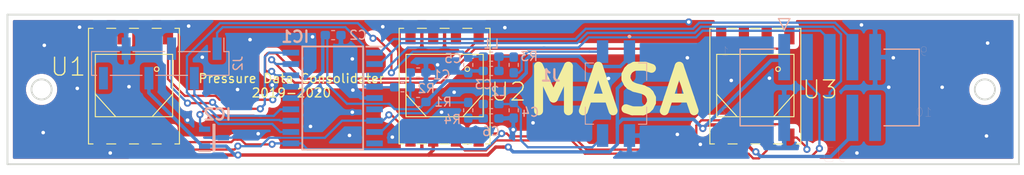
<source format=kicad_pcb>
(kicad_pcb (version 20171130) (host pcbnew "(5.1.4)-1")

  (general
    (thickness 1.6)
    (drawings 95)
    (tracks 374)
    (zones 0)
    (modules 20)
    (nets 35)
  )

  (page A4)
  (layers
    (0 F.Cu signal)
    (31 B.Cu signal)
    (32 B.Adhes user)
    (33 F.Adhes user)
    (34 B.Paste user)
    (35 F.Paste user)
    (36 B.SilkS user)
    (37 F.SilkS user)
    (38 B.Mask user)
    (39 F.Mask user)
    (40 Dwgs.User user)
    (41 Cmts.User user)
    (42 Eco1.User user)
    (43 Eco2.User user)
    (44 Edge.Cuts user)
    (45 Margin user)
    (46 B.CrtYd user)
    (47 F.CrtYd user)
    (48 B.Fab user hide)
    (49 F.Fab user)
  )

  (setup
    (last_trace_width 0.25)
    (user_trace_width 0.2032)
    (user_trace_width 0.254)
    (user_trace_width 0.381)
    (user_trace_width 0.508)
    (trace_clearance 0.2)
    (zone_clearance 0.508)
    (zone_45_only no)
    (trace_min 0.2)
    (via_size 0.8)
    (via_drill 0.4)
    (via_min_size 0.4)
    (via_min_drill 0.3)
    (uvia_size 0.3)
    (uvia_drill 0.1)
    (uvias_allowed no)
    (uvia_min_size 0.2)
    (uvia_min_drill 0.1)
    (edge_width 0.05)
    (segment_width 0.2)
    (pcb_text_width 0.3)
    (pcb_text_size 1.5 1.5)
    (mod_edge_width 0.12)
    (mod_text_size 1 1)
    (mod_text_width 0.15)
    (pad_size 1.143 2.032)
    (pad_drill 0)
    (pad_to_mask_clearance 0.051)
    (solder_mask_min_width 0.25)
    (aux_axis_origin 0 0)
    (visible_elements 7FFFFFFF)
    (pcbplotparams
      (layerselection 0x010fc_ffffffff)
      (usegerberextensions false)
      (usegerberattributes false)
      (usegerberadvancedattributes false)
      (creategerberjobfile false)
      (excludeedgelayer true)
      (linewidth 0.100000)
      (plotframeref false)
      (viasonmask false)
      (mode 1)
      (useauxorigin false)
      (hpglpennumber 1)
      (hpglpenspeed 20)
      (hpglpendiameter 15.000000)
      (psnegative false)
      (psa4output false)
      (plotreference true)
      (plotvalue false)
      (plotinvisibletext false)
      (padsonsilk false)
      (subtractmaskfromsilk false)
      (outputformat 1)
      (mirror false)
      (drillshape 0)
      (scaleselection 1)
      (outputdirectory "Gerber PDC/"))
  )

  (net 0 "")
  (net 1 "Net-(U1-Pad6)")
  (net 2 "Net-(U1-Pad7)")
  (net 3 "Net-(U1-Pad8)")
  (net 4 SS0)
  (net 5 SCLK)
  (net 6 MISO)
  (net 7 GND)
  (net 8 SS1)
  (net 9 "Net-(U2-Pad6)")
  (net 10 "Net-(U2-Pad7)")
  (net 11 "Net-(U2-Pad8)")
  (net 12 SS2)
  (net 13 "Net-(U3-Pad6)")
  (net 14 "Net-(U3-Pad7)")
  (net 15 "Net-(U3-Pad8)")
  (net 16 "Net-(C1-Pad1)")
  (net 17 +3V3)
  (net 18 UART_TX)
  (net 19 UART_RX)
  (net 20 "Net-(J2-Pad6)")
  (net 21 ICSPDAT)
  (net 22 ICSPCLK)
  (net 23 ~MCLR)
  (net 24 "Net-(J3-Pad10)")
  (net 25 SS3)
  (net 26 SS4)
  (net 27 SS5)
  (net 28 TempO)
  (net 29 "Net-(IC1-Pad6)")
  (net 30 "Net-(IC1-Pad9)")
  (net 31 "Net-(C3-Pad1)")
  (net 32 TX_Pic)
  (net 33 "Net-(C6-Pad1)")
  (net 34 RX_Pic)

  (net_class Default "This is the default net class."
    (clearance 0.2)
    (trace_width 0.25)
    (via_dia 0.8)
    (via_drill 0.4)
    (uvia_dia 0.3)
    (uvia_drill 0.1)
    (add_net +3V3)
    (add_net GND)
    (add_net ICSPCLK)
    (add_net ICSPDAT)
    (add_net MISO)
    (add_net "Net-(C1-Pad1)")
    (add_net "Net-(C3-Pad1)")
    (add_net "Net-(C6-Pad1)")
    (add_net "Net-(IC1-Pad6)")
    (add_net "Net-(IC1-Pad9)")
    (add_net "Net-(J2-Pad6)")
    (add_net "Net-(J3-Pad10)")
    (add_net "Net-(U1-Pad6)")
    (add_net "Net-(U1-Pad7)")
    (add_net "Net-(U1-Pad8)")
    (add_net "Net-(U2-Pad6)")
    (add_net "Net-(U2-Pad7)")
    (add_net "Net-(U2-Pad8)")
    (add_net "Net-(U3-Pad6)")
    (add_net "Net-(U3-Pad7)")
    (add_net "Net-(U3-Pad8)")
    (add_net RX_Pic)
    (add_net SCLK)
    (add_net SS0)
    (add_net SS1)
    (add_net SS2)
    (add_net SS3)
    (add_net SS4)
    (add_net SS5)
    (add_net TX_Pic)
    (add_net TempO)
    (add_net UART_RX)
    (add_net UART_TX)
    (add_net ~MCLR)
  )

  (module Resistor_SMD:R_0603_1608Metric_Pad1.05x0.95mm_HandSolder (layer B.Cu) (tedit 5B301BBD) (tstamp 5E2CB982)
    (at 101.854 96.4324 90)
    (descr "Resistor SMD 0603 (1608 Metric), square (rectangular) end terminal, IPC_7351 nominal with elongated pad for handsoldering. (Body size source: http://www.tortai-tech.com/upload/download/2011102023233369053.pdf), generated with kicad-footprint-generator")
    (tags "resistor handsolder")
    (path /5E3768BC)
    (attr smd)
    (fp_text reference R4 (at -1.03 -1.778 180) (layer B.SilkS)
      (effects (font (size 1 1) (thickness 0.15)) (justify mirror))
    )
    (fp_text value 470 (at 0 -1.43 90) (layer B.Fab)
      (effects (font (size 1 1) (thickness 0.15)) (justify mirror))
    )
    (fp_text user %R (at 0 0 90) (layer B.Fab)
      (effects (font (size 0.4 0.4) (thickness 0.06)) (justify mirror))
    )
    (fp_line (start 1.65 -0.73) (end -1.65 -0.73) (layer B.CrtYd) (width 0.05))
    (fp_line (start 1.65 0.73) (end 1.65 -0.73) (layer B.CrtYd) (width 0.05))
    (fp_line (start -1.65 0.73) (end 1.65 0.73) (layer B.CrtYd) (width 0.05))
    (fp_line (start -1.65 -0.73) (end -1.65 0.73) (layer B.CrtYd) (width 0.05))
    (fp_line (start -0.171267 -0.51) (end 0.171267 -0.51) (layer B.SilkS) (width 0.12))
    (fp_line (start -0.171267 0.51) (end 0.171267 0.51) (layer B.SilkS) (width 0.12))
    (fp_line (start 0.8 -0.4) (end -0.8 -0.4) (layer B.Fab) (width 0.1))
    (fp_line (start 0.8 0.4) (end 0.8 -0.4) (layer B.Fab) (width 0.1))
    (fp_line (start -0.8 0.4) (end 0.8 0.4) (layer B.Fab) (width 0.1))
    (fp_line (start -0.8 -0.4) (end -0.8 0.4) (layer B.Fab) (width 0.1))
    (pad 2 smd roundrect (at 0.875 0 90) (size 1.05 0.95) (layers B.Cu B.Paste B.Mask) (roundrect_rratio 0.25)
      (net 34 RX_Pic))
    (pad 1 smd roundrect (at -0.875 0 90) (size 1.05 0.95) (layers B.Cu B.Paste B.Mask) (roundrect_rratio 0.25)
      (net 33 "Net-(C6-Pad1)"))
    (model ${KISYS3DMOD}/Resistor_SMD.3dshapes/R_0603_1608Metric.wrl
      (at (xyz 0 0 0))
      (scale (xyz 1 1 1))
      (rotate (xyz 0 0 0))
    )
  )

  (module Resistor_SMD:R_0603_1608Metric_Pad1.05x0.95mm_HandSolder (layer B.Cu) (tedit 5B301BBD) (tstamp 5E2CB971)
    (at 106.934 91.3498 90)
    (descr "Resistor SMD 0603 (1608 Metric), square (rectangular) end terminal, IPC_7351 nominal with elongated pad for handsoldering. (Body size source: http://www.tortai-tech.com/upload/download/2011102023233369053.pdf), generated with kicad-footprint-generator")
    (tags "resistor handsolder")
    (path /5E375BDB)
    (attr smd)
    (fp_text reference R3 (at 0.9512 1.7272 180) (layer B.SilkS)
      (effects (font (size 1 1) (thickness 0.15)) (justify mirror))
    )
    (fp_text value 470 (at 0 -1.43 90) (layer B.Fab)
      (effects (font (size 1 1) (thickness 0.15)) (justify mirror))
    )
    (fp_text user %R (at 0 0 90) (layer B.Fab)
      (effects (font (size 0.4 0.4) (thickness 0.06)) (justify mirror))
    )
    (fp_line (start 1.65 -0.73) (end -1.65 -0.73) (layer B.CrtYd) (width 0.05))
    (fp_line (start 1.65 0.73) (end 1.65 -0.73) (layer B.CrtYd) (width 0.05))
    (fp_line (start -1.65 0.73) (end 1.65 0.73) (layer B.CrtYd) (width 0.05))
    (fp_line (start -1.65 -0.73) (end -1.65 0.73) (layer B.CrtYd) (width 0.05))
    (fp_line (start -0.171267 -0.51) (end 0.171267 -0.51) (layer B.SilkS) (width 0.12))
    (fp_line (start -0.171267 0.51) (end 0.171267 0.51) (layer B.SilkS) (width 0.12))
    (fp_line (start 0.8 -0.4) (end -0.8 -0.4) (layer B.Fab) (width 0.1))
    (fp_line (start 0.8 0.4) (end 0.8 -0.4) (layer B.Fab) (width 0.1))
    (fp_line (start -0.8 0.4) (end 0.8 0.4) (layer B.Fab) (width 0.1))
    (fp_line (start -0.8 -0.4) (end -0.8 0.4) (layer B.Fab) (width 0.1))
    (pad 2 smd roundrect (at 0.875 0 90) (size 1.05 0.95) (layers B.Cu B.Paste B.Mask) (roundrect_rratio 0.25)
      (net 31 "Net-(C3-Pad1)"))
    (pad 1 smd roundrect (at -0.875 0 90) (size 1.05 0.95) (layers B.Cu B.Paste B.Mask) (roundrect_rratio 0.25)
      (net 18 UART_TX))
    (model ${KISYS3DMOD}/Resistor_SMD.3dshapes/R_0603_1608Metric.wrl
      (at (xyz 0 0 0))
      (scale (xyz 1 1 1))
      (rotate (xyz 0 0 0))
    )
  )

  (module Inductor_SMD:L_0603_1608Metric_Pad1.05x0.95mm_HandSolder (layer B.Cu) (tedit 5B301BBE) (tstamp 5E2CB920)
    (at 104.408 95.7326 180)
    (descr "Capacitor SMD 0603 (1608 Metric), square (rectangular) end terminal, IPC_7351 nominal with elongated pad for handsoldering. (Body size source: http://www.tortai-tech.com/upload/download/2011102023233369053.pdf), generated with kicad-footprint-generator")
    (tags "inductor handsolder")
    (path /5E375805)
    (attr smd)
    (fp_text reference L2 (at -0.8496 1.4224) (layer B.SilkS)
      (effects (font (size 1 1) (thickness 0.15)) (justify mirror))
    )
    (fp_text value 0 (at 0 -1.43) (layer B.Fab)
      (effects (font (size 1 1) (thickness 0.15)) (justify mirror))
    )
    (fp_text user %R (at 0 0) (layer B.Fab)
      (effects (font (size 0.4 0.4) (thickness 0.06)) (justify mirror))
    )
    (fp_line (start 1.65 -0.73) (end -1.65 -0.73) (layer B.CrtYd) (width 0.05))
    (fp_line (start 1.65 0.73) (end 1.65 -0.73) (layer B.CrtYd) (width 0.05))
    (fp_line (start -1.65 0.73) (end 1.65 0.73) (layer B.CrtYd) (width 0.05))
    (fp_line (start -1.65 -0.73) (end -1.65 0.73) (layer B.CrtYd) (width 0.05))
    (fp_line (start -0.171267 -0.51) (end 0.171267 -0.51) (layer B.SilkS) (width 0.12))
    (fp_line (start -0.171267 0.51) (end 0.171267 0.51) (layer B.SilkS) (width 0.12))
    (fp_line (start 0.8 -0.4) (end -0.8 -0.4) (layer B.Fab) (width 0.1))
    (fp_line (start 0.8 0.4) (end 0.8 -0.4) (layer B.Fab) (width 0.1))
    (fp_line (start -0.8 0.4) (end 0.8 0.4) (layer B.Fab) (width 0.1))
    (fp_line (start -0.8 -0.4) (end -0.8 0.4) (layer B.Fab) (width 0.1))
    (pad 2 smd roundrect (at 0.875 0 180) (size 1.05 0.95) (layers B.Cu B.Paste B.Mask) (roundrect_rratio 0.25)
      (net 33 "Net-(C6-Pad1)"))
    (pad 1 smd roundrect (at -0.875 0 180) (size 1.05 0.95) (layers B.Cu B.Paste B.Mask) (roundrect_rratio 0.25)
      (net 19 UART_RX))
    (model ${KISYS3DMOD}/Inductor_SMD.3dshapes/L_0603_1608Metric.wrl
      (at (xyz 0 0 0))
      (scale (xyz 1 1 1))
      (rotate (xyz 0 0 0))
    )
  )

  (module Inductor_SMD:L_0603_1608Metric_Pad1.05x0.95mm_HandSolder (layer B.Cu) (tedit 5B301BBE) (tstamp 5E2CB90F)
    (at 104.408 90.424 180)
    (descr "Capacitor SMD 0603 (1608 Metric), square (rectangular) end terminal, IPC_7351 nominal with elongated pad for handsoldering. (Body size source: http://www.tortai-tech.com/upload/download/2011102023233369053.pdf), generated with kicad-footprint-generator")
    (tags "inductor handsolder")
    (path /5E374A79)
    (attr smd)
    (fp_text reference L1 (at -0.0114 1.4224) (layer B.SilkS)
      (effects (font (size 1 1) (thickness 0.15)) (justify mirror))
    )
    (fp_text value 0 (at 0 -1.43) (layer B.Fab)
      (effects (font (size 1 1) (thickness 0.15)) (justify mirror))
    )
    (fp_text user %R (at 0 0) (layer B.Fab)
      (effects (font (size 0.4 0.4) (thickness 0.06)) (justify mirror))
    )
    (fp_line (start 1.65 -0.73) (end -1.65 -0.73) (layer B.CrtYd) (width 0.05))
    (fp_line (start 1.65 0.73) (end 1.65 -0.73) (layer B.CrtYd) (width 0.05))
    (fp_line (start -1.65 0.73) (end 1.65 0.73) (layer B.CrtYd) (width 0.05))
    (fp_line (start -1.65 -0.73) (end -1.65 0.73) (layer B.CrtYd) (width 0.05))
    (fp_line (start -0.171267 -0.51) (end 0.171267 -0.51) (layer B.SilkS) (width 0.12))
    (fp_line (start -0.171267 0.51) (end 0.171267 0.51) (layer B.SilkS) (width 0.12))
    (fp_line (start 0.8 -0.4) (end -0.8 -0.4) (layer B.Fab) (width 0.1))
    (fp_line (start 0.8 0.4) (end 0.8 -0.4) (layer B.Fab) (width 0.1))
    (fp_line (start -0.8 0.4) (end 0.8 0.4) (layer B.Fab) (width 0.1))
    (fp_line (start -0.8 -0.4) (end -0.8 0.4) (layer B.Fab) (width 0.1))
    (pad 2 smd roundrect (at 0.875 0 180) (size 1.05 0.95) (layers B.Cu B.Paste B.Mask) (roundrect_rratio 0.25)
      (net 32 TX_Pic))
    (pad 1 smd roundrect (at -0.875 0 180) (size 1.05 0.95) (layers B.Cu B.Paste B.Mask) (roundrect_rratio 0.25)
      (net 31 "Net-(C3-Pad1)"))
    (model ${KISYS3DMOD}/Inductor_SMD.3dshapes/L_0603_1608Metric.wrl
      (at (xyz 0 0 0))
      (scale (xyz 1 1 1))
      (rotate (xyz 0 0 0))
    )
  )

  (module Capacitor_SMD:C_0603_1608Metric_Pad1.05x0.95mm_HandSolder (layer B.Cu) (tedit 5B301BBE) (tstamp 5E2CB7A6)
    (at 104.408 97.3455)
    (descr "Capacitor SMD 0603 (1608 Metric), square (rectangular) end terminal, IPC_7351 nominal with elongated pad for handsoldering. (Body size source: http://www.tortai-tech.com/upload/download/2011102023233369053.pdf), generated with kicad-footprint-generator")
    (tags "capacitor handsolder")
    (path /5E371D1D)
    (attr smd)
    (fp_text reference C6 (at -0.014 1.4605) (layer B.SilkS)
      (effects (font (size 1 1) (thickness 0.15)) (justify mirror))
    )
    (fp_text value 1n (at 0 -1.43) (layer B.Fab)
      (effects (font (size 1 1) (thickness 0.15)) (justify mirror))
    )
    (fp_text user %R (at 0 0) (layer B.Fab)
      (effects (font (size 0.4 0.4) (thickness 0.06)) (justify mirror))
    )
    (fp_line (start 1.65 -0.73) (end -1.65 -0.73) (layer B.CrtYd) (width 0.05))
    (fp_line (start 1.65 0.73) (end 1.65 -0.73) (layer B.CrtYd) (width 0.05))
    (fp_line (start -1.65 0.73) (end 1.65 0.73) (layer B.CrtYd) (width 0.05))
    (fp_line (start -1.65 -0.73) (end -1.65 0.73) (layer B.CrtYd) (width 0.05))
    (fp_line (start -0.171267 -0.51) (end 0.171267 -0.51) (layer B.SilkS) (width 0.12))
    (fp_line (start -0.171267 0.51) (end 0.171267 0.51) (layer B.SilkS) (width 0.12))
    (fp_line (start 0.8 -0.4) (end -0.8 -0.4) (layer B.Fab) (width 0.1))
    (fp_line (start 0.8 0.4) (end 0.8 -0.4) (layer B.Fab) (width 0.1))
    (fp_line (start -0.8 0.4) (end 0.8 0.4) (layer B.Fab) (width 0.1))
    (fp_line (start -0.8 -0.4) (end -0.8 0.4) (layer B.Fab) (width 0.1))
    (pad 2 smd roundrect (at 0.875 0) (size 1.05 0.95) (layers B.Cu B.Paste B.Mask) (roundrect_rratio 0.25)
      (net 7 GND))
    (pad 1 smd roundrect (at -0.875 0) (size 1.05 0.95) (layers B.Cu B.Paste B.Mask) (roundrect_rratio 0.25)
      (net 33 "Net-(C6-Pad1)"))
    (model ${KISYS3DMOD}/Capacitor_SMD.3dshapes/C_0603_1608Metric.wrl
      (at (xyz 0 0 0))
      (scale (xyz 1 1 1))
      (rotate (xyz 0 0 0))
    )
  )

  (module Capacitor_SMD:C_0603_1608Metric_Pad1.05x0.95mm_HandSolder (layer B.Cu) (tedit 5B301BBE) (tstamp 5E2CB795)
    (at 101.854 91.3498 270)
    (descr "Capacitor SMD 0603 (1608 Metric), square (rectangular) end terminal, IPC_7351 nominal with elongated pad for handsoldering. (Body size source: http://www.tortai-tech.com/upload/download/2011102023233369053.pdf), generated with kicad-footprint-generator")
    (tags "capacitor handsolder")
    (path /5E37293C)
    (attr smd)
    (fp_text reference C5 (at -0.7226 1.7018 180) (layer B.SilkS)
      (effects (font (size 1 1) (thickness 0.15)) (justify mirror))
    )
    (fp_text value NP (at 0 -1.43 90) (layer B.Fab)
      (effects (font (size 1 1) (thickness 0.15)) (justify mirror))
    )
    (fp_text user %R (at 0 0 90) (layer B.Fab)
      (effects (font (size 0.4 0.4) (thickness 0.06)) (justify mirror))
    )
    (fp_line (start 1.65 -0.73) (end -1.65 -0.73) (layer B.CrtYd) (width 0.05))
    (fp_line (start 1.65 0.73) (end 1.65 -0.73) (layer B.CrtYd) (width 0.05))
    (fp_line (start -1.65 0.73) (end 1.65 0.73) (layer B.CrtYd) (width 0.05))
    (fp_line (start -1.65 -0.73) (end -1.65 0.73) (layer B.CrtYd) (width 0.05))
    (fp_line (start -0.171267 -0.51) (end 0.171267 -0.51) (layer B.SilkS) (width 0.12))
    (fp_line (start -0.171267 0.51) (end 0.171267 0.51) (layer B.SilkS) (width 0.12))
    (fp_line (start 0.8 -0.4) (end -0.8 -0.4) (layer B.Fab) (width 0.1))
    (fp_line (start 0.8 0.4) (end 0.8 -0.4) (layer B.Fab) (width 0.1))
    (fp_line (start -0.8 0.4) (end 0.8 0.4) (layer B.Fab) (width 0.1))
    (fp_line (start -0.8 -0.4) (end -0.8 0.4) (layer B.Fab) (width 0.1))
    (pad 2 smd roundrect (at 0.875 0 270) (size 1.05 0.95) (layers B.Cu B.Paste B.Mask) (roundrect_rratio 0.25)
      (net 7 GND))
    (pad 1 smd roundrect (at -0.875 0 270) (size 1.05 0.95) (layers B.Cu B.Paste B.Mask) (roundrect_rratio 0.25)
      (net 32 TX_Pic))
    (model ${KISYS3DMOD}/Capacitor_SMD.3dshapes/C_0603_1608Metric.wrl
      (at (xyz 0 0 0))
      (scale (xyz 1 1 1))
      (rotate (xyz 0 0 0))
    )
  )

  (module Capacitor_SMD:C_0603_1608Metric_Pad1.05x0.95mm_HandSolder (layer B.Cu) (tedit 5B301BBE) (tstamp 5E2CB784)
    (at 106.934 96.4324 270)
    (descr "Capacitor SMD 0603 (1608 Metric), square (rectangular) end terminal, IPC_7351 nominal with elongated pad for handsoldering. (Body size source: http://www.tortai-tech.com/upload/download/2011102023233369053.pdf), generated with kicad-footprint-generator")
    (tags "capacitor handsolder")
    (path /5E372667)
    (attr smd)
    (fp_text reference C4 (at 0.2146 -1.8542 180) (layer B.SilkS)
      (effects (font (size 1 1) (thickness 0.15)) (justify mirror))
    )
    (fp_text value NP (at 0 -1.43 90) (layer B.Fab)
      (effects (font (size 1 1) (thickness 0.15)) (justify mirror))
    )
    (fp_text user %R (at 0 0 90) (layer B.Fab)
      (effects (font (size 0.4 0.4) (thickness 0.06)) (justify mirror))
    )
    (fp_line (start 1.65 -0.73) (end -1.65 -0.73) (layer B.CrtYd) (width 0.05))
    (fp_line (start 1.65 0.73) (end 1.65 -0.73) (layer B.CrtYd) (width 0.05))
    (fp_line (start -1.65 0.73) (end 1.65 0.73) (layer B.CrtYd) (width 0.05))
    (fp_line (start -1.65 -0.73) (end -1.65 0.73) (layer B.CrtYd) (width 0.05))
    (fp_line (start -0.171267 -0.51) (end 0.171267 -0.51) (layer B.SilkS) (width 0.12))
    (fp_line (start -0.171267 0.51) (end 0.171267 0.51) (layer B.SilkS) (width 0.12))
    (fp_line (start 0.8 -0.4) (end -0.8 -0.4) (layer B.Fab) (width 0.1))
    (fp_line (start 0.8 0.4) (end 0.8 -0.4) (layer B.Fab) (width 0.1))
    (fp_line (start -0.8 0.4) (end 0.8 0.4) (layer B.Fab) (width 0.1))
    (fp_line (start -0.8 -0.4) (end -0.8 0.4) (layer B.Fab) (width 0.1))
    (pad 2 smd roundrect (at 0.875 0 270) (size 1.05 0.95) (layers B.Cu B.Paste B.Mask) (roundrect_rratio 0.25)
      (net 7 GND))
    (pad 1 smd roundrect (at -0.875 0 270) (size 1.05 0.95) (layers B.Cu B.Paste B.Mask) (roundrect_rratio 0.25)
      (net 19 UART_RX))
    (model ${KISYS3DMOD}/Capacitor_SMD.3dshapes/C_0603_1608Metric.wrl
      (at (xyz 0 0 0))
      (scale (xyz 1 1 1))
      (rotate (xyz 0 0 0))
    )
  )

  (module Capacitor_SMD:C_0603_1608Metric_Pad1.05x0.95mm_HandSolder (layer B.Cu) (tedit 5B301BBE) (tstamp 5E2CB773)
    (at 104.408 92.0242 180)
    (descr "Capacitor SMD 0603 (1608 Metric), square (rectangular) end terminal, IPC_7351 nominal with elongated pad for handsoldering. (Body size source: http://www.tortai-tech.com/upload/download/2011102023233369053.pdf), generated with kicad-footprint-generator")
    (tags "capacitor handsolder")
    (path /5E372B7D)
    (attr smd)
    (fp_text reference C3 (at 0.8522 -1.524) (layer B.SilkS)
      (effects (font (size 1 1) (thickness 0.15)) (justify mirror))
    )
    (fp_text value 1n (at 0 -1.43) (layer B.Fab)
      (effects (font (size 1 1) (thickness 0.15)) (justify mirror))
    )
    (fp_text user %R (at 0 0) (layer B.Fab)
      (effects (font (size 0.4 0.4) (thickness 0.06)) (justify mirror))
    )
    (fp_line (start 1.65 -0.73) (end -1.65 -0.73) (layer B.CrtYd) (width 0.05))
    (fp_line (start 1.65 0.73) (end 1.65 -0.73) (layer B.CrtYd) (width 0.05))
    (fp_line (start -1.65 0.73) (end 1.65 0.73) (layer B.CrtYd) (width 0.05))
    (fp_line (start -1.65 -0.73) (end -1.65 0.73) (layer B.CrtYd) (width 0.05))
    (fp_line (start -0.171267 -0.51) (end 0.171267 -0.51) (layer B.SilkS) (width 0.12))
    (fp_line (start -0.171267 0.51) (end 0.171267 0.51) (layer B.SilkS) (width 0.12))
    (fp_line (start 0.8 -0.4) (end -0.8 -0.4) (layer B.Fab) (width 0.1))
    (fp_line (start 0.8 0.4) (end 0.8 -0.4) (layer B.Fab) (width 0.1))
    (fp_line (start -0.8 0.4) (end 0.8 0.4) (layer B.Fab) (width 0.1))
    (fp_line (start -0.8 -0.4) (end -0.8 0.4) (layer B.Fab) (width 0.1))
    (pad 2 smd roundrect (at 0.875 0 180) (size 1.05 0.95) (layers B.Cu B.Paste B.Mask) (roundrect_rratio 0.25)
      (net 7 GND))
    (pad 1 smd roundrect (at -0.875 0 180) (size 1.05 0.95) (layers B.Cu B.Paste B.Mask) (roundrect_rratio 0.25)
      (net 31 "Net-(C3-Pad1)"))
    (model ${KISYS3DMOD}/Capacitor_SMD.3dshapes/C_0603_1608Metric.wrl
      (at (xyz 0 0 0))
      (scale (xyz 1 1 1))
      (rotate (xyz 0 0 0))
    )
  )

  (module Connector_PinHeader_2.54mm:PinHeader_1x06_P2.54mm_Vertical_SMD_Pin1Right (layer B.Cu) (tedit 59FED5CC) (tstamp 5E2C42E3)
    (at 67.437 91.186 90)
    (descr "surface-mounted straight pin header, 1x06, 2.54mm pitch, single row, style 2 (pin 1 right)")
    (tags "Surface mounted pin header SMD 1x06 2.54mm single row style2 pin1 right")
    (path /5E08FA26)
    (attr smd)
    (fp_text reference J2 (at 0 8.68 90) (layer B.SilkS)
      (effects (font (size 1 1) (thickness 0.15)) (justify mirror))
    )
    (fp_text value Conn_01x06 (at 0 -8.68 90) (layer B.Fab)
      (effects (font (size 1 1) (thickness 0.15)) (justify mirror))
    )
    (fp_text user %R (at 0 0 180) (layer B.Fab)
      (effects (font (size 1 1) (thickness 0.15)) (justify mirror))
    )
    (fp_line (start 3.45 8.15) (end -3.45 8.15) (layer B.CrtYd) (width 0.05))
    (fp_line (start 3.45 -8.15) (end 3.45 8.15) (layer B.CrtYd) (width 0.05))
    (fp_line (start -3.45 -8.15) (end 3.45 -8.15) (layer B.CrtYd) (width 0.05))
    (fp_line (start -3.45 8.15) (end -3.45 -8.15) (layer B.CrtYd) (width 0.05))
    (fp_line (start -1.33 -2.03) (end -1.33 -5.59) (layer B.SilkS) (width 0.12))
    (fp_line (start -1.33 3.05) (end -1.33 -0.51) (layer B.SilkS) (width 0.12))
    (fp_line (start -1.33 -7.11) (end -1.33 -7.68) (layer B.SilkS) (width 0.12))
    (fp_line (start 1.33 7.68) (end 1.33 7.11) (layer B.SilkS) (width 0.12))
    (fp_line (start 1.33 7.11) (end 2.85 7.11) (layer B.SilkS) (width 0.12))
    (fp_line (start -1.33 7.68) (end -1.33 4.57) (layer B.SilkS) (width 0.12))
    (fp_line (start 1.33 -4.57) (end 1.33 -7.68) (layer B.SilkS) (width 0.12))
    (fp_line (start 1.33 0.51) (end 1.33 -3.05) (layer B.SilkS) (width 0.12))
    (fp_line (start 1.33 5.59) (end 1.33 2.03) (layer B.SilkS) (width 0.12))
    (fp_line (start -1.33 -7.68) (end 1.33 -7.68) (layer B.SilkS) (width 0.12))
    (fp_line (start -1.33 7.68) (end 1.33 7.68) (layer B.SilkS) (width 0.12))
    (fp_line (start 2.54 -4.13) (end 1.27 -4.13) (layer B.Fab) (width 0.1))
    (fp_line (start 2.54 -3.49) (end 2.54 -4.13) (layer B.Fab) (width 0.1))
    (fp_line (start 1.27 -3.49) (end 2.54 -3.49) (layer B.Fab) (width 0.1))
    (fp_line (start 2.54 0.95) (end 1.27 0.95) (layer B.Fab) (width 0.1))
    (fp_line (start 2.54 1.59) (end 2.54 0.95) (layer B.Fab) (width 0.1))
    (fp_line (start 1.27 1.59) (end 2.54 1.59) (layer B.Fab) (width 0.1))
    (fp_line (start 2.54 6.03) (end 1.27 6.03) (layer B.Fab) (width 0.1))
    (fp_line (start 2.54 6.67) (end 2.54 6.03) (layer B.Fab) (width 0.1))
    (fp_line (start 1.27 6.67) (end 2.54 6.67) (layer B.Fab) (width 0.1))
    (fp_line (start -2.54 -6.67) (end -1.27 -6.67) (layer B.Fab) (width 0.1))
    (fp_line (start -2.54 -6.03) (end -2.54 -6.67) (layer B.Fab) (width 0.1))
    (fp_line (start -1.27 -6.03) (end -2.54 -6.03) (layer B.Fab) (width 0.1))
    (fp_line (start -2.54 -1.59) (end -1.27 -1.59) (layer B.Fab) (width 0.1))
    (fp_line (start -2.54 -0.95) (end -2.54 -1.59) (layer B.Fab) (width 0.1))
    (fp_line (start -1.27 -0.95) (end -2.54 -0.95) (layer B.Fab) (width 0.1))
    (fp_line (start -2.54 3.49) (end -1.27 3.49) (layer B.Fab) (width 0.1))
    (fp_line (start -2.54 4.13) (end -2.54 3.49) (layer B.Fab) (width 0.1))
    (fp_line (start -1.27 4.13) (end -2.54 4.13) (layer B.Fab) (width 0.1))
    (fp_line (start -1.27 7.62) (end -1.27 -7.62) (layer B.Fab) (width 0.1))
    (fp_line (start 1.27 6.67) (end 0.32 7.62) (layer B.Fab) (width 0.1))
    (fp_line (start 1.27 -7.62) (end 1.27 6.67) (layer B.Fab) (width 0.1))
    (fp_line (start -1.27 7.62) (end 0.32 7.62) (layer B.Fab) (width 0.1))
    (fp_line (start 1.27 -7.62) (end -1.27 -7.62) (layer B.Fab) (width 0.1))
    (pad 5 smd rect (at 1.655 -3.81 90) (size 2.51 1) (layers B.Cu B.Paste B.Mask)
      (net 7 GND))
    (pad 3 smd rect (at 1.655 1.27 90) (size 2.51 1) (layers B.Cu B.Paste B.Mask)
      (net 21 ICSPDAT))
    (pad 1 smd rect (at 1.655 6.35 90) (size 2.51 1) (layers B.Cu B.Paste B.Mask)
      (net 23 ~MCLR))
    (pad 6 smd rect (at -1.655 -6.35 90) (size 2.51 1) (layers B.Cu B.Paste B.Mask)
      (net 20 "Net-(J2-Pad6)"))
    (pad 4 smd rect (at -1.655 -1.27 90) (size 2.51 1) (layers B.Cu B.Paste B.Mask)
      (net 17 +3V3))
    (pad 2 smd rect (at -1.655 3.81 90) (size 2.51 1) (layers B.Cu B.Paste B.Mask)
      (net 22 ICSPCLK))
    (model ${KISYS3DMOD}/Connector_PinHeader_2.54mm.3dshapes/PinHeader_1x06_P2.54mm_Vertical_SMD_Pin1Right.wrl
      (at (xyz 0 0 0))
      (scale (xyz 1 1 1))
      (rotate (xyz 0 0 0))
    )
  )

  (module "Pressure Sensor PDC:PressureSensor" (layer F.Cu) (tedit 5DE832CD) (tstamp 5E2C3ED0)
    (at 133.9342 94.615)
    (path /5E2B9E78)
    (fp_text reference U3 (at 7.2263 -0.508) (layer F.SilkS)
      (effects (font (size 2 2) (thickness 0.15)))
    )
    (fp_text value PressureSensor (at 0 7.62) (layer F.Fab)
      (effects (font (size 2 2) (thickness 0.15)))
    )
    (fp_line (start -4.826 5.588) (end -4.572 5.588) (layer F.SilkS) (width 0.12))
    (fp_line (start -2.032 5.588) (end -3.048 5.588) (layer F.SilkS) (width 0.12))
    (fp_line (start -0.508 5.588) (end 0.508 5.588) (layer F.SilkS) (width 0.12))
    (fp_line (start 2.032 5.588) (end 3.048 5.588) (layer F.SilkS) (width 0.12))
    (fp_line (start -4.826 5.588) (end -5.08 5.588) (layer F.SilkS) (width 0.12))
    (fp_line (start -5.08 5.588) (end -5.08 -7.366) (layer F.SilkS) (width 0.12))
    (fp_line (start -4.572 -7.366) (end -5.08 -7.366) (layer F.SilkS) (width 0.12))
    (fp_line (start -3.048 -7.366) (end -2.032 -7.366) (layer F.SilkS) (width 0.12))
    (fp_line (start -0.508 -7.366) (end 0.508 -7.366) (layer F.SilkS) (width 0.12))
    (fp_line (start 2.032 -7.366) (end 3.048 -7.366) (layer F.SilkS) (width 0.12))
    (fp_line (start 4.572 -7.366) (end 5.08 -7.366) (layer F.SilkS) (width 0.12))
    (fp_line (start 5.08 -7.366) (end 5.08 5.588) (layer F.SilkS) (width 0.12))
    (fp_line (start 5.08 5.588) (end 4.572 5.588) (layer F.SilkS) (width 0.12))
    (fp_line (start -4.318 -4.45) (end 4.318 -4.45) (layer F.SilkS) (width 0.12))
    (fp_line (start 4.318 -4.45) (end 4.318 2.54) (layer F.SilkS) (width 0.12))
    (fp_line (start 4.318 2.54) (end -4.318 2.54) (layer F.SilkS) (width 0.12))
    (fp_line (start -4.318 2.54) (end -4.318 -4.45) (layer F.SilkS) (width 0.12))
    (fp_line (start -4.318 0) (end -2.032 2.54) (layer F.SilkS) (width 0.12))
    (fp_line (start 2.032 2.54) (end 4.318 0) (layer F.SilkS) (width 0.12))
    (fp_circle (center 2.54 -2.794) (end 2.54 -3.048) (layer F.SilkS) (width 0.12))
    (pad 1 smd rect (at -3.814 4.878) (size 1.143 2.032) (layers F.Cu F.Paste F.Mask)
      (net 7 GND))
    (pad 2 smd rect (at -1.274 4.878) (size 1.143 2.032) (layers F.Cu F.Paste F.Mask)
      (net 17 +3V3))
    (pad 3 smd rect (at 1.266 4.878) (size 1.143 2.032) (layers F.Cu F.Paste F.Mask)
      (net 6 MISO))
    (pad 4 smd rect (at 3.806 4.878) (size 1.143 2.032) (layers F.Cu F.Paste F.Mask)
      (net 5 SCLK))
    (pad 8 smd rect (at -3.814 -6.582) (size 1.143 2.032) (layers F.Cu F.Paste F.Mask)
      (net 15 "Net-(U3-Pad8)"))
    (pad 7 smd rect (at -1.274 -6.582) (size 1.143 2.032) (layers F.Cu F.Paste F.Mask)
      (net 14 "Net-(U3-Pad7)"))
    (pad 6 smd rect (at 1.266 -6.582) (size 1.143 2.032) (layers F.Cu F.Paste F.Mask)
      (net 13 "Net-(U3-Pad6)"))
    (pad 5 smd rect (at 3.806 -6.582) (size 1.143 2.032) (layers F.Cu F.Paste F.Mask)
      (net 27 SS5))
  )

  (module "Pressure Sensor PDC:PressureSensor" (layer F.Cu) (tedit 5DE832CD) (tstamp 5E2C3EB0)
    (at 99.213 94.615)
    (path /5E2B9A49)
    (fp_text reference U2 (at 7.1495 -0.254) (layer F.SilkS)
      (effects (font (size 2 2) (thickness 0.15)))
    )
    (fp_text value PressureSensor (at 0 7.62) (layer F.Fab)
      (effects (font (size 2 2) (thickness 0.15)))
    )
    (fp_line (start -4.826 5.588) (end -4.572 5.588) (layer F.SilkS) (width 0.12))
    (fp_line (start -2.032 5.588) (end -3.048 5.588) (layer F.SilkS) (width 0.12))
    (fp_line (start -0.508 5.588) (end 0.508 5.588) (layer F.SilkS) (width 0.12))
    (fp_line (start 2.032 5.588) (end 3.048 5.588) (layer F.SilkS) (width 0.12))
    (fp_line (start -4.826 5.588) (end -5.08 5.588) (layer F.SilkS) (width 0.12))
    (fp_line (start -5.08 5.588) (end -5.08 -7.366) (layer F.SilkS) (width 0.12))
    (fp_line (start -4.572 -7.366) (end -5.08 -7.366) (layer F.SilkS) (width 0.12))
    (fp_line (start -3.048 -7.366) (end -2.032 -7.366) (layer F.SilkS) (width 0.12))
    (fp_line (start -0.508 -7.366) (end 0.508 -7.366) (layer F.SilkS) (width 0.12))
    (fp_line (start 2.032 -7.366) (end 3.048 -7.366) (layer F.SilkS) (width 0.12))
    (fp_line (start 4.572 -7.366) (end 5.08 -7.366) (layer F.SilkS) (width 0.12))
    (fp_line (start 5.08 -7.366) (end 5.08 5.588) (layer F.SilkS) (width 0.12))
    (fp_line (start 5.08 5.588) (end 4.572 5.588) (layer F.SilkS) (width 0.12))
    (fp_line (start -4.318 -4.45) (end 4.318 -4.45) (layer F.SilkS) (width 0.12))
    (fp_line (start 4.318 -4.45) (end 4.318 2.54) (layer F.SilkS) (width 0.12))
    (fp_line (start 4.318 2.54) (end -4.318 2.54) (layer F.SilkS) (width 0.12))
    (fp_line (start -4.318 2.54) (end -4.318 -4.45) (layer F.SilkS) (width 0.12))
    (fp_line (start -4.318 0) (end -2.032 2.54) (layer F.SilkS) (width 0.12))
    (fp_line (start 2.032 2.54) (end 4.318 0) (layer F.SilkS) (width 0.12))
    (fp_circle (center 2.54 -2.794) (end 2.54 -3.048) (layer F.SilkS) (width 0.12))
    (pad 1 smd rect (at -3.814 4.878) (size 1.143 2.032) (layers F.Cu F.Paste F.Mask)
      (net 7 GND))
    (pad 2 smd rect (at -1.274 4.878) (size 1.143 2.032) (layers F.Cu F.Paste F.Mask)
      (net 17 +3V3))
    (pad 3 smd rect (at 1.266 4.878) (size 1.143 2.032) (layers F.Cu F.Paste F.Mask)
      (net 6 MISO))
    (pad 4 smd rect (at 3.806 4.878) (size 1.143 2.032) (layers F.Cu F.Paste F.Mask)
      (net 5 SCLK))
    (pad 8 smd rect (at -3.814 -6.582) (size 1.143 2.032) (layers F.Cu F.Paste F.Mask)
      (net 11 "Net-(U2-Pad8)"))
    (pad 7 smd rect (at -1.274 -6.582) (size 1.143 2.032) (layers F.Cu F.Paste F.Mask)
      (net 10 "Net-(U2-Pad7)"))
    (pad 6 smd rect (at 1.266 -6.582) (size 1.143 2.032) (layers F.Cu F.Paste F.Mask)
      (net 9 "Net-(U2-Pad6)"))
    (pad 5 smd rect (at 3.806 -6.582) (size 1.143 2.032) (layers F.Cu F.Paste F.Mask)
      (net 26 SS4))
  )

  (module "Pressure Sensor PDC:PressureSensor" (layer F.Cu) (tedit 5DE832CD) (tstamp 5E2C3E90)
    (at 64.49968 94.615)
    (path /5E2B91FC)
    (fp_text reference U1 (at -7.34968 -3.048) (layer F.SilkS)
      (effects (font (size 2 2) (thickness 0.15)))
    )
    (fp_text value PressureSensor (at 0 7.62) (layer F.Fab)
      (effects (font (size 2 2) (thickness 0.15)))
    )
    (fp_line (start -4.826 5.588) (end -4.572 5.588) (layer F.SilkS) (width 0.12))
    (fp_line (start -2.032 5.588) (end -3.048 5.588) (layer F.SilkS) (width 0.12))
    (fp_line (start -0.508 5.588) (end 0.508 5.588) (layer F.SilkS) (width 0.12))
    (fp_line (start 2.032 5.588) (end 3.048 5.588) (layer F.SilkS) (width 0.12))
    (fp_line (start -4.826 5.588) (end -5.08 5.588) (layer F.SilkS) (width 0.12))
    (fp_line (start -5.08 5.588) (end -5.08 -7.366) (layer F.SilkS) (width 0.12))
    (fp_line (start -4.572 -7.366) (end -5.08 -7.366) (layer F.SilkS) (width 0.12))
    (fp_line (start -3.048 -7.366) (end -2.032 -7.366) (layer F.SilkS) (width 0.12))
    (fp_line (start -0.508 -7.366) (end 0.508 -7.366) (layer F.SilkS) (width 0.12))
    (fp_line (start 2.032 -7.366) (end 3.048 -7.366) (layer F.SilkS) (width 0.12))
    (fp_line (start 4.572 -7.366) (end 5.08 -7.366) (layer F.SilkS) (width 0.12))
    (fp_line (start 5.08 -7.366) (end 5.08 5.588) (layer F.SilkS) (width 0.12))
    (fp_line (start 5.08 5.588) (end 4.572 5.588) (layer F.SilkS) (width 0.12))
    (fp_line (start -4.318 -4.45) (end 4.318 -4.45) (layer F.SilkS) (width 0.12))
    (fp_line (start 4.318 -4.45) (end 4.318 2.54) (layer F.SilkS) (width 0.12))
    (fp_line (start 4.318 2.54) (end -4.318 2.54) (layer F.SilkS) (width 0.12))
    (fp_line (start -4.318 2.54) (end -4.318 -4.45) (layer F.SilkS) (width 0.12))
    (fp_line (start -4.318 0) (end -2.032 2.54) (layer F.SilkS) (width 0.12))
    (fp_line (start 2.032 2.54) (end 4.318 0) (layer F.SilkS) (width 0.12))
    (fp_circle (center 2.54 -2.794) (end 2.54 -3.048) (layer F.SilkS) (width 0.12))
    (pad 1 smd rect (at -3.814 4.878) (size 1.143 2.032) (layers F.Cu F.Paste F.Mask)
      (net 7 GND))
    (pad 2 smd rect (at -1.274 4.878) (size 1.143 2.032) (layers F.Cu F.Paste F.Mask)
      (net 17 +3V3))
    (pad 3 smd rect (at 1.266 4.878) (size 1.143 2.032) (layers F.Cu F.Paste F.Mask)
      (net 6 MISO))
    (pad 4 smd rect (at 3.806 4.878) (size 1.143 2.032) (layers F.Cu F.Paste F.Mask)
      (net 5 SCLK))
    (pad 8 smd rect (at -3.814 -6.582) (size 1.143 2.032) (layers F.Cu F.Paste F.Mask)
      (net 3 "Net-(U1-Pad8)"))
    (pad 7 smd rect (at -1.274 -6.582) (size 1.143 2.032) (layers F.Cu F.Paste F.Mask)
      (net 2 "Net-(U1-Pad7)"))
    (pad 6 smd rect (at 1.266 -6.582) (size 1.143 2.032) (layers F.Cu F.Paste F.Mask)
      (net 1 "Net-(U1-Pad6)"))
    (pad 5 smd rect (at 3.806 -6.582) (size 1.143 2.032) (layers F.Cu F.Paste F.Mask)
      (net 25 SS3))
  )

  (module "Pressure Sensor PDC:3M_N2510-6V0C-RB-WD" (layer B.Cu) (tedit 5E2A8F3F) (tstamp 5E2C23B8)
    (at 142.24 93.8784)
    (path /5E2C116D)
    (fp_text reference J3 (at 0.48349 7.58307) (layer B.SilkS)
      (effects (font (size 1.643008 1.643008) (thickness 0.015)) (justify mirror))
    )
    (fp_text value Conn_01x10_Male (at 14.378645 -7.405615) (layer B.Fab)
      (effects (font (size 1.643157 1.643157) (thickness 0.015)) (justify mirror))
    )
    (fp_text user 9 (at 10.5181 -4.03956) (layer B.Fab)
      (effects (font (size 1.000236 1.000236) (thickness 0.015)) (justify mirror))
    )
    (fp_text user 10 (at 10.5308 2.77259) (layer B.Fab)
      (effects (font (size 1.001441 1.001441) (thickness 0.015)) (justify mirror))
    )
    (fp_text user 1 (at -11.675 -4.04429) (layer B.Fab)
      (effects (font (size 1.001409 1.001409) (thickness 0.015)) (justify mirror))
    )
    (fp_text user 2 (at -11.6783 2.77328) (layer B.Fab)
      (effects (font (size 1.001693 1.001693) (thickness 0.015)) (justify mirror))
    )
    (fp_line (start 10.0076 4.2926) (end -10.0076 4.2926) (layer B.Fab) (width 0.1524))
    (fp_line (start 10.0076 -4.2926) (end 10.0076 4.2926) (layer B.Fab) (width 0.1524))
    (fp_line (start -10.0076 -4.2926) (end 10.0076 -4.2926) (layer B.Fab) (width 0.1524))
    (fp_line (start -10.0076 4.2926) (end -10.0076 -4.2926) (layer B.Fab) (width 0.1524))
    (fp_line (start -5.715 -7.7216) (end -5.08 -6.4516) (layer B.Fab) (width 0.1524))
    (fp_line (start -4.445 -7.7216) (end -5.715 -7.7216) (layer B.Fab) (width 0.1524))
    (fp_line (start -5.08 -6.4516) (end -4.445 -7.7216) (layer B.Fab) (width 0.1524))
    (fp_text user 9 (at 10.5254 -4.04237) (layer B.SilkS)
      (effects (font (size 1.000937 1.000937) (thickness 0.015)) (justify mirror))
    )
    (fp_text user 10 (at 10.5308 2.77259) (layer B.SilkS)
      (effects (font (size 1.001441 1.001441) (thickness 0.015)) (justify mirror))
    )
    (fp_text user 1 (at -11.6808 -4.0463) (layer B.SilkS)
      (effects (font (size 1.001906 1.001906) (thickness 0.015)) (justify mirror))
    )
    (fp_text user 2 (at -11.6636 2.76978) (layer B.SilkS)
      (effects (font (size 1.000425 1.000425) (thickness 0.015)) (justify mirror))
    )
    (fp_line (start -6.0706 4.2926) (end -10.0076 4.2926) (layer B.SilkS) (width 0.1524))
    (fp_line (start 10.0076 4.2926) (end 6.0706 4.2926) (layer B.SilkS) (width 0.1524))
    (fp_line (start 10.0076 -4.2926) (end 10.0076 4.2926) (layer B.SilkS) (width 0.1524))
    (fp_line (start -10.0076 -4.2926) (end -6.0706 -4.2926) (layer B.SilkS) (width 0.1524))
    (fp_line (start -10.0076 4.2926) (end -10.0076 -4.2926) (layer B.SilkS) (width 0.1524))
    (fp_line (start -5.715 -7.7216) (end -5.08 -6.4516) (layer B.SilkS) (width 0.1524))
    (fp_line (start -4.445 -7.7216) (end -5.715 -7.7216) (layer B.SilkS) (width 0.1524))
    (fp_line (start -5.08 -6.4516) (end -4.445 -7.7216) (layer B.SilkS) (width 0.1524))
    (fp_line (start 6.0706 -4.2926) (end 10.0076 -4.2926) (layer B.SilkS) (width 0.1524))
    (pad 10 smd rect (at 5.08 3.4036) (size 1.3208 5.1816) (layers B.Cu B.Paste B.Mask)
      (net 24 "Net-(J3-Pad10)"))
    (pad 9 smd rect (at 5.08 -3.4036) (size 1.3208 5.1816) (layers B.Cu B.Paste B.Mask)
      (net 7 GND))
    (pad 8 smd rect (at 2.54 3.4036) (size 1.3208 5.1816) (layers B.Cu B.Paste B.Mask)
      (net 17 +3V3))
    (pad 7 smd rect (at 2.54 -3.4036) (size 1.3208 5.1816) (layers B.Cu B.Paste B.Mask)
      (net 4 SS0))
    (pad 6 smd rect (at 0 3.4036) (size 1.3208 5.1816) (layers B.Cu B.Paste B.Mask)
      (net 8 SS1))
    (pad 5 smd rect (at 0 -3.4036) (size 1.3208 5.1816) (layers B.Cu B.Paste B.Mask)
      (net 12 SS2))
    (pad 4 smd rect (at -2.54 3.4036) (size 1.3208 5.1816) (layers B.Cu B.Paste B.Mask)
      (net 5 SCLK))
    (pad 3 smd rect (at -2.54 -3.4036) (size 1.3208 5.1816) (layers B.Cu B.Paste B.Mask)
      (net 6 MISO))
    (pad 2 smd rect (at -5.08 3.4036) (size 1.3208 5.1816) (layers B.Cu B.Paste B.Mask)
      (net 7 GND))
    (pad 1 smd rect (at -5.08 -3.4036) (size 1.3208 5.1816) (layers B.Cu B.Paste B.Mask)
      (net 17 +3V3))
  )

  (module "Pressure Sensor PDC:SOIC127P1030X265-18N" (layer B.Cu) (tedit 0) (tstamp 5E2C1CDB)
    (at 86.70798 95.0595 180)
    (descr "SO 18-Lead [SOIC]")
    (tags "Integrated Circuit")
    (path /5E14ECE1)
    (attr smd)
    (fp_text reference IC1 (at 4.18338 6.8707) (layer B.SilkS)
      (effects (font (size 1.27 1.27) (thickness 0.254)) (justify mirror))
    )
    (fp_text value PIC16LF1826-I_SO (at 0 0) (layer B.SilkS) hide
      (effects (font (size 1.27 1.27) (thickness 0.254)) (justify mirror))
    )
    (fp_text user %R (at 0 0) (layer B.Fab)
      (effects (font (size 1.27 1.27) (thickness 0.254)) (justify mirror))
    )
    (fp_line (start -5.85 6.025) (end 5.85 6.025) (layer B.CrtYd) (width 0.05))
    (fp_line (start 5.85 6.025) (end 5.85 -6.025) (layer B.CrtYd) (width 0.05))
    (fp_line (start 5.85 -6.025) (end -5.85 -6.025) (layer B.CrtYd) (width 0.05))
    (fp_line (start -5.85 -6.025) (end -5.85 6.025) (layer B.CrtYd) (width 0.05))
    (fp_line (start -3.75 5.775) (end 3.75 5.775) (layer B.Fab) (width 0.1))
    (fp_line (start 3.75 5.775) (end 3.75 -5.775) (layer B.Fab) (width 0.1))
    (fp_line (start 3.75 -5.775) (end -3.75 -5.775) (layer B.Fab) (width 0.1))
    (fp_line (start -3.75 -5.775) (end -3.75 5.775) (layer B.Fab) (width 0.1))
    (fp_line (start -3.75 4.505) (end -2.48 5.775) (layer B.Fab) (width 0.1))
    (fp_line (start -3.4 5.775) (end 3.4 5.775) (layer B.SilkS) (width 0.2))
    (fp_line (start 3.4 5.775) (end 3.4 -5.775) (layer B.SilkS) (width 0.2))
    (fp_line (start 3.4 -5.775) (end -3.4 -5.775) (layer B.SilkS) (width 0.2))
    (fp_line (start -3.4 -5.775) (end -3.4 5.775) (layer B.SilkS) (width 0.2))
    (fp_line (start -5.6 5.755) (end -3.75 5.755) (layer B.SilkS) (width 0.2))
    (pad 1 smd rect (at -4.675 5.08 90) (size 0.65 1.85) (layers B.Cu B.Paste B.Mask)
      (net 4 SS0))
    (pad 2 smd rect (at -4.675 3.81 90) (size 0.65 1.85) (layers B.Cu B.Paste B.Mask)
      (net 8 SS1))
    (pad 3 smd rect (at -4.675 2.54 90) (size 0.65 1.85) (layers B.Cu B.Paste B.Mask)
      (net 12 SS2))
    (pad 4 smd rect (at -4.675 1.27 90) (size 0.65 1.85) (layers B.Cu B.Paste B.Mask)
      (net 23 ~MCLR))
    (pad 5 smd rect (at -4.675 0 90) (size 0.65 1.85) (layers B.Cu B.Paste B.Mask)
      (net 7 GND))
    (pad 6 smd rect (at -4.675 -1.27 90) (size 0.65 1.85) (layers B.Cu B.Paste B.Mask)
      (net 29 "Net-(IC1-Pad6)"))
    (pad 7 smd rect (at -4.675 -2.54 90) (size 0.65 1.85) (layers B.Cu B.Paste B.Mask)
      (net 6 MISO))
    (pad 8 smd rect (at -4.675 -3.81 90) (size 0.65 1.85) (layers B.Cu B.Paste B.Mask)
      (net 34 RX_Pic))
    (pad 9 smd rect (at -4.675 -5.08 90) (size 0.65 1.85) (layers B.Cu B.Paste B.Mask)
      (net 30 "Net-(IC1-Pad9)"))
    (pad 10 smd rect (at 4.675 -5.08 90) (size 0.65 1.85) (layers B.Cu B.Paste B.Mask)
      (net 5 SCLK))
    (pad 11 smd rect (at 4.675 -3.81 90) (size 0.65 1.85) (layers B.Cu B.Paste B.Mask)
      (net 32 TX_Pic))
    (pad 12 smd rect (at 4.675 -2.54 90) (size 0.65 1.85) (layers B.Cu B.Paste B.Mask)
      (net 22 ICSPCLK))
    (pad 13 smd rect (at 4.675 -1.27 90) (size 0.65 1.85) (layers B.Cu B.Paste B.Mask)
      (net 21 ICSPDAT))
    (pad 14 smd rect (at 4.675 0 90) (size 0.65 1.85) (layers B.Cu B.Paste B.Mask)
      (net 17 +3V3))
    (pad 15 smd rect (at 4.675 1.27 90) (size 0.65 1.85) (layers B.Cu B.Paste B.Mask)
      (net 25 SS3))
    (pad 16 smd rect (at 4.675 2.54 90) (size 0.65 1.85) (layers B.Cu B.Paste B.Mask)
      (net 26 SS4))
    (pad 17 smd rect (at 4.675 3.81 90) (size 0.65 1.85) (layers B.Cu B.Paste B.Mask)
      (net 27 SS5))
    (pad 18 smd rect (at 4.675 5.08 90) (size 0.65 1.85) (layers B.Cu B.Paste B.Mask)
      (net 28 TempO))
    (model PIC16LF1826-I_SO.stp
      (at (xyz 0 0 0))
      (scale (xyz 1 1 1))
      (rotate (xyz 0 0 0))
    )
  )

  (module "Pressure Sensor PDC:SOT95P237X112-3N" (layer B.Cu) (tedit 0) (tstamp 5E2C17D4)
    (at 73.44 99.502)
    (descr "DBZ (R-PDSO-G3)")
    (tags "Integrated Circuit")
    (path /5E15B83C)
    (attr smd)
    (fp_text reference IC2 (at 0.3724 -2.601) (layer B.SilkS)
      (effects (font (size 1.27 1.27) (thickness 0.254)) (justify mirror))
    )
    (fp_text value LM60CIM3_NOPB (at 0 0) (layer B.SilkS) hide
      (effects (font (size 1.27 1.27) (thickness 0.254)) (justify mirror))
    )
    (fp_text user %R (at 0 0) (layer B.Fab)
      (effects (font (size 1.27 1.27) (thickness 0.254)) (justify mirror))
    )
    (fp_line (start -1.925 1.77) (end 1.925 1.77) (layer B.CrtYd) (width 0.05))
    (fp_line (start 1.925 1.77) (end 1.925 -1.77) (layer B.CrtYd) (width 0.05))
    (fp_line (start 1.925 -1.77) (end -1.925 -1.77) (layer B.CrtYd) (width 0.05))
    (fp_line (start -1.925 -1.77) (end -1.925 1.77) (layer B.CrtYd) (width 0.05))
    (fp_line (start -0.65 1.46) (end 0.65 1.46) (layer B.Fab) (width 0.1))
    (fp_line (start 0.65 1.46) (end 0.65 -1.46) (layer B.Fab) (width 0.1))
    (fp_line (start 0.65 -1.46) (end -0.65 -1.46) (layer B.Fab) (width 0.1))
    (fp_line (start -0.65 -1.46) (end -0.65 1.46) (layer B.Fab) (width 0.1))
    (fp_line (start -0.65 0.51) (end 0.3 1.46) (layer B.Fab) (width 0.1))
    (fp_line (start -0.075 1.46) (end 0.075 1.46) (layer B.SilkS) (width 0.2))
    (fp_line (start 0.075 1.46) (end 0.075 -1.46) (layer B.SilkS) (width 0.2))
    (fp_line (start 0.075 -1.46) (end -0.075 -1.46) (layer B.SilkS) (width 0.2))
    (fp_line (start -0.075 -1.46) (end -0.075 1.46) (layer B.SilkS) (width 0.2))
    (fp_line (start -1.675 1.5) (end -0.425 1.5) (layer B.SilkS) (width 0.2))
    (pad 1 smd rect (at -1.05 0.95 270) (size 0.6 1.25) (layers B.Cu B.Paste B.Mask)
      (net 17 +3V3))
    (pad 2 smd rect (at -1.05 -0.95 270) (size 0.6 1.25) (layers B.Cu B.Paste B.Mask)
      (net 28 TempO))
    (pad 3 smd rect (at 1.05 0 270) (size 0.6 1.25) (layers B.Cu B.Paste B.Mask)
      (net 7 GND))
    (model LM60CIM3_NOPB.stp
      (at (xyz 0 0 0))
      (scale (xyz 1 1 1))
      (rotate (xyz 0 0 0))
    )
  )

  (module Resistor_SMD:R_0603_1608Metric_Pad1.05x0.95mm_HandSolder (layer B.Cu) (tedit 5B301BBD) (tstamp 5E2C0DA8)
    (at 94.502 93.853)
    (descr "Resistor SMD 0603 (1608 Metric), square (rectangular) end terminal, IPC_7351 nominal with elongated pad for handsoldering. (Body size source: http://www.tortai-tech.com/upload/download/2011102023233369053.pdf), generated with kicad-footprint-generator")
    (tags "resistor handsolder")
    (path /5E1502C0)
    (attr smd)
    (fp_text reference R2 (at 2.653 0.127) (layer B.SilkS)
      (effects (font (size 1 1) (thickness 0.15)) (justify mirror))
    )
    (fp_text value 1k (at 0 -1.43) (layer B.Fab)
      (effects (font (size 1 1) (thickness 0.15)) (justify mirror))
    )
    (fp_text user %R (at 0 0) (layer B.Fab)
      (effects (font (size 0.4 0.4) (thickness 0.06)) (justify mirror))
    )
    (fp_line (start 1.65 -0.73) (end -1.65 -0.73) (layer B.CrtYd) (width 0.05))
    (fp_line (start 1.65 0.73) (end 1.65 -0.73) (layer B.CrtYd) (width 0.05))
    (fp_line (start -1.65 0.73) (end 1.65 0.73) (layer B.CrtYd) (width 0.05))
    (fp_line (start -1.65 -0.73) (end -1.65 0.73) (layer B.CrtYd) (width 0.05))
    (fp_line (start -0.171267 -0.51) (end 0.171267 -0.51) (layer B.SilkS) (width 0.12))
    (fp_line (start -0.171267 0.51) (end 0.171267 0.51) (layer B.SilkS) (width 0.12))
    (fp_line (start 0.8 -0.4) (end -0.8 -0.4) (layer B.Fab) (width 0.1))
    (fp_line (start 0.8 0.4) (end 0.8 -0.4) (layer B.Fab) (width 0.1))
    (fp_line (start -0.8 0.4) (end 0.8 0.4) (layer B.Fab) (width 0.1))
    (fp_line (start -0.8 -0.4) (end -0.8 0.4) (layer B.Fab) (width 0.1))
    (pad 2 smd roundrect (at 0.875 0) (size 1.05 0.95) (layers B.Cu B.Paste B.Mask) (roundrect_rratio 0.25)
      (net 16 "Net-(C1-Pad1)"))
    (pad 1 smd roundrect (at -0.875 0) (size 1.05 0.95) (layers B.Cu B.Paste B.Mask) (roundrect_rratio 0.25)
      (net 23 ~MCLR))
    (model ${KISYS3DMOD}/Resistor_SMD.3dshapes/R_0603_1608Metric.wrl
      (at (xyz 0 0 0))
      (scale (xyz 1 1 1))
      (rotate (xyz 0 0 0))
    )
  )

  (module Resistor_SMD:R_0603_1608Metric_Pad1.05x0.95mm_HandSolder (layer B.Cu) (tedit 5B301BBD) (tstamp 5E2C0D97)
    (at 96.252 95.504)
    (descr "Resistor SMD 0603 (1608 Metric), square (rectangular) end terminal, IPC_7351 nominal with elongated pad for handsoldering. (Body size source: http://www.tortai-tech.com/upload/download/2011102023233369053.pdf), generated with kicad-footprint-generator")
    (tags "resistor handsolder")
    (path /5E150D9D)
    (attr smd)
    (fp_text reference R1 (at 2.794 0) (layer B.SilkS)
      (effects (font (size 1 1) (thickness 0.15)) (justify mirror))
    )
    (fp_text value 10k (at 0 -1.43) (layer B.Fab)
      (effects (font (size 1 1) (thickness 0.15)) (justify mirror))
    )
    (fp_line (start -0.8 -0.4) (end -0.8 0.4) (layer B.Fab) (width 0.1))
    (fp_line (start -0.8 0.4) (end 0.8 0.4) (layer B.Fab) (width 0.1))
    (fp_line (start 0.8 0.4) (end 0.8 -0.4) (layer B.Fab) (width 0.1))
    (fp_line (start 0.8 -0.4) (end -0.8 -0.4) (layer B.Fab) (width 0.1))
    (fp_line (start -0.171267 0.51) (end 0.171267 0.51) (layer B.SilkS) (width 0.12))
    (fp_line (start -0.171267 -0.51) (end 0.171267 -0.51) (layer B.SilkS) (width 0.12))
    (fp_line (start -1.65 -0.73) (end -1.65 0.73) (layer B.CrtYd) (width 0.05))
    (fp_line (start -1.65 0.73) (end 1.65 0.73) (layer B.CrtYd) (width 0.05))
    (fp_line (start 1.65 0.73) (end 1.65 -0.73) (layer B.CrtYd) (width 0.05))
    (fp_line (start 1.65 -0.73) (end -1.65 -0.73) (layer B.CrtYd) (width 0.05))
    (fp_text user %R (at 0 0) (layer B.Fab)
      (effects (font (size 0.4 0.4) (thickness 0.06)) (justify mirror))
    )
    (pad 1 smd roundrect (at -0.875 0) (size 1.05 0.95) (layers B.Cu B.Paste B.Mask) (roundrect_rratio 0.25)
      (net 16 "Net-(C1-Pad1)"))
    (pad 2 smd roundrect (at 0.875 0) (size 1.05 0.95) (layers B.Cu B.Paste B.Mask) (roundrect_rratio 0.25)
      (net 17 +3V3))
    (model ${KISYS3DMOD}/Resistor_SMD.3dshapes/R_0603_1608Metric.wrl
      (at (xyz 0 0 0))
      (scale (xyz 1 1 1))
      (rotate (xyz 0 0 0))
    )
  )

  (module "Pressure Sensor PDC:37946364" (layer B.Cu) (tedit 0) (tstamp 5E2C0D46)
    (at 118.3654 94.5652)
    (descr 3-794636-4-1)
    (tags Connector)
    (path /5E09135E)
    (attr smd)
    (fp_text reference J1 (at -7.311 -2.032) (layer B.SilkS)
      (effects (font (size 1.27 1.27) (thickness 0.254)) (justify mirror))
    )
    (fp_text value Conn_01x04 (at 0 0) (layer B.SilkS) hide
      (effects (font (size 1.27 1.27) (thickness 0.254)) (justify mirror))
    )
    (fp_text user %R (at 0 0) (layer B.Fab)
      (effects (font (size 1.27 1.27) (thickness 0.254)) (justify mirror))
    )
    (fp_line (start -3.43 3.43) (end 3.43 3.43) (layer B.Fab) (width 0.2))
    (fp_line (start 3.43 3.43) (end 3.43 -3.43) (layer B.Fab) (width 0.2))
    (fp_line (start 3.43 -3.43) (end -3.43 -3.43) (layer B.Fab) (width 0.2))
    (fp_line (start -3.43 -3.43) (end -3.43 3.43) (layer B.Fab) (width 0.2))
    (fp_line (start -7.85 6.97) (end 7.85 6.97) (layer B.CrtYd) (width 0.1))
    (fp_line (start 7.85 6.97) (end 7.85 -6.97) (layer B.CrtYd) (width 0.1))
    (fp_line (start 7.85 -6.97) (end -7.85 -6.97) (layer B.CrtYd) (width 0.1))
    (fp_line (start -7.85 -6.97) (end -7.85 6.97) (layer B.CrtYd) (width 0.1))
    (fp_line (start -2.5 3.43) (end -3.43 3.43) (layer B.SilkS) (width 0.1))
    (fp_line (start -3.43 3.43) (end -3.43 1.5) (layer B.SilkS) (width 0.1))
    (fp_line (start -3.43 -1.5) (end -3.43 -3.43) (layer B.SilkS) (width 0.1))
    (fp_line (start -3.43 -3.43) (end -2.5 -3.43) (layer B.SilkS) (width 0.1))
    (fp_line (start 2.5 -3.43) (end 3.43 -3.43) (layer B.SilkS) (width 0.1))
    (fp_line (start 3.43 -3.43) (end 3.43 -1.5) (layer B.SilkS) (width 0.1))
    (fp_line (start 2.5 3.43) (end 3.43 3.43) (layer B.SilkS) (width 0.1))
    (fp_line (start 3.43 3.43) (end 3.43 1.5) (layer B.SilkS) (width 0.1))
    (fp_line (start 1.4 -6.4) (end 1.4 -6.4) (layer B.SilkS) (width 0.2))
    (fp_line (start 1.6 -6.4) (end 1.6 -6.4) (layer B.SilkS) (width 0.2))
    (fp_arc (start 1.5 -6.4) (end 1.4 -6.4) (angle 180) (layer B.SilkS) (width 0.2))
    (fp_arc (start 1.5 -6.4) (end 1.6 -6.4) (angle 180) (layer B.SilkS) (width 0.2))
    (pad 1 smd rect (at 1.5 -4.7) (size 1.27 2.54) (layers B.Cu B.Paste B.Mask)
      (net 17 +3V3))
    (pad 2 smd rect (at 1.5 4.7) (size 1.27 2.54) (layers B.Cu B.Paste B.Mask)
      (net 7 GND))
    (pad 3 smd rect (at -1.5 -4.7) (size 1.27 2.54) (layers B.Cu B.Paste B.Mask)
      (net 18 UART_TX))
    (pad 4 smd rect (at -1.5 4.7) (size 1.27 2.54) (layers B.Cu B.Paste B.Mask)
      (net 19 UART_RX))
    (pad 5 smd rect (at 5.135 0 270) (size 1.65 3.43) (layers B.Cu B.Paste B.Mask))
    (pad 6 smd rect (at -5.135 0 270) (size 1.65 3.43) (layers B.Cu B.Paste B.Mask))
    (model 3-794636-4.stp
      (at (xyz 0 0 0))
      (scale (xyz 1 1 1))
      (rotate (xyz 0 0 0))
    )
  )

  (module Capacitor_SMD:C_0603_1608Metric_Pad1.05x0.95mm_HandSolder (layer B.Cu) (tedit 5B301BBE) (tstamp 5E2C0D27)
    (at 86.755 88.011)
    (descr "Capacitor SMD 0603 (1608 Metric), square (rectangular) end terminal, IPC_7351 nominal with elongated pad for handsoldering. (Body size source: http://www.tortai-tech.com/upload/download/2011102023233369053.pdf), generated with kicad-footprint-generator")
    (tags "capacitor handsolder")
    (path /5E153129)
    (attr smd)
    (fp_text reference C2 (at 2.78 0) (layer B.SilkS)
      (effects (font (size 1 1) (thickness 0.15)) (justify mirror))
    )
    (fp_text value .1u (at 0 -1.43) (layer B.Fab)
      (effects (font (size 1 1) (thickness 0.15)) (justify mirror))
    )
    (fp_text user %R (at 0 0) (layer B.Fab)
      (effects (font (size 0.4 0.4) (thickness 0.06)) (justify mirror))
    )
    (fp_line (start 1.65 -0.73) (end -1.65 -0.73) (layer B.CrtYd) (width 0.05))
    (fp_line (start 1.65 0.73) (end 1.65 -0.73) (layer B.CrtYd) (width 0.05))
    (fp_line (start -1.65 0.73) (end 1.65 0.73) (layer B.CrtYd) (width 0.05))
    (fp_line (start -1.65 -0.73) (end -1.65 0.73) (layer B.CrtYd) (width 0.05))
    (fp_line (start -0.171267 -0.51) (end 0.171267 -0.51) (layer B.SilkS) (width 0.12))
    (fp_line (start -0.171267 0.51) (end 0.171267 0.51) (layer B.SilkS) (width 0.12))
    (fp_line (start 0.8 -0.4) (end -0.8 -0.4) (layer B.Fab) (width 0.1))
    (fp_line (start 0.8 0.4) (end 0.8 -0.4) (layer B.Fab) (width 0.1))
    (fp_line (start -0.8 0.4) (end 0.8 0.4) (layer B.Fab) (width 0.1))
    (fp_line (start -0.8 -0.4) (end -0.8 0.4) (layer B.Fab) (width 0.1))
    (pad 2 smd roundrect (at 0.875 0) (size 1.05 0.95) (layers B.Cu B.Paste B.Mask) (roundrect_rratio 0.25)
      (net 7 GND))
    (pad 1 smd roundrect (at -0.875 0) (size 1.05 0.95) (layers B.Cu B.Paste B.Mask) (roundrect_rratio 0.25)
      (net 17 +3V3))
    (model ${KISYS3DMOD}/Capacitor_SMD.3dshapes/C_0603_1608Metric.wrl
      (at (xyz 0 0 0))
      (scale (xyz 1 1 1))
      (rotate (xyz 0 0 0))
    )
  )

  (module Capacitor_SMD:C_0603_1608Metric_Pad1.05x0.95mm_HandSolder (layer B.Cu) (tedit 5B301BBE) (tstamp 5E2C0D16)
    (at 96.252 92.202)
    (descr "Capacitor SMD 0603 (1608 Metric), square (rectangular) end terminal, IPC_7351 nominal with elongated pad for handsoldering. (Body size source: http://www.tortai-tech.com/upload/download/2011102023233369053.pdf), generated with kicad-footprint-generator")
    (tags "capacitor handsolder")
    (path /5E15110C)
    (attr smd)
    (fp_text reference C1 (at 2.6302 0.254) (layer B.SilkS)
      (effects (font (size 1 1) (thickness 0.15)) (justify mirror))
    )
    (fp_text value .1u (at 0 -1.43) (layer B.Fab)
      (effects (font (size 1 1) (thickness 0.15)) (justify mirror))
    )
    (fp_text user %R (at 0 0) (layer B.Fab)
      (effects (font (size 0.4 0.4) (thickness 0.06)) (justify mirror))
    )
    (fp_line (start 1.65 -0.73) (end -1.65 -0.73) (layer B.CrtYd) (width 0.05))
    (fp_line (start 1.65 0.73) (end 1.65 -0.73) (layer B.CrtYd) (width 0.05))
    (fp_line (start -1.65 0.73) (end 1.65 0.73) (layer B.CrtYd) (width 0.05))
    (fp_line (start -1.65 -0.73) (end -1.65 0.73) (layer B.CrtYd) (width 0.05))
    (fp_line (start -0.171267 -0.51) (end 0.171267 -0.51) (layer B.SilkS) (width 0.12))
    (fp_line (start -0.171267 0.51) (end 0.171267 0.51) (layer B.SilkS) (width 0.12))
    (fp_line (start 0.8 -0.4) (end -0.8 -0.4) (layer B.Fab) (width 0.1))
    (fp_line (start 0.8 0.4) (end 0.8 -0.4) (layer B.Fab) (width 0.1))
    (fp_line (start -0.8 0.4) (end 0.8 0.4) (layer B.Fab) (width 0.1))
    (fp_line (start -0.8 -0.4) (end -0.8 0.4) (layer B.Fab) (width 0.1))
    (pad 2 smd roundrect (at 0.875 0) (size 1.05 0.95) (layers B.Cu B.Paste B.Mask) (roundrect_rratio 0.25)
      (net 7 GND))
    (pad 1 smd roundrect (at -0.875 0) (size 1.05 0.95) (layers B.Cu B.Paste B.Mask) (roundrect_rratio 0.25)
      (net 16 "Net-(C1-Pad1)"))
    (model ${KISYS3DMOD}/Capacitor_SMD.3dshapes/C_0603_1608Metric.wrl
      (at (xyz 0 0 0))
      (scale (xyz 1 1 1))
      (rotate (xyz 0 0 0))
    )
  )

  (gr_text MASA (at 118.0465 94.234) (layer F.SilkS)
    (effects (font (size 5 5) (thickness 1)))
  )
  (gr_text "Pressure Data Consolidater\n2019-2020" (at 82.0928 93.6752) (layer F.SilkS)
    (effects (font (size 1 1) (thickness 0.15)))
  )
  (gr_line (start 163.3946 85.713125) (end 50.364601 85.713125) (layer Edge.Cuts) (width 0.2))
  (gr_line (start 135.9372 87.038116) (end 135.9372 90.218116) (layer Dwgs.User) (width 0.2))
  (gr_line (start 138.2486 87.038116) (end 138.2486 90.218116) (layer Dwgs.User) (width 0.2))
  (gr_line (start 133.1686 100.378116) (end 133.3972 100.378116) (layer Dwgs.User) (width 0.2))
  (gr_line (start 138.2486 100.378116) (end 138.4772 100.378116) (layer Dwgs.User) (width 0.2))
  (gr_line (start 98.116601 100.378116) (end 98.345201 100.378116) (layer Dwgs.User) (width 0.2))
  (gr_line (start 95.805201 97.208116) (end 95.805201 100.378116) (layer Dwgs.User) (width 0.2))
  (gr_line (start 95.576601 100.378116) (end 95.805201 100.378116) (layer Dwgs.User) (width 0.2))
  (gr_line (start 95.576601 87.038116) (end 95.576601 90.218116) (layer Dwgs.User) (width 0.2))
  (gr_line (start 60.524601 87.038116) (end 60.524601 90.218116) (layer Dwgs.User) (width 0.2))
  (gr_line (start 139.181266 87.038116) (end 128.681266 87.038116) (layer Dwgs.User) (width 0.2))
  (gr_line (start 133.3972 87.038116) (end 133.3972 90.218116) (layer Dwgs.User) (width 0.2))
  (gr_line (start 138.2486 97.208116) (end 138.2486 100.378116) (layer Dwgs.User) (width 0.2))
  (gr_line (start 133.1686 97.208116) (end 133.1686 100.378116) (layer Dwgs.User) (width 0.2))
  (gr_line (start 95.576601 97.208116) (end 95.576601 100.378116) (layer Dwgs.User) (width 0.2))
  (gr_line (start 135.7086 100.378116) (end 135.9372 100.378116) (layer Dwgs.User) (width 0.2))
  (gr_line (start 104.467934 87.038116) (end 93.967934 87.038116) (layer Dwgs.User) (width 0.2))
  (gr_line (start 98.116601 87.038116) (end 98.116601 90.218116) (layer Dwgs.User) (width 0.2))
  (gr_line (start 95.805201 87.038116) (end 95.805201 90.218116) (layer Dwgs.User) (width 0.2))
  (gr_line (start 100.885201 87.038116) (end 100.885201 90.218116) (layer Dwgs.User) (width 0.2))
  (gr_line (start 103.196601 87.038116) (end 103.196601 90.218116) (layer Dwgs.User) (width 0.2))
  (gr_line (start 135.9372 97.208116) (end 135.9372 100.378116) (layer Dwgs.User) (width 0.2))
  (gr_line (start 138.4772 87.038116) (end 138.4772 90.218116) (layer Dwgs.User) (width 0.2))
  (gr_line (start 135.7086 97.208116) (end 135.7086 100.378116) (layer Dwgs.User) (width 0.2))
  (gr_line (start 135.7086 87.038116) (end 135.7086 90.218116) (layer Dwgs.User) (width 0.2))
  (gr_line (start 128.681266 100.388116) (end 139.181266 100.388116) (layer Dwgs.User) (width 0.2))
  (gr_line (start 130.6286 97.208116) (end 130.6286 100.378116) (layer Dwgs.User) (width 0.2))
  (gr_line (start 138.4772 97.208116) (end 138.4772 100.378116) (layer Dwgs.User) (width 0.2))
  (gr_line (start 133.3972 97.208116) (end 133.3972 100.378116) (layer Dwgs.User) (width 0.2))
  (gr_line (start 130.6286 87.038116) (end 130.6286 90.218116) (layer Dwgs.User) (width 0.2))
  (gr_line (start 63.293201 87.038116) (end 63.293201 90.218116) (layer Dwgs.User) (width 0.2))
  (gr_line (start 103.425201 87.038116) (end 103.425201 90.218116) (layer Dwgs.User) (width 0.2))
  (gr_line (start 59.254601 96.700116) (end 69.754601 96.700116) (layer Dwgs.User) (width 0.2))
  (gr_line (start 133.1686 87.038116) (end 133.1686 90.218116) (layer Dwgs.User) (width 0.2))
  (gr_line (start 93.967934 90.218116) (end 104.467934 90.218116) (layer Dwgs.User) (width 0.2))
  (gr_line (start 100.656601 87.038116) (end 100.656601 90.218116) (layer Dwgs.User) (width 0.2))
  (gr_line (start 69.754601 90.726116) (end 59.254601 90.726116) (layer Dwgs.User) (width 0.2))
  (gr_line (start 59.254601 90.218116) (end 69.754601 90.218116) (layer Dwgs.User) (width 0.2))
  (gr_line (start 104.467934 100.388116) (end 104.467934 87.038116) (layer Dwgs.User) (width 0.2))
  (gr_line (start 104.467934 97.208116) (end 93.967934 97.208116) (layer Dwgs.User) (width 0.2))
  (gr_line (start 128.681266 87.038116) (end 128.681266 100.388116) (layer Dwgs.User) (width 0.2))
  (gr_line (start 139.181266 97.208116) (end 128.681266 97.208116) (layer Dwgs.User) (width 0.2))
  (gr_line (start 104.467934 90.726116) (end 93.967934 90.726116) (layer Dwgs.User) (width 0.2))
  (gr_line (start 139.181266 90.726116) (end 128.681266 90.726116) (layer Dwgs.User) (width 0.2))
  (gr_line (start 128.681266 90.218116) (end 139.181266 90.218116) (layer Dwgs.User) (width 0.2))
  (gr_circle (center 54.174601 94.095125) (end 55.304901 94.095125) (layer Edge.Cuts) (width 0.2))
  (gr_line (start 130.8572 97.208116) (end 130.8572 100.378116) (layer Dwgs.User) (width 0.2))
  (gr_line (start 130.6286 100.378116) (end 130.8572 100.378116) (layer Dwgs.User) (width 0.2))
  (gr_line (start 59.254601 87.038116) (end 59.254601 100.388116) (layer Dwgs.User) (width 0.2))
  (gr_line (start 128.681266 96.700116) (end 139.181266 96.700116) (layer Dwgs.User) (width 0.2))
  (gr_line (start 65.604601 87.038116) (end 65.604601 90.218116) (layer Dwgs.User) (width 0.2))
  (gr_line (start 130.8572 87.038116) (end 130.8572 90.218116) (layer Dwgs.User) (width 0.2))
  (gr_line (start 69.754601 100.388116) (end 69.754601 87.038116) (layer Dwgs.User) (width 0.2))
  (gr_line (start 93.967934 96.700116) (end 104.467934 96.700116) (layer Dwgs.User) (width 0.2))
  (gr_circle (center 159.5846 94.095125) (end 160.7149 94.095125) (layer Edge.Cuts) (width 0.2))
  (gr_line (start 98.345201 87.038116) (end 98.345201 90.218116) (layer Dwgs.User) (width 0.2))
  (gr_circle (center 134.057386 93.713116) (end 134.311386 93.713116) (layer Dwgs.User) (width 0.2))
  (gr_line (start 63.064601 87.038116) (end 63.064601 90.218116) (layer Dwgs.User) (width 0.2))
  (gr_circle (center 99.280994 93.713116) (end 99.534994 93.713116) (layer Dwgs.User) (width 0.2))
  (gr_line (start 60.753201 87.038116) (end 60.753201 90.218116) (layer Dwgs.User) (width 0.2))
  (gr_line (start 69.754601 97.208116) (end 59.254601 97.208116) (layer Dwgs.User) (width 0.2))
  (gr_line (start 93.967934 87.038116) (end 93.967934 100.388116) (layer Dwgs.User) (width 0.2))
  (gr_line (start 139.181266 100.388116) (end 139.181266 87.038116) (layer Dwgs.User) (width 0.2))
  (gr_circle (center 64.504601 93.713116) (end 64.758601 93.713116) (layer Dwgs.User) (width 0.2))
  (gr_line (start 63.064601 100.378116) (end 63.064601 97.208116) (layer Dwgs.User) (width 0.2))
  (gr_line (start 63.064601 100.378116) (end 63.293201 100.378116) (layer Dwgs.User) (width 0.2))
  (gr_line (start 98.116601 97.208116) (end 98.116601 100.378116) (layer Dwgs.User) (width 0.2))
  (gr_line (start 65.604601 100.378116) (end 65.833201 100.378116) (layer Dwgs.User) (width 0.2))
  (gr_line (start 69.754601 87.038116) (end 59.254601 87.038116) (layer Dwgs.User) (width 0.2))
  (gr_line (start 100.885201 97.208116) (end 100.885201 100.378116) (layer Dwgs.User) (width 0.2))
  (gr_line (start 68.144601 87.038116) (end 68.144601 90.218116) (layer Dwgs.User) (width 0.2))
  (gr_line (start 103.196601 97.208116) (end 103.196601 100.378116) (layer Dwgs.User) (width 0.2))
  (gr_line (start 65.833201 87.038116) (end 65.833201 90.218116) (layer Dwgs.User) (width 0.2))
  (gr_line (start 103.196601 100.378116) (end 103.425201 100.378116) (layer Dwgs.User) (width 0.2))
  (gr_line (start 68.144601 100.378116) (end 68.373201 100.378116) (layer Dwgs.User) (width 0.2))
  (gr_line (start 163.3946 102.477125) (end 163.3946 85.713125) (layer Edge.Cuts) (width 0.2))
  (gr_line (start 65.833201 100.378116) (end 65.833201 97.208116) (layer Dwgs.User) (width 0.2))
  (gr_line (start 50.364601 102.477125) (end 163.3946 102.477125) (layer Edge.Cuts) (width 0.2))
  (gr_line (start 59.254601 100.388116) (end 69.754601 100.388116) (layer Dwgs.User) (width 0.2))
  (gr_line (start 100.656601 97.208116) (end 100.656601 100.378116) (layer Dwgs.User) (width 0.2))
  (gr_line (start 65.604601 100.378116) (end 65.604601 97.208116) (layer Dwgs.User) (width 0.2))
  (gr_line (start 93.967934 100.388116) (end 104.467934 100.388116) (layer Dwgs.User) (width 0.2))
  (gr_line (start 63.293201 100.378116) (end 63.293201 97.208116) (layer Dwgs.User) (width 0.2))
  (gr_line (start 103.425201 97.208116) (end 103.425201 100.378116) (layer Dwgs.User) (width 0.2))
  (gr_line (start 50.364601 85.713125) (end 50.364601 102.477125) (layer Edge.Cuts) (width 0.2))
  (gr_line (start 68.373201 87.038116) (end 68.373201 90.218116) (layer Dwgs.User) (width 0.2))
  (gr_line (start 60.753201 100.378116) (end 60.753201 97.208116) (layer Dwgs.User) (width 0.2))
  (gr_line (start 60.524601 100.378116) (end 60.524601 97.208116) (layer Dwgs.User) (width 0.2))
  (gr_line (start 98.345201 97.208116) (end 98.345201 100.378116) (layer Dwgs.User) (width 0.2))
  (gr_line (start 100.656601 100.378116) (end 100.885201 100.378116) (layer Dwgs.User) (width 0.2))
  (gr_line (start 68.144601 100.378116) (end 68.144601 97.208116) (layer Dwgs.User) (width 0.2))
  (gr_line (start 60.524601 100.378116) (end 60.753201 100.378116) (layer Dwgs.User) (width 0.2))
  (gr_line (start 68.373201 100.378116) (end 68.373201 97.208116) (layer Dwgs.User) (width 0.2))

  (segment (start 144.78 88.5444) (end 142.8496 86.614) (width 0.254) (layer B.Cu) (net 4))
  (segment (start 142.8496 86.614) (end 127.6604 86.614) (width 0.254) (layer B.Cu) (net 4))
  (segment (start 127.6604 86.614) (end 126.9746 87.2998) (width 0.254) (layer B.Cu) (net 4))
  (segment (start 126.9746 87.2998) (end 114.978732 87.2998) (width 0.254) (layer B.Cu) (net 4))
  (segment (start 93.516491 88.445989) (end 91.98298 89.9795) (width 0.254) (layer B.Cu) (net 4))
  (segment (start 113.832543 88.445989) (end 93.516491 88.445989) (width 0.254) (layer B.Cu) (net 4))
  (segment (start 91.98298 89.9795) (end 91.38298 89.9795) (width 0.254) (layer B.Cu) (net 4))
  (segment (start 114.978732 87.2998) (end 113.832543 88.445989) (width 0.254) (layer B.Cu) (net 4))
  (segment (start 144.78 90.4748) (end 144.78 88.5444) (width 0.254) (layer B.Cu) (net 4))
  (via (at 139.7 100.80949) (size 0.8) (drill 0.4) (layers F.Cu B.Cu) (net 5))
  (segment (start 139.7 97.282) (end 139.7 100.80949) (width 0.254) (layer B.Cu) (net 5))
  (segment (start 138.5657 99.493) (end 139.7 100.6273) (width 0.254) (layer F.Cu) (net 5))
  (segment (start 139.7 100.6273) (end 139.7 100.80949) (width 0.254) (layer F.Cu) (net 5))
  (segment (start 137.7402 99.493) (end 138.5657 99.493) (width 0.254) (layer F.Cu) (net 5))
  (segment (start 137.7402 99.493) (end 137.6565 99.493) (width 0.254) (layer F.Cu) (net 5))
  (via (at 79.9338 100.239909) (size 0.8) (drill 0.4) (layers F.Cu B.Cu) (net 5))
  (segment (start 80.034209 100.1395) (end 79.9338 100.239909) (width 0.254) (layer B.Cu) (net 5))
  (segment (start 82.03298 100.1395) (end 80.034209 100.1395) (width 0.254) (layer B.Cu) (net 5))
  (via (at 105.5878 99.0346) (size 0.8) (drill 0.4) (layers F.Cu B.Cu) (net 5))
  (segment (start 82.03298 100.1395) (end 83.21198 100.1395) (width 0.254) (layer B.Cu) (net 5))
  (segment (start 83.21198 100.1395) (end 83.863981 100.791501) (width 0.254) (layer B.Cu) (net 5))
  (segment (start 103.830899 100.791501) (end 105.187801 99.434599) (width 0.254) (layer B.Cu) (net 5))
  (segment (start 103.8445 99.493) (end 104.3029 99.0346) (width 0.254) (layer F.Cu) (net 5))
  (segment (start 104.3029 99.0346) (end 105.022115 99.0346) (width 0.254) (layer F.Cu) (net 5))
  (segment (start 83.863981 100.791501) (end 103.830899 100.791501) (width 0.254) (layer B.Cu) (net 5))
  (segment (start 105.022115 99.0346) (end 105.5878 99.0346) (width 0.254) (layer F.Cu) (net 5))
  (segment (start 103.019 99.493) (end 103.8445 99.493) (width 0.254) (layer F.Cu) (net 5))
  (segment (start 105.187801 99.434599) (end 105.5878 99.0346) (width 0.254) (layer B.Cu) (net 5))
  (segment (start 137.7402 99.0485) (end 137.7402 99.493) (width 0.254) (layer F.Cu) (net 5))
  (segment (start 136.6849 97.9932) (end 137.7402 99.0485) (width 0.254) (layer F.Cu) (net 5))
  (segment (start 132.336768 97.9932) (end 136.6849 97.9932) (width 0.254) (layer F.Cu) (net 5))
  (segment (start 131.901859 97.558291) (end 132.336768 97.9932) (width 0.254) (layer F.Cu) (net 5))
  (segment (start 127.908347 97.558291) (end 131.901859 97.558291) (width 0.254) (layer F.Cu) (net 5))
  (segment (start 127.339799 98.126839) (end 127.908347 97.558291) (width 0.254) (layer F.Cu) (net 5))
  (segment (start 125.72681 100.84119) (end 127.339799 99.228201) (width 0.254) (layer F.Cu) (net 5))
  (segment (start 106.153485 99.0346) (end 106.477364 99.358479) (width 0.254) (layer F.Cu) (net 5))
  (segment (start 127.339799 99.228201) (end 127.339799 98.126839) (width 0.254) (layer F.Cu) (net 5))
  (segment (start 105.5878 99.0346) (end 106.153485 99.0346) (width 0.254) (layer F.Cu) (net 5))
  (segment (start 106.477364 99.358479) (end 113.589546 99.358479) (width 0.254) (layer F.Cu) (net 5))
  (segment (start 113.589546 99.358479) (end 113.855499 99.624433) (width 0.254) (layer F.Cu) (net 5))
  (segment (start 113.855499 99.624433) (end 115.072256 100.84119) (width 0.254) (layer F.Cu) (net 5))
  (segment (start 115.072256 100.84119) (end 125.72681 100.84119) (width 0.254) (layer F.Cu) (net 5))
  (segment (start 69.63798 99.9998) (end 69.13118 99.493) (width 0.254) (layer F.Cu) (net 5))
  (segment (start 75.3872 99.9998) (end 69.63798 99.9998) (width 0.254) (layer F.Cu) (net 5))
  (segment (start 75.666347 99.720653) (end 75.3872 99.9998) (width 0.254) (layer F.Cu) (net 5))
  (segment (start 79.919909 100.2538) (end 76.9874 100.2538) (width 0.254) (layer F.Cu) (net 5))
  (segment (start 69.13118 99.493) (end 68.30568 99.493) (width 0.254) (layer F.Cu) (net 5))
  (segment (start 79.9338 100.239909) (end 79.919909 100.2538) (width 0.254) (layer F.Cu) (net 5))
  (segment (start 76.9874 100.2538) (end 76.454 99.7204) (width 0.254) (layer F.Cu) (net 5))
  (segment (start 76.454 99.7204) (end 76.073 99.7204) (width 0.254) (layer F.Cu) (net 5))
  (segment (start 76.073 99.7204) (end 76.072747 99.720653) (width 0.254) (layer F.Cu) (net 5))
  (segment (start 76.072747 99.720653) (end 75.666347 99.720653) (width 0.254) (layer F.Cu) (net 5))
  (segment (start 91.38298 97.5995) (end 91.98298 97.5995) (width 0.254) (layer B.Cu) (net 6))
  (segment (start 135.2002 99.9375) (end 135.2002 99.493) (width 0.254) (layer F.Cu) (net 6))
  (segment (start 135.2002 100.763) (end 135.2002 99.493) (width 0.254) (layer F.Cu) (net 6))
  (segment (start 135.2002 100.952762) (end 135.2002 100.763) (width 0.254) (layer F.Cu) (net 6))
  (segment (start 134.333961 101.819001) (end 135.2002 100.952762) (width 0.254) (layer F.Cu) (net 6))
  (via (at 141.097 100.711) (size 0.8) (drill 0.4) (layers F.Cu B.Cu) (net 6))
  (segment (start 140.697001 101.110999) (end 141.097 100.711) (width 0.254) (layer F.Cu) (net 6))
  (segment (start 140.208 101.6) (end 140.697001 101.110999) (width 0.254) (layer F.Cu) (net 6))
  (segment (start 134.333961 101.819001) (end 134.552962 101.6) (width 0.254) (layer F.Cu) (net 6))
  (segment (start 134.552962 101.6) (end 140.208 101.6) (width 0.254) (layer F.Cu) (net 6))
  (segment (start 139.7 93.3196) (end 141.097 94.7166) (width 0.254) (layer B.Cu) (net 6))
  (segment (start 139.7 90.4748) (end 139.7 93.3196) (width 0.254) (layer B.Cu) (net 6))
  (segment (start 141.097 94.7166) (end 141.097 100.145315) (width 0.254) (layer B.Cu) (net 6))
  (segment (start 141.097 100.145315) (end 141.097 100.711) (width 0.254) (layer B.Cu) (net 6))
  (via (at 92.983333 96.945733) (size 0.8) (drill 0.4) (layers F.Cu B.Cu) (net 6))
  (segment (start 91.38298 97.5995) (end 92.329566 97.5995) (width 0.254) (layer B.Cu) (net 6))
  (segment (start 92.329566 97.5995) (end 92.983333 96.945733) (width 0.254) (layer B.Cu) (net 6))
  (segment (start 92.983333 96.945733) (end 93.262733 96.945733) (width 0.254) (layer F.Cu) (net 6))
  (segment (start 100.479 99.0485) (end 100.479 99.493) (width 0.254) (layer F.Cu) (net 6))
  (segment (start 99.4895 98.059) (end 100.479 99.0485) (width 0.254) (layer F.Cu) (net 6))
  (segment (start 94.376 98.059) (end 99.4895 98.059) (width 0.254) (layer F.Cu) (net 6))
  (segment (start 93.262733 96.945733) (end 94.376 98.059) (width 0.254) (layer F.Cu) (net 6))
  (segment (start 91.38298 97.5995) (end 87.753462 97.5995) (width 0.254) (layer B.Cu) (net 6))
  (via (at 76.109866 100.447654) (size 0.8) (drill 0.4) (layers F.Cu B.Cu) (net 6))
  (segment (start 85.831461 99.521501) (end 83.214701 99.521501) (width 0.254) (layer B.Cu) (net 6))
  (segment (start 87.753462 97.5995) (end 85.831461 99.521501) (width 0.254) (layer B.Cu) (net 6))
  (segment (start 83.199261 99.512899) (end 80.827101 99.512899) (width 0.2032) (layer B.Cu) (net 6))
  (segment (start 83.214701 99.521501) (end 83.207863 99.521501) (width 0.2032) (layer B.Cu) (net 6))
  (segment (start 83.207863 99.521501) (end 83.199261 99.512899) (width 0.2032) (layer B.Cu) (net 6))
  (segment (start 133.696001 101.819001) (end 134.333961 101.819001) (width 0.254) (layer F.Cu) (net 6))
  (segment (start 133.1722 101.2952) (end 133.696001 101.819001) (width 0.254) (layer F.Cu) (net 6))
  (segment (start 114.8842 101.2952) (end 133.1722 101.2952) (width 0.254) (layer F.Cu) (net 6))
  (segment (start 100.479 99.9375) (end 101.471589 100.930089) (width 0.254) (layer F.Cu) (net 6))
  (segment (start 100.479 99.493) (end 100.479 99.9375) (width 0.254) (layer F.Cu) (net 6))
  (segment (start 103.824039 100.930089) (end 104.941639 99.812489) (width 0.254) (layer F.Cu) (net 6))
  (segment (start 101.471589 100.930089) (end 103.824039 100.930089) (width 0.254) (layer F.Cu) (net 6))
  (segment (start 104.941639 99.812489) (end 113.401489 99.812489) (width 0.254) (layer F.Cu) (net 6))
  (segment (start 113.401489 99.812489) (end 114.8842 101.2952) (width 0.254) (layer F.Cu) (net 6))
  (segment (start 75.721519 100.836001) (end 76.109866 100.447654) (width 0.254) (layer F.Cu) (net 6))
  (segment (start 66.664181 100.836001) (end 75.721519 100.836001) (width 0.254) (layer F.Cu) (net 6))
  (segment (start 65.76568 99.493) (end 65.76568 99.9375) (width 0.254) (layer F.Cu) (net 6))
  (segment (start 65.76568 99.9375) (end 66.664181 100.836001) (width 0.254) (layer F.Cu) (net 6))
  (segment (start 76.119212 100.457) (end 76.109866 100.447654) (width 0.254) (layer B.Cu) (net 6))
  (segment (start 78.6638 100.457) (end 76.119212 100.457) (width 0.254) (layer B.Cu) (net 6))
  (segment (start 80.827101 99.512899) (end 79.607901 99.512899) (width 0.254) (layer B.Cu) (net 6))
  (segment (start 79.607901 99.512899) (end 78.6638 100.457) (width 0.254) (layer B.Cu) (net 6))
  (via (at 70.485 97.536) (size 0.8) (drill 0.4) (layers F.Cu B.Cu) (net 7))
  (via (at 54.483 89.154) (size 0.8) (drill 0.4) (layers F.Cu B.Cu) (net 7))
  (via (at 54.356 98.933) (size 0.8) (drill 0.4) (layers F.Cu B.Cu) (net 7))
  (via (at 58.166 93.98) (size 0.8) (drill 0.4) (layers F.Cu B.Cu) (net 7))
  (via (at 70.612 86.995) (size 0.8) (drill 0.4) (layers F.Cu B.Cu) (net 7))
  (via (at 77.47 88.519) (size 0.8) (drill 0.4) (layers F.Cu B.Cu) (net 7))
  (via (at 92.3036 87.0712) (size 0.8) (drill 0.4) (layers F.Cu B.Cu) (net 7))
  (via (at 105.9434 87.1728) (size 0.8) (drill 0.4) (layers F.Cu B.Cu) (net 7))
  (via (at 131.2418 93.091) (size 0.8) (drill 0.4) (layers F.Cu B.Cu) (net 7))
  (via (at 159.766 99.314) (size 0.8) (drill 0.4) (layers F.Cu B.Cu) (net 7))
  (via (at 159.893 88.9) (size 0.8) (drill 0.4) (layers F.Cu B.Cu) (net 7))
  (via (at 154.813 93.853) (size 0.8) (drill 0.4) (layers F.Cu B.Cu) (net 7))
  (via (at 149.352 90.551) (size 0.8) (drill 0.4) (layers F.Cu B.Cu) (net 7))
  (via (at 145.288 101.219) (size 0.8) (drill 0.4) (layers F.Cu B.Cu) (net 7))
  (via (at 145.796 86.868) (size 0.8) (drill 0.4) (layers F.Cu B.Cu) (net 7))
  (via (at 85.217 94.234) (size 0.8) (drill 0.4) (layers F.Cu B.Cu) (net 7))
  (via (at 88.9 96.647) (size 0.8) (drill 0.4) (layers F.Cu B.Cu) (net 7))
  (via (at 63.9445 93.7895) (size 0.8) (drill 0.4) (layers F.Cu B.Cu) (net 7))
  (via (at 79.9465 93.599) (size 0.8) (drill 0.4) (layers F.Cu B.Cu) (net 7))
  (via (at 72.136 90.4875) (size 0.8) (drill 0.4) (layers F.Cu B.Cu) (net 7))
  (via (at 76.073 94.107) (size 0.8) (drill 0.4) (layers F.Cu B.Cu) (net 7))
  (via (at 84.455 88.2015) (size 0.8) (drill 0.4) (layers F.Cu B.Cu) (net 7))
  (via (at 61.849 101.219) (size 0.8) (drill 0.4) (layers F.Cu B.Cu) (net 7))
  (via (at 126.3396 90.551) (size 0.8) (drill 0.4) (layers F.Cu B.Cu) (net 7))
  (via (at 117.5258 92.8624) (size 0.8) (drill 0.4) (layers F.Cu B.Cu) (net 7))
  (via (at 58.42 87.122) (size 0.8) (drill 0.4) (layers F.Cu B.Cu) (net 7))
  (via (at 88.5825 99.2505) (size 0.8) (drill 0.4) (layers F.Cu B.Cu) (net 7))
  (via (at 98.8695 96.647) (size 0.8) (drill 0.4) (layers F.Cu B.Cu) (net 7))
  (segment (start 102.0546 92.0242) (end 101.854 92.2248) (width 0.381) (layer B.Cu) (net 7))
  (segment (start 103.533 92.0242) (end 102.0546 92.0242) (width 0.381) (layer B.Cu) (net 7))
  (via (at 98.425 91.3384) (size 0.8) (drill 0.4) (layers F.Cu B.Cu) (net 7))
  (via (at 127.7874 100.2538) (size 0.8) (drill 0.4) (layers F.Cu B.Cu) (net 7))
  (via (at 125.222 99.1362) (size 0.8) (drill 0.4) (layers F.Cu B.Cu) (net 7))
  (via (at 84.2264 98.2472) (size 0.8) (drill 0.4) (layers F.Cu B.Cu) (net 7))
  (via (at 93.3704 99.441) (size 0.8) (drill 0.4) (layers F.Cu B.Cu) (net 7))
  (via (at 106.8832 98.6028) (size 0.8) (drill 0.4) (layers F.Cu B.Cu) (net 7))
  (via (at 100.2792 94.4118) (size 0.8) (drill 0.4) (layers F.Cu B.Cu) (net 7))
  (via (at 109.093 97.8408) (size 0.8) (drill 0.4) (layers F.Cu B.Cu) (net 7))
  (via (at 126.492 86.5378) (size 0.8) (drill 0.4) (layers F.Cu B.Cu) (net 7))
  (via (at 135.509 92.837) (size 0.8) (drill 0.4) (layers F.Cu B.Cu) (net 7))
  (via (at 148.844 93.853) (size 0.8) (drill 0.4) (layers F.Cu B.Cu) (net 7))
  (via (at 78.3844 99.059998) (size 0.8) (drill 0.4) (layers F.Cu B.Cu) (net 7))
  (segment (start 74.49 99.502) (end 77.942398 99.502) (width 0.254) (layer B.Cu) (net 7))
  (segment (start 77.984401 99.459997) (end 78.3844 99.059998) (width 0.254) (layer B.Cu) (net 7))
  (segment (start 77.942398 99.502) (end 77.984401 99.459997) (width 0.254) (layer B.Cu) (net 7))
  (via (at 88.9 90.678) (size 0.8) (drill 0.4) (layers F.Cu B.Cu) (net 7))
  (segment (start 87.63 88.011) (end 87.63 89.408) (width 0.254) (layer B.Cu) (net 7))
  (segment (start 91.38298 95.0595) (end 90.78298 95.0595) (width 0.254) (layer B.Cu) (net 7))
  (segment (start 88.500001 90.278001) (end 88.9 90.678) (width 0.254) (layer B.Cu) (net 7))
  (segment (start 87.63 89.408) (end 88.500001 90.278001) (width 0.254) (layer B.Cu) (net 7))
  (via (at 88.9635 94.1705) (size 0.8) (drill 0.4) (layers F.Cu B.Cu) (net 7))
  (segment (start 89.8525 95.0595) (end 88.9635 94.1705) (width 0.381) (layer B.Cu) (net 7))
  (segment (start 91.38298 95.0595) (end 89.8525 95.0595) (width 0.381) (layer B.Cu) (net 7))
  (segment (start 142.24 94.4372) (end 142.24 97.282) (width 0.254) (layer B.Cu) (net 8))
  (segment (start 143.51 93.1672) (end 142.24 94.4372) (width 0.254) (layer B.Cu) (net 8))
  (segment (start 143.51 87.916468) (end 143.51 93.1672) (width 0.254) (layer B.Cu) (net 8))
  (segment (start 142.661543 87.068011) (end 143.51 87.916468) (width 0.254) (layer B.Cu) (net 8))
  (segment (start 115.1636 87.757) (end 127.170732 87.757) (width 0.254) (layer B.Cu) (net 8))
  (segment (start 91.98298 91.2495) (end 94.33248 88.9) (width 0.254) (layer B.Cu) (net 8))
  (segment (start 94.33248 88.9) (end 114.0206 88.9) (width 0.254) (layer B.Cu) (net 8))
  (segment (start 91.38298 91.2495) (end 91.98298 91.2495) (width 0.254) (layer B.Cu) (net 8))
  (segment (start 114.0206 88.9) (end 115.1636 87.757) (width 0.254) (layer B.Cu) (net 8))
  (segment (start 127.170732 87.757) (end 127.859721 87.068011) (width 0.254) (layer B.Cu) (net 8))
  (segment (start 127.859721 87.068011) (end 142.661543 87.068011) (width 0.254) (layer B.Cu) (net 8))
  (segment (start 95.09448 89.408) (end 91.98298 92.5195) (width 0.254) (layer B.Cu) (net 12))
  (segment (start 91.98298 92.5195) (end 91.38298 92.5195) (width 0.254) (layer B.Cu) (net 12))
  (segment (start 110.2614 89.408) (end 95.09448 89.408) (width 0.254) (layer B.Cu) (net 12))
  (segment (start 110.391904 89.408) (end 110.2614 89.408) (width 0.254) (layer B.Cu) (net 12))
  (segment (start 114.173 89.408) (end 110.2614 89.408) (width 0.254) (layer B.Cu) (net 12))
  (segment (start 142.24 88.5444) (end 141.217622 87.522022) (width 0.254) (layer B.Cu) (net 12))
  (segment (start 142.24 90.4748) (end 142.24 88.5444) (width 0.254) (layer B.Cu) (net 12))
  (segment (start 141.217622 87.522022) (end 128.047778 87.522022) (width 0.254) (layer B.Cu) (net 12))
  (segment (start 128.047778 87.522022) (end 127.3048 88.265) (width 0.254) (layer B.Cu) (net 12))
  (segment (start 127.3048 88.265) (end 115.316 88.265) (width 0.254) (layer B.Cu) (net 12))
  (segment (start 115.316 88.265) (end 114.173 89.408) (width 0.254) (layer B.Cu) (net 12))
  (segment (start 95.377 93.853) (end 95.377 95.504) (width 0.254) (layer B.Cu) (net 16))
  (segment (start 95.377 93.853) (end 95.377 92.202) (width 0.254) (layer B.Cu) (net 16))
  (segment (start 72.065 100.452) (end 72.39 100.452) (width 0.254) (layer B.Cu) (net 17))
  (via (at 133.991074 101.085926) (size 0.8) (drill 0.4) (layers F.Cu B.Cu) (net 17))
  (segment (start 134.516835 101.611687) (end 134.391073 101.485925) (width 0.381) (layer B.Cu) (net 17))
  (segment (start 144.78 99.2124) (end 142.380713 101.611687) (width 0.381) (layer B.Cu) (net 17))
  (segment (start 144.78 97.282) (end 144.78 99.2124) (width 0.381) (layer B.Cu) (net 17))
  (segment (start 134.391073 101.485925) (end 133.991074 101.085926) (width 0.381) (layer B.Cu) (net 17))
  (segment (start 142.380713 101.611687) (end 134.516835 101.611687) (width 0.381) (layer B.Cu) (net 17))
  (segment (start 133.808626 101.085926) (end 133.991074 101.085926) (width 0.381) (layer F.Cu) (net 17))
  (segment (start 132.6602 99.9375) (end 133.808626 101.085926) (width 0.381) (layer F.Cu) (net 17))
  (segment (start 132.6602 99.493) (end 132.6602 99.9375) (width 0.381) (layer F.Cu) (net 17))
  (segment (start 85.88 88.011) (end 85.598 88.293) (width 0.254) (layer B.Cu) (net 17))
  (segment (start 90.233497 95.702899) (end 92.908899 95.702899) (width 0.2032) (layer B.Cu) (net 17))
  (segment (start 82.63298 95.0595) (end 82.03298 95.0595) (width 0.381) (layer B.Cu) (net 17))
  (segment (start 85.598 88.293) (end 85.598 92.09448) (width 0.381) (layer B.Cu) (net 17))
  (segment (start 85.598 92.09448) (end 82.63298 95.0595) (width 0.381) (layer B.Cu) (net 17))
  (segment (start 88.308183 95.702899) (end 90.233497 95.702899) (width 0.254) (layer B.Cu) (net 17))
  (segment (start 86.106 93.500716) (end 88.308183 95.702899) (width 0.254) (layer B.Cu) (net 17))
  (segment (start 86.106 88.265) (end 86.106 93.500716) (width 0.254) (layer B.Cu) (net 17))
  (segment (start 85.88 88.011) (end 85.88 88.039) (width 0.254) (layer B.Cu) (net 17))
  (segment (start 85.88 88.039) (end 86.106 88.265) (width 0.254) (layer B.Cu) (net 17))
  (segment (start 72.142 100.452) (end 72.39 100.452) (width 0.381) (layer B.Cu) (net 17))
  (segment (start 66.167 94.477) (end 72.142 100.452) (width 0.381) (layer B.Cu) (net 17))
  (segment (start 66.167 92.841) (end 66.167 94.477) (width 0.381) (layer B.Cu) (net 17))
  (segment (start 97.939 99.493) (end 97.939 99.0485) (width 0.254) (layer F.Cu) (net 17))
  (segment (start 97.939 99.493) (end 98.188598 99.493) (width 0.381) (layer F.Cu) (net 17))
  (segment (start 106.298984 100.526964) (end 106.32751 100.55549) (width 0.381) (layer B.Cu) (net 17))
  (via (at 106.32751 100.55549) (size 0.8) (drill 0.4) (layers F.Cu B.Cu) (net 17))
  (segment (start 96.627928 96.003072) (end 97.127 95.504) (width 0.254) (layer B.Cu) (net 17))
  (segment (start 96.32499 96.30601) (end 96.627928 96.003072) (width 0.254) (layer B.Cu) (net 17))
  (segment (start 93.63901 96.30601) (end 96.32499 96.30601) (width 0.254) (layer B.Cu) (net 17))
  (segment (start 92.908899 95.702899) (end 93.035899 95.702899) (width 0.254) (layer B.Cu) (net 17))
  (segment (start 93.035899 95.702899) (end 93.63901 96.30601) (width 0.254) (layer B.Cu) (net 17))
  (segment (start 119.8654 92.632542) (end 118.5164 93.981542) (width 0.381) (layer B.Cu) (net 17))
  (segment (start 119.8654 89.8652) (end 119.8654 92.632542) (width 0.381) (layer B.Cu) (net 17))
  (segment (start 118.5164 100.222102) (end 117.646502 101.092) (width 0.381) (layer B.Cu) (net 17))
  (segment (start 106.86402 101.092) (end 106.32751 100.55549) (width 0.381) (layer B.Cu) (net 17))
  (segment (start 117.646502 101.092) (end 106.86402 101.092) (width 0.381) (layer B.Cu) (net 17))
  (via (at 128.0668 98.4758) (size 0.8) (drill 0.4) (layers F.Cu B.Cu) (net 17))
  (segment (start 132.6602 99.493) (end 132.6602 99.0485) (width 0.381) (layer F.Cu) (net 17))
  (segment (start 132.6602 99.0485) (end 131.687501 98.075801) (width 0.381) (layer F.Cu) (net 17))
  (segment (start 128.466799 98.075801) (end 128.0668 98.4758) (width 0.381) (layer F.Cu) (net 17))
  (segment (start 131.687501 98.075801) (end 128.466799 98.075801) (width 0.381) (layer F.Cu) (net 17))
  (segment (start 118.5164 98.006298) (end 118.5164 98.3742) (width 0.381) (layer B.Cu) (net 17))
  (segment (start 119.088298 97.4344) (end 118.5164 98.006298) (width 0.381) (layer B.Cu) (net 17))
  (segment (start 127.0254 97.4344) (end 119.088298 97.4344) (width 0.381) (layer B.Cu) (net 17))
  (segment (start 128.0668 98.4758) (end 127.0254 97.4344) (width 0.381) (layer B.Cu) (net 17))
  (segment (start 118.5164 93.981542) (end 118.5164 98.3742) (width 0.381) (layer B.Cu) (net 17))
  (segment (start 118.5164 98.3742) (end 118.5164 100.222102) (width 0.381) (layer B.Cu) (net 17))
  (segment (start 135.7122 90.8304) (end 128.0668 98.4758) (width 0.381) (layer B.Cu) (net 17))
  (segment (start 137.033 90.8304) (end 135.7122 90.8304) (width 0.381) (layer B.Cu) (net 17))
  (segment (start 137.16 90.4748) (end 137.16 90.9574) (width 0.381) (layer B.Cu) (net 17))
  (segment (start 137.16 90.9574) (end 137.033 90.8304) (width 0.381) (layer B.Cu) (net 17))
  (segment (start 97.939 99.493) (end 97.939 99.9375) (width 0.381) (layer F.Cu) (net 17))
  (segment (start 105.761825 100.55549) (end 106.32751 100.55549) (width 0.381) (layer F.Cu) (net 17))
  (segment (start 104.93051 100.55549) (end 105.761825 100.55549) (width 0.381) (layer F.Cu) (net 17))
  (segment (start 104.0384 101.4476) (end 104.93051 100.55549) (width 0.381) (layer F.Cu) (net 17))
  (segment (start 97.4598 101.3692) (end 97.4598 101.4476) (width 0.381) (layer F.Cu) (net 17))
  (segment (start 97.939 100.89) (end 97.4598 101.3692) (width 0.381) (layer F.Cu) (net 17))
  (segment (start 97.939 99.493) (end 97.939 100.89) (width 0.381) (layer F.Cu) (net 17))
  (segment (start 97.4598 101.4476) (end 104.0384 101.4476) (width 0.381) (layer F.Cu) (net 17))
  (segment (start 63.22568 99.493) (end 63.22568 99.9375) (width 0.381) (layer F.Cu) (net 17))
  (segment (start 64.73578 101.4476) (end 74.719915 101.4476) (width 0.381) (layer F.Cu) (net 17))
  (segment (start 74.676 101.403685) (end 74.719915 101.4476) (width 0.254) (layer F.Cu) (net 17))
  (segment (start 63.22568 99.9375) (end 64.73578 101.4476) (width 0.381) (layer F.Cu) (net 17))
  (via (at 76.123802 101.4476) (size 0.8) (drill 0.4) (layers F.Cu B.Cu) (net 17))
  (segment (start 74.797998 100.452) (end 75.793598 101.4476) (width 0.381) (layer B.Cu) (net 17))
  (segment (start 75.793598 101.4476) (end 76.123802 101.4476) (width 0.381) (layer B.Cu) (net 17))
  (segment (start 97.4598 101.4476) (end 76.123802 101.4476) (width 0.381) (layer F.Cu) (net 17))
  (segment (start 72.39 100.452) (end 74.797998 100.452) (width 0.381) (layer B.Cu) (net 17))
  (segment (start 74.719915 101.4476) (end 76.123802 101.4476) (width 0.381) (layer F.Cu) (net 17))
  (segment (start 118.839899 91.525701) (end 119.8654 90.5002) (width 0.381) (layer B.Cu) (net 17))
  (segment (start 115.369981 91.525701) (end 118.839899 91.525701) (width 0.381) (layer B.Cu) (net 17))
  (segment (start 99.49069 93.14031) (end 107.431632 93.14031) (width 0.381) (layer B.Cu) (net 17))
  (segment (start 97.127 95.504) (end 99.49069 93.14031) (width 0.381) (layer B.Cu) (net 17))
  (segment (start 114.2238 90.37952) (end 115.369981 91.525701) (width 0.381) (layer B.Cu) (net 17))
  (segment (start 107.431632 93.14031) (end 108.34051 92.231432) (width 0.381) (layer B.Cu) (net 17))
  (segment (start 108.34051 92.231432) (end 108.34051 90.765358) (width 0.381) (layer B.Cu) (net 17))
  (segment (start 119.8654 90.5002) (end 119.8654 89.8652) (width 0.381) (layer B.Cu) (net 17))
  (segment (start 108.34051 90.765358) (end 108.726348 90.37952) (width 0.381) (layer B.Cu) (net 17))
  (segment (start 108.726348 90.37952) (end 114.2238 90.37952) (width 0.381) (layer B.Cu) (net 17))
  (segment (start 116.5852 89.8652) (end 116.8118 90.0918) (width 0.254) (layer B.Cu) (net 18))
  (segment (start 115.39858 89.8652) (end 116.5852 89.8652) (width 0.254) (layer B.Cu) (net 18))
  (segment (start 107.509 92.2248) (end 107.823 91.9108) (width 0.254) (layer B.Cu) (net 18))
  (segment (start 106.934 92.2248) (end 107.509 92.2248) (width 0.254) (layer B.Cu) (net 18))
  (segment (start 107.823 91.9108) (end 107.823 90.551) (width 0.254) (layer B.Cu) (net 18))
  (segment (start 107.823 90.551) (end 108.51199 89.86201) (width 0.254) (layer B.Cu) (net 18))
  (segment (start 108.51199 89.86201) (end 115.39539 89.86201) (width 0.254) (layer B.Cu) (net 18))
  (segment (start 115.39539 89.86201) (end 115.39858 89.8652) (width 0.254) (layer B.Cu) (net 18))
  (segment (start 106.7588 95.7326) (end 106.934 95.5574) (width 0.254) (layer B.Cu) (net 19))
  (segment (start 105.283 95.7326) (end 106.7588 95.7326) (width 0.254) (layer B.Cu) (net 19))
  (segment (start 107.73601 96.35941) (end 107.73601 99.80739) (width 0.254) (layer B.Cu) (net 19))
  (segment (start 106.934 95.5574) (end 107.73601 96.35941) (width 0.254) (layer B.Cu) (net 19))
  (segment (start 107.73601 99.80739) (end 108.50311 100.57449) (width 0.254) (layer B.Cu) (net 19))
  (segment (start 108.50311 100.57449) (end 115.73191 100.57449) (width 0.254) (layer B.Cu) (net 19))
  (segment (start 115.73191 100.57449) (end 116.84 99.4664) (width 0.254) (layer B.Cu) (net 19))
  (segment (start 116.84 99.2906) (end 116.8654 99.2652) (width 0.254) (layer B.Cu) (net 19))
  (segment (start 116.84 99.4664) (end 116.84 99.2906) (width 0.254) (layer B.Cu) (net 19))
  (via (at 70.485 95.631) (size 0.8) (drill 0.4) (layers F.Cu B.Cu) (net 21))
  (segment (start 68.707 93.853) (end 68.707 89.531) (width 0.254) (layer B.Cu) (net 21))
  (segment (start 70.485 95.631) (end 68.707 93.853) (width 0.254) (layer B.Cu) (net 21))
  (via (at 73.285067 95.53899) (size 0.8) (drill 0.4) (layers F.Cu B.Cu) (net 21))
  (segment (start 73.193057 95.631) (end 73.285067 95.53899) (width 0.254) (layer F.Cu) (net 21))
  (segment (start 70.485 95.631) (end 73.193057 95.631) (width 0.254) (layer F.Cu) (net 21))
  (segment (start 80.853978 96.3295) (end 80.123696 97.059779) (width 0.254) (layer B.Cu) (net 21))
  (segment (start 80.123696 97.059779) (end 74.805856 97.059779) (width 0.254) (layer B.Cu) (net 21))
  (segment (start 73.685066 95.938989) (end 73.285067 95.53899) (width 0.254) (layer B.Cu) (net 21))
  (segment (start 74.805856 97.059779) (end 73.685066 95.938989) (width 0.254) (layer B.Cu) (net 21))
  (segment (start 82.03298 96.3295) (end 80.853978 96.3295) (width 0.254) (layer B.Cu) (net 21))
  (segment (start 74.145789 97.513789) (end 80.768269 97.513789) (width 0.254) (layer B.Cu) (net 22))
  (segment (start 80.85398 97.5995) (end 82.03298 97.5995) (width 0.254) (layer B.Cu) (net 22))
  (segment (start 80.768269 97.513789) (end 80.85398 97.5995) (width 0.254) (layer B.Cu) (net 22))
  (segment (start 71.247 92.841) (end 71.247 94.615) (width 0.254) (layer B.Cu) (net 22))
  (segment (start 71.247 94.615) (end 74.145789 97.513789) (width 0.254) (layer B.Cu) (net 22))
  (segment (start 91.44648 93.853) (end 91.38298 93.7895) (width 0.254) (layer B.Cu) (net 23))
  (segment (start 93.627 93.853) (end 91.31948 93.853) (width 0.254) (layer B.Cu) (net 23))
  (segment (start 90.2335 93.7895) (end 91.38298 93.7895) (width 0.254) (layer B.Cu) (net 23))
  (segment (start 73.787 87.757) (end 74.422 87.122) (width 0.254) (layer B.Cu) (net 23))
  (segment (start 73.787 89.531) (end 73.787 87.757) (width 0.254) (layer B.Cu) (net 23))
  (segment (start 74.422 87.122) (end 88.138 87.122) (width 0.254) (layer B.Cu) (net 23))
  (segment (start 88.138 87.122) (end 90.1065 89.0905) (width 0.254) (layer B.Cu) (net 23))
  (segment (start 90.1065 89.0905) (end 90.1065 93.6625) (width 0.254) (layer B.Cu) (net 23))
  (segment (start 90.1065 93.6625) (end 90.2335 93.7895) (width 0.254) (layer B.Cu) (net 23))
  (via (at 80.01 95.25) (size 0.8) (drill 0.4) (layers F.Cu B.Cu) (net 25))
  (segment (start 80.01 95.21248) (end 80.01 95.25) (width 0.254) (layer B.Cu) (net 25))
  (segment (start 82.03298 93.7895) (end 81.43298 93.7895) (width 0.254) (layer B.Cu) (net 25))
  (segment (start 81.43298 93.7895) (end 80.01 95.21248) (width 0.254) (layer B.Cu) (net 25))
  (segment (start 74.072038 95.25) (end 73.634027 94.811989) (width 0.254) (layer F.Cu) (net 25))
  (segment (start 80.01 95.25) (end 74.072038 95.25) (width 0.254) (layer F.Cu) (net 25))
  (segment (start 73.634027 94.811989) (end 70.173989 94.811989) (width 0.254) (layer F.Cu) (net 25))
  (segment (start 70.173989 94.811989) (end 68.30568 92.94368) (width 0.254) (layer F.Cu) (net 25))
  (segment (start 68.30568 92.94368) (end 68.30568 88.033) (width 0.254) (layer F.Cu) (net 25))
  (via (at 79.883 92.075) (size 0.8) (drill 0.4) (layers F.Cu B.Cu) (net 26))
  (segment (start 82.03298 92.5195) (end 80.3275 92.5195) (width 0.254) (layer B.Cu) (net 26))
  (segment (start 80.3275 92.5195) (end 79.883 92.075) (width 0.254) (layer B.Cu) (net 26))
  (segment (start 103.019 87.5885) (end 103.019 88.033) (width 0.254) (layer F.Cu) (net 26))
  (segment (start 80.904553 90.581953) (end 83.2104 92.8878) (width 0.254) (layer F.Cu) (net 26))
  (segment (start 98.6087 92.8878) (end 103.019 88.4775) (width 0.254) (layer F.Cu) (net 26))
  (segment (start 80.902704 90.581953) (end 80.904553 90.581953) (width 0.254) (layer F.Cu) (net 26))
  (segment (start 79.317315 92.075) (end 79.155999 91.913684) (width 0.254) (layer F.Cu) (net 26))
  (segment (start 79.883 92.075) (end 79.317315 92.075) (width 0.254) (layer F.Cu) (net 26))
  (segment (start 103.019 88.4775) (end 103.019 88.033) (width 0.254) (layer F.Cu) (net 26))
  (segment (start 79.155999 91.913684) (end 79.155999 90.329039) (width 0.254) (layer F.Cu) (net 26))
  (segment (start 83.2104 92.8878) (end 98.6087 92.8878) (width 0.254) (layer F.Cu) (net 26))
  (segment (start 79.155999 90.329039) (end 79.442038 90.043) (width 0.254) (layer F.Cu) (net 26))
  (segment (start 79.442038 90.043) (end 80.363751 90.043) (width 0.254) (layer F.Cu) (net 26))
  (segment (start 80.363751 90.043) (end 80.902704 90.581953) (width 0.254) (layer F.Cu) (net 26))
  (segment (start 80.283008 91.170009) (end 79.883009 90.77001) (width 0.254) (layer B.Cu) (net 27))
  (segment (start 80.362499 91.2495) (end 80.283008 91.170009) (width 0.254) (layer B.Cu) (net 27))
  (via (at 79.883009 90.77001) (size 0.8) (drill 0.4) (layers F.Cu B.Cu) (net 27))
  (segment (start 82.03298 91.2495) (end 80.362499 91.2495) (width 0.254) (layer B.Cu) (net 27))
  (segment (start 80.283008 91.170009) (end 79.883009 90.77001) (width 0.254) (layer F.Cu) (net 27))
  (segment (start 137.7402 88.033) (end 137.7402 88.4775) (width 0.254) (layer F.Cu) (net 27))
  (segment (start 136.6827 89.535) (end 102.603568 89.535) (width 0.254) (layer F.Cu) (net 27))
  (segment (start 102.603568 89.535) (end 98.796757 93.341811) (width 0.254) (layer F.Cu) (net 27))
  (segment (start 98.796757 93.341811) (end 82.45481 93.341811) (width 0.254) (layer F.Cu) (net 27))
  (segment (start 137.7402 88.4775) (end 136.6827 89.535) (width 0.254) (layer F.Cu) (net 27))
  (segment (start 82.45481 93.341811) (end 80.283008 91.170009) (width 0.254) (layer F.Cu) (net 27))
  (via (at 71.872399 96.910601) (size 0.8) (drill 0.4) (layers F.Cu B.Cu) (net 28))
  (segment (start 71.882 96.920202) (end 71.872399 96.910601) (width 0.254) (layer B.Cu) (net 28))
  (segment (start 72.39 98.552) (end 71.882 98.044) (width 0.254) (layer B.Cu) (net 28))
  (segment (start 71.882 98.044) (end 71.882 96.920202) (width 0.254) (layer B.Cu) (net 28))
  (segment (start 72.517 96.266) (end 78.613 96.266) (width 0.254) (layer F.Cu) (net 28))
  (segment (start 71.872399 96.910601) (end 72.517 96.266) (width 0.254) (layer F.Cu) (net 28))
  (via (at 78.613 96.266) (size 0.8) (drill 0.4) (layers F.Cu B.Cu) (net 28))
  (segment (start 82.03298 89.9795) (end 79.597557 89.9795) (width 0.254) (layer B.Cu) (net 28))
  (segment (start 79.121 95.758) (end 78.613 96.266) (width 0.254) (layer B.Cu) (net 28))
  (segment (start 79.597557 89.9795) (end 79.121 90.456057) (width 0.254) (layer B.Cu) (net 28))
  (segment (start 79.121 90.456057) (end 79.121 95.758) (width 0.254) (layer B.Cu) (net 28))
  (segment (start 105.283 90.424) (end 105.283 92.0242) (width 0.254) (layer B.Cu) (net 31))
  (segment (start 106.8832 90.424) (end 106.934 90.4748) (width 0.254) (layer B.Cu) (net 31))
  (segment (start 105.283 90.424) (end 106.8832 90.424) (width 0.254) (layer B.Cu) (net 31))
  (segment (start 101.9048 90.424) (end 101.854 90.4748) (width 0.254) (layer B.Cu) (net 32))
  (segment (start 103.533 90.424) (end 101.9048 90.424) (width 0.254) (layer B.Cu) (net 32))
  (via (at 93.2688 92.2274) (size 0.8) (drill 0.4) (layers F.Cu B.Cu) (net 32))
  (via (at 91.2114 88.3666) (size 0.8) (drill 0.4) (layers F.Cu B.Cu) (net 32))
  (segment (start 93.303214 92.2274) (end 93.2688 92.2274) (width 0.254) (layer B.Cu) (net 32))
  (segment (start 95.668604 89.86201) (end 93.303214 92.2274) (width 0.254) (layer B.Cu) (net 32))
  (segment (start 101.854 90.4748) (end 101.24121 89.86201) (width 0.254) (layer B.Cu) (net 32))
  (segment (start 101.24121 89.86201) (end 95.668604 89.86201) (width 0.254) (layer B.Cu) (net 32))
  (segment (start 91.6686 88.3666) (end 91.2114 88.3666) (width 0.254) (layer F.Cu) (net 32))
  (segment (start 93.2688 92.2274) (end 93.2688 89.9668) (width 0.254) (layer F.Cu) (net 32))
  (segment (start 93.2688 89.9668) (end 91.6686 88.3666) (width 0.254) (layer F.Cu) (net 32))
  (segment (start 80.85398 98.8695) (end 82.03298 98.8695) (width 0.254) (layer B.Cu) (net 32))
  (segment (start 79.95228 97.9678) (end 80.85398 98.8695) (width 0.254) (layer B.Cu) (net 32))
  (segment (start 91.2114 88.3666) (end 89.512791 86.667991) (width 0.254) (layer B.Cu) (net 32))
  (segment (start 70.419999 90.362001) (end 70.419999 94.430067) (width 0.254) (layer B.Cu) (net 32))
  (segment (start 89.512791 86.667991) (end 74.11401 86.66799) (width 0.254) (layer B.Cu) (net 32))
  (segment (start 74.11401 86.66799) (end 70.419999 90.362001) (width 0.254) (layer B.Cu) (net 32))
  (segment (start 73.957732 97.9678) (end 79.95228 97.9678) (width 0.254) (layer B.Cu) (net 32))
  (segment (start 70.419999 94.430067) (end 73.957732 97.9678) (width 0.254) (layer B.Cu) (net 32))
  (segment (start 103.533 97.3455) (end 103.533 95.7326) (width 0.254) (layer B.Cu) (net 33))
  (segment (start 101.8921 97.3455) (end 101.854 97.3074) (width 0.254) (layer B.Cu) (net 33))
  (segment (start 103.533 97.3455) (end 101.8921 97.3455) (width 0.254) (layer B.Cu) (net 33))
  (segment (start 91.98298 98.8695) (end 91.38298 98.8695) (width 0.254) (layer B.Cu) (net 34))
  (segment (start 92.0877 98.8695) (end 91.38298 98.8695) (width 0.254) (layer B.Cu) (net 34))
  (segment (start 94.19718 96.76002) (end 92.0877 98.8695) (width 0.254) (layer B.Cu) (net 34))
  (segment (start 97.19432 96.76002) (end 94.19718 96.76002) (width 0.254) (layer B.Cu) (net 34))
  (segment (start 101.854 95.5574) (end 98.39694 95.5574) (width 0.254) (layer B.Cu) (net 34))
  (segment (start 98.39694 95.5574) (end 97.19432 96.76002) (width 0.254) (layer B.Cu) (net 34))

  (zone (net 7) (net_name GND) (layer B.Cu) (tstamp 5E3067A5) (hatch edge 0.508)
    (connect_pads (clearance 0.508))
    (min_thickness 0.254)
    (fill yes (arc_segments 32) (thermal_gap 0.508) (thermal_bridge_width 0.508))
    (polygon
      (pts
        (xy 49.657 84.074) (xy 49.53 103.378) (xy 163.957 103.378) (xy 163.703 84.963)
      )
    )
    (filled_polygon
      (pts
        (xy 162.6596 101.742125) (xy 143.417707 101.742125) (xy 144.648961 100.510872) (xy 145.4404 100.510872) (xy 145.564882 100.498612)
        (xy 145.68458 100.462302) (xy 145.794894 100.403337) (xy 145.891585 100.323985) (xy 145.970937 100.227294) (xy 146.029902 100.11698)
        (xy 146.05 100.050726) (xy 146.070098 100.11698) (xy 146.129063 100.227294) (xy 146.208415 100.323985) (xy 146.305106 100.403337)
        (xy 146.41542 100.462302) (xy 146.535118 100.498612) (xy 146.6596 100.510872) (xy 147.9804 100.510872) (xy 148.104882 100.498612)
        (xy 148.22458 100.462302) (xy 148.334894 100.403337) (xy 148.431585 100.323985) (xy 148.510937 100.227294) (xy 148.569902 100.11698)
        (xy 148.606212 99.997282) (xy 148.618472 99.8728) (xy 148.618472 94.6912) (xy 148.606212 94.566718) (xy 148.569902 94.44702)
        (xy 148.510937 94.336706) (xy 148.431585 94.240015) (xy 148.334894 94.160663) (xy 148.22458 94.101698) (xy 148.104882 94.065388)
        (xy 147.9804 94.053128) (xy 146.6596 94.053128) (xy 146.535118 94.065388) (xy 146.41542 94.101698) (xy 146.305106 94.160663)
        (xy 146.208415 94.240015) (xy 146.129063 94.336706) (xy 146.070098 94.44702) (xy 146.05 94.513274) (xy 146.029902 94.44702)
        (xy 145.970937 94.336706) (xy 145.891585 94.240015) (xy 145.794894 94.160663) (xy 145.68458 94.101698) (xy 145.564882 94.065388)
        (xy 145.4404 94.053128) (xy 144.1196 94.053128) (xy 143.995118 94.065388) (xy 143.87542 94.101698) (xy 143.765106 94.160663)
        (xy 143.668415 94.240015) (xy 143.589063 94.336706) (xy 143.530098 94.44702) (xy 143.51 94.513274) (xy 143.489902 94.44702)
        (xy 143.430937 94.336706) (xy 143.425162 94.329669) (xy 143.844498 93.910333) (xy 157.708378 93.910333) (xy 157.708378 94.279917)
        (xy 157.78048 94.642399) (xy 157.921914 94.983849) (xy 158.127243 95.291147) (xy 158.388578 95.552482) (xy 158.695876 95.757811)
        (xy 159.037326 95.899245) (xy 159.399808 95.971347) (xy 159.769392 95.971347) (xy 160.131874 95.899245) (xy 160.473324 95.757811)
        (xy 160.780622 95.552482) (xy 161.041957 95.291147) (xy 161.247286 94.983849) (xy 161.38872 94.642399) (xy 161.460822 94.279917)
        (xy 161.460822 93.910333) (xy 161.38872 93.547851) (xy 161.247286 93.206401) (xy 161.041957 92.899103) (xy 160.780622 92.637768)
        (xy 160.473324 92.432439) (xy 160.131874 92.291005) (xy 159.769392 92.218903) (xy 159.399808 92.218903) (xy 159.037326 92.291005)
        (xy 158.695876 92.432439) (xy 158.388578 92.637768) (xy 158.127243 92.899103) (xy 157.921914 93.206401) (xy 157.78048 93.547851)
        (xy 157.708378 93.910333) (xy 143.844498 93.910333) (xy 144.022352 93.732479) (xy 144.051422 93.708622) (xy 144.060279 93.69783)
        (xy 144.1196 93.703672) (xy 145.4404 93.703672) (xy 145.564882 93.691412) (xy 145.68458 93.655102) (xy 145.794894 93.596137)
        (xy 145.891585 93.516785) (xy 145.970937 93.420094) (xy 146.029902 93.30978) (xy 146.05 93.243526) (xy 146.070098 93.30978)
        (xy 146.129063 93.420094) (xy 146.208415 93.516785) (xy 146.305106 93.596137) (xy 146.41542 93.655102) (xy 146.535118 93.691412)
        (xy 146.6596 93.703672) (xy 147.03425 93.7006) (xy 147.193 93.54185) (xy 147.193 90.6018) (xy 147.447 90.6018)
        (xy 147.447 93.54185) (xy 147.60575 93.7006) (xy 147.9804 93.703672) (xy 148.104882 93.691412) (xy 148.22458 93.655102)
        (xy 148.334894 93.596137) (xy 148.431585 93.516785) (xy 148.510937 93.420094) (xy 148.569902 93.30978) (xy 148.606212 93.190082)
        (xy 148.618472 93.0656) (xy 148.6154 90.76055) (xy 148.45665 90.6018) (xy 147.447 90.6018) (xy 147.193 90.6018)
        (xy 147.173 90.6018) (xy 147.173 90.3478) (xy 147.193 90.3478) (xy 147.193 87.40775) (xy 147.447 87.40775)
        (xy 147.447 90.3478) (xy 148.45665 90.3478) (xy 148.6154 90.18905) (xy 148.618472 87.884) (xy 148.606212 87.759518)
        (xy 148.569902 87.63982) (xy 148.510937 87.529506) (xy 148.431585 87.432815) (xy 148.334894 87.353463) (xy 148.22458 87.294498)
        (xy 148.104882 87.258188) (xy 147.9804 87.245928) (xy 147.60575 87.249) (xy 147.447 87.40775) (xy 147.193 87.40775)
        (xy 147.03425 87.249) (xy 146.6596 87.245928) (xy 146.535118 87.258188) (xy 146.41542 87.294498) (xy 146.305106 87.353463)
        (xy 146.208415 87.432815) (xy 146.129063 87.529506) (xy 146.070098 87.63982) (xy 146.05 87.706074) (xy 146.029902 87.63982)
        (xy 145.970937 87.529506) (xy 145.891585 87.432815) (xy 145.794894 87.353463) (xy 145.68458 87.294498) (xy 145.564882 87.258188)
        (xy 145.4404 87.245928) (xy 144.559159 87.245928) (xy 143.761355 86.448125) (xy 162.659601 86.448125)
      )
    )
    (filled_polygon
      (pts
        (xy 69.907653 89.796717) (xy 69.878577 89.820579) (xy 69.845072 89.861405) (xy 69.845072 88.276) (xy 69.832812 88.151518)
        (xy 69.796502 88.03182) (xy 69.737537 87.921506) (xy 69.658185 87.824815) (xy 69.561494 87.745463) (xy 69.45118 87.686498)
        (xy 69.331482 87.650188) (xy 69.207 87.637928) (xy 68.207 87.637928) (xy 68.082518 87.650188) (xy 67.96282 87.686498)
        (xy 67.852506 87.745463) (xy 67.755815 87.824815) (xy 67.676463 87.921506) (xy 67.617498 88.03182) (xy 67.581188 88.151518)
        (xy 67.568928 88.276) (xy 67.568928 90.786) (xy 67.581188 90.910482) (xy 67.617498 91.03018) (xy 67.676463 91.140494)
        (xy 67.755815 91.237185) (xy 67.852506 91.316537) (xy 67.945001 91.365977) (xy 67.945 93.815574) (xy 67.941314 93.853)
        (xy 67.945 93.890423) (xy 67.945 93.890425) (xy 67.956026 94.002377) (xy 67.999598 94.146014) (xy 68.030572 94.203963)
        (xy 68.070355 94.278392) (xy 68.106131 94.321985) (xy 68.165578 94.394422) (xy 68.194654 94.418284) (xy 69.45 95.67363)
        (xy 69.45 95.732939) (xy 69.489774 95.932898) (xy 69.567795 96.121256) (xy 69.681063 96.290774) (xy 69.825226 96.434937)
        (xy 69.994744 96.548205) (xy 70.183102 96.626226) (xy 70.383061 96.666) (xy 70.586939 96.666) (xy 70.786898 96.626226)
        (xy 70.887108 96.584717) (xy 70.877173 96.608703) (xy 70.837399 96.808662) (xy 70.837399 97.01254) (xy 70.877173 97.212499)
        (xy 70.955194 97.400857) (xy 71.068462 97.570375) (xy 71.12 97.621913) (xy 71.12 98.006576) (xy 71.116314 98.044)
        (xy 71.12 98.081423) (xy 71.12 98.081425) (xy 71.131026 98.193377) (xy 71.132291 98.197547) (xy 71.126928 98.252)
        (xy 71.126928 98.269495) (xy 67.235989 94.378557) (xy 67.256502 94.34018) (xy 67.292812 94.220482) (xy 67.305072 94.096)
        (xy 67.305072 91.586) (xy 67.292812 91.461518) (xy 67.256502 91.34182) (xy 67.197537 91.231506) (xy 67.118185 91.134815)
        (xy 67.021494 91.055463) (xy 66.91118 90.996498) (xy 66.791482 90.960188) (xy 66.667 90.947928) (xy 65.667 90.947928)
        (xy 65.542518 90.960188) (xy 65.42282 90.996498) (xy 65.312506 91.055463) (xy 65.215815 91.134815) (xy 65.136463 91.231506)
        (xy 65.077498 91.34182) (xy 65.041188 91.461518) (xy 65.028928 91.586) (xy 65.028928 94.096) (xy 65.041188 94.220482)
        (xy 65.077498 94.34018) (xy 65.136463 94.450494) (xy 65.215815 94.547185) (xy 65.312506 94.626537) (xy 65.356918 94.650276)
        (xy 65.400647 94.794433) (xy 65.477301 94.937842) (xy 65.524618 94.995497) (xy 65.58046 95.063541) (xy 65.611961 95.089393)
        (xy 71.126928 100.604361) (xy 71.126928 100.752) (xy 71.139188 100.876482) (xy 71.175498 100.99618) (xy 71.234463 101.106494)
        (xy 71.313815 101.203185) (xy 71.410506 101.282537) (xy 71.52082 101.341502) (xy 71.640518 101.377812) (xy 71.765 101.390072)
        (xy 73.015 101.390072) (xy 73.139482 101.377812) (xy 73.25918 101.341502) (xy 73.369494 101.282537) (xy 73.375632 101.2775)
        (xy 74.456066 101.2775) (xy 74.92069 101.742125) (xy 51.099601 101.742125) (xy 51.099601 93.910333) (xy 52.298379 93.910333)
        (xy 52.298379 94.279917) (xy 52.370481 94.642399) (xy 52.511915 94.983849) (xy 52.717244 95.291147) (xy 52.978579 95.552482)
        (xy 53.285877 95.757811) (xy 53.627327 95.899245) (xy 53.989809 95.971347) (xy 54.359393 95.971347) (xy 54.721875 95.899245)
        (xy 55.063325 95.757811) (xy 55.370623 95.552482) (xy 55.631958 95.291147) (xy 55.837287 94.983849) (xy 55.978721 94.642399)
        (xy 56.050823 94.279917) (xy 56.050823 93.910333) (xy 55.978721 93.547851) (xy 55.837287 93.206401) (xy 55.631958 92.899103)
        (xy 55.370623 92.637768) (xy 55.063325 92.432439) (xy 54.721875 92.291005) (xy 54.359393 92.218903) (xy 53.989809 92.218903)
        (xy 53.627327 92.291005) (xy 53.285877 92.432439) (xy 52.978579 92.637768) (xy 52.717244 92.899103) (xy 52.511915 93.206401)
        (xy 52.370481 93.547851) (xy 52.298379 93.910333) (xy 51.099601 93.910333) (xy 51.099601 91.586) (xy 59.948928 91.586)
        (xy 59.948928 94.096) (xy 59.961188 94.220482) (xy 59.997498 94.34018) (xy 60.056463 94.450494) (xy 60.135815 94.547185)
        (xy 60.232506 94.626537) (xy 60.34282 94.685502) (xy 60.462518 94.721812) (xy 60.587 94.734072) (xy 61.587 94.734072)
        (xy 61.711482 94.721812) (xy 61.83118 94.685502) (xy 61.941494 94.626537) (xy 62.038185 94.547185) (xy 62.117537 94.450494)
        (xy 62.176502 94.34018) (xy 62.212812 94.220482) (xy 62.225072 94.096) (xy 62.225072 91.586) (xy 62.212812 91.461518)
        (xy 62.176502 91.34182) (xy 62.117537 91.231506) (xy 62.038185 91.134815) (xy 61.941494 91.055463) (xy 61.83118 90.996498)
        (xy 61.711482 90.960188) (xy 61.587 90.947928) (xy 60.587 90.947928) (xy 60.462518 90.960188) (xy 60.34282 90.996498)
        (xy 60.232506 91.055463) (xy 60.135815 91.134815) (xy 60.056463 91.231506) (xy 59.997498 91.34182) (xy 59.961188 91.461518)
        (xy 59.948928 91.586) (xy 51.099601 91.586) (xy 51.099601 90.786) (xy 62.488928 90.786) (xy 62.501188 90.910482)
        (xy 62.537498 91.03018) (xy 62.596463 91.140494) (xy 62.675815 91.237185) (xy 62.772506 91.316537) (xy 62.88282 91.375502)
        (xy 63.002518 91.411812) (xy 63.127 91.424072) (xy 63.34125 91.421) (xy 63.5 91.26225) (xy 63.5 89.658)
        (xy 63.754 89.658) (xy 63.754 91.26225) (xy 63.91275 91.421) (xy 64.127 91.424072) (xy 64.251482 91.411812)
        (xy 64.37118 91.375502) (xy 64.481494 91.316537) (xy 64.578185 91.237185) (xy 64.657537 91.140494) (xy 64.716502 91.03018)
        (xy 64.752812 90.910482) (xy 64.765072 90.786) (xy 64.762 89.81675) (xy 64.60325 89.658) (xy 63.754 89.658)
        (xy 63.5 89.658) (xy 62.65075 89.658) (xy 62.492 89.81675) (xy 62.488928 90.786) (xy 51.099601 90.786)
        (xy 51.099601 88.276) (xy 62.488928 88.276) (xy 62.492 89.24525) (xy 62.65075 89.404) (xy 63.5 89.404)
        (xy 63.5 87.79975) (xy 63.754 87.79975) (xy 63.754 89.404) (xy 64.60325 89.404) (xy 64.762 89.24525)
        (xy 64.765072 88.276) (xy 64.752812 88.151518) (xy 64.716502 88.03182) (xy 64.657537 87.921506) (xy 64.578185 87.824815)
        (xy 64.481494 87.745463) (xy 64.37118 87.686498) (xy 64.251482 87.650188) (xy 64.127 87.637928) (xy 63.91275 87.641)
        (xy 63.754 87.79975) (xy 63.5 87.79975) (xy 63.34125 87.641) (xy 63.127 87.637928) (xy 63.002518 87.650188)
        (xy 62.88282 87.686498) (xy 62.772506 87.745463) (xy 62.675815 87.824815) (xy 62.596463 87.921506) (xy 62.537498 88.03182)
        (xy 62.501188 88.151518) (xy 62.488928 88.276) (xy 51.099601 88.276) (xy 51.099601 86.448125) (xy 73.256244 86.448125)
      )
    )
    (filled_polygon
      (pts
        (xy 135.861528 93.0656) (xy 135.873788 93.190082) (xy 135.910098 93.30978) (xy 135.969063 93.420094) (xy 136.048415 93.516785)
        (xy 136.145106 93.596137) (xy 136.25542 93.655102) (xy 136.375118 93.691412) (xy 136.4996 93.703672) (xy 137.8204 93.703672)
        (xy 137.944882 93.691412) (xy 138.06458 93.655102) (xy 138.174894 93.596137) (xy 138.271585 93.516785) (xy 138.350937 93.420094)
        (xy 138.409902 93.30978) (xy 138.43 93.243526) (xy 138.450098 93.30978) (xy 138.509063 93.420094) (xy 138.588415 93.516785)
        (xy 138.685106 93.596137) (xy 138.79542 93.655102) (xy 138.915118 93.691412) (xy 139.0396 93.703672) (xy 139.041269 93.703672)
        (xy 139.063355 93.744992) (xy 139.12468 93.819716) (xy 139.158579 93.861022) (xy 139.187649 93.884879) (xy 139.355898 94.053128)
        (xy 139.0396 94.053128) (xy 138.915118 94.065388) (xy 138.79542 94.101698) (xy 138.685106 94.160663) (xy 138.588415 94.240015)
        (xy 138.509063 94.336706) (xy 138.450098 94.44702) (xy 138.43 94.513274) (xy 138.409902 94.44702) (xy 138.350937 94.336706)
        (xy 138.271585 94.240015) (xy 138.174894 94.160663) (xy 138.06458 94.101698) (xy 137.944882 94.065388) (xy 137.8204 94.053128)
        (xy 137.44575 94.0562) (xy 137.287 94.21495) (xy 137.287 97.155) (xy 137.307 97.155) (xy 137.307 97.409)
        (xy 137.287 97.409) (xy 137.287 100.34905) (xy 137.44575 100.5078) (xy 137.8204 100.510872) (xy 137.944882 100.498612)
        (xy 138.06458 100.462302) (xy 138.174894 100.403337) (xy 138.271585 100.323985) (xy 138.350937 100.227294) (xy 138.409902 100.11698)
        (xy 138.43 100.050726) (xy 138.450098 100.11698) (xy 138.509063 100.227294) (xy 138.588415 100.323985) (xy 138.685106 100.403337)
        (xy 138.736565 100.430843) (xy 138.704774 100.507592) (xy 138.665 100.707551) (xy 138.665 100.786187) (xy 134.986729 100.786187)
        (xy 134.9863 100.784028) (xy 134.908279 100.59567) (xy 134.795011 100.426152) (xy 134.650848 100.281989) (xy 134.48133 100.168721)
        (xy 134.292972 100.0907) (xy 134.093013 100.050926) (xy 133.889135 100.050926) (xy 133.689176 100.0907) (xy 133.500818 100.168721)
        (xy 133.3313 100.281989) (xy 133.187137 100.426152) (xy 133.073869 100.59567) (xy 132.995848 100.784028) (xy 132.956074 100.983987)
        (xy 132.956074 101.187865) (xy 132.995848 101.387824) (xy 133.073869 101.576182) (xy 133.184748 101.742125) (xy 118.155565 101.742125)
        (xy 118.233043 101.678541) (xy 118.258899 101.647035) (xy 118.856294 101.049642) (xy 118.875906 101.065737) (xy 118.98622 101.124702)
        (xy 119.105918 101.161012) (xy 119.2304 101.173272) (xy 119.57965 101.1702) (xy 119.7384 101.01145) (xy 119.7384 99.3922)
        (xy 119.9924 99.3922) (xy 119.9924 101.01145) (xy 120.15115 101.1702) (xy 120.5004 101.173272) (xy 120.624882 101.161012)
        (xy 120.74458 101.124702) (xy 120.854894 101.065737) (xy 120.951585 100.986385) (xy 121.030937 100.889694) (xy 121.089902 100.77938)
        (xy 121.126212 100.659682) (xy 121.138472 100.5352) (xy 121.136405 99.8728) (xy 135.861528 99.8728) (xy 135.873788 99.997282)
        (xy 135.910098 100.11698) (xy 135.969063 100.227294) (xy 136.048415 100.323985) (xy 136.145106 100.403337) (xy 136.25542 100.462302)
        (xy 136.375118 100.498612) (xy 136.4996 100.510872) (xy 136.87425 100.5078) (xy 137.033 100.34905) (xy 137.033 97.409)
        (xy 136.02335 97.409) (xy 135.8646 97.56775) (xy 135.861528 99.8728) (xy 121.136405 99.8728) (xy 121.1354 99.55095)
        (xy 120.97665 99.3922) (xy 119.9924 99.3922) (xy 119.7384 99.3922) (xy 119.7184 99.3922) (xy 119.7184 99.1382)
        (xy 119.7384 99.1382) (xy 119.7384 99.1182) (xy 119.9924 99.1182) (xy 119.9924 99.1382) (xy 120.97665 99.1382)
        (xy 121.1354 98.97945) (xy 121.137646 98.2599) (xy 126.683468 98.2599) (xy 127.039372 98.615804) (xy 127.071574 98.777698)
        (xy 127.149595 98.966056) (xy 127.262863 99.135574) (xy 127.407026 99.279737) (xy 127.576544 99.393005) (xy 127.764902 99.471026)
        (xy 127.964861 99.5108) (xy 128.168739 99.5108) (xy 128.368698 99.471026) (xy 128.557056 99.393005) (xy 128.726574 99.279737)
        (xy 128.870737 99.135574) (xy 128.984005 98.966056) (xy 129.062026 98.777698) (xy 129.094229 98.615804) (xy 133.018833 94.6912)
        (xy 135.861528 94.6912) (xy 135.8646 96.99625) (xy 136.02335 97.155) (xy 137.033 97.155) (xy 137.033 94.21495)
        (xy 136.87425 94.0562) (xy 136.4996 94.053128) (xy 136.375118 94.065388) (xy 136.25542 94.101698) (xy 136.145106 94.160663)
        (xy 136.048415 94.240015) (xy 135.969063 94.336706) (xy 135.910098 94.44702) (xy 135.873788 94.566718) (xy 135.861528 94.6912)
        (xy 133.018833 94.6912) (xy 135.861528 91.848505)
      )
    )
    (filled_polygon
      (pts
        (xy 100.888488 96.331342) (xy 100.971425 96.4324) (xy 100.888488 96.533458) (xy 100.807577 96.684833) (xy 100.757752 96.849084)
        (xy 100.740928 97.0199) (xy 100.740928 97.5949) (xy 100.757752 97.765716) (xy 100.807577 97.929967) (xy 100.888488 98.081342)
        (xy 100.997377 98.214023) (xy 101.130058 98.322912) (xy 101.281433 98.403823) (xy 101.445684 98.453648) (xy 101.6165 98.470472)
        (xy 102.0915 98.470472) (xy 102.262316 98.453648) (xy 102.426567 98.403823) (xy 102.577942 98.322912) (xy 102.67575 98.242643)
        (xy 102.759058 98.311012) (xy 102.910433 98.391923) (xy 103.074684 98.441748) (xy 103.2455 98.458572) (xy 103.8205 98.458572)
        (xy 103.991316 98.441748) (xy 104.155567 98.391923) (xy 104.306942 98.311012) (xy 104.330839 98.291401) (xy 104.403506 98.351037)
        (xy 104.51382 98.410002) (xy 104.633518 98.446312) (xy 104.729764 98.455791) (xy 104.670595 98.544344) (xy 104.592574 98.732702)
        (xy 104.5528 98.932661) (xy 104.5528 98.991969) (xy 103.515269 100.029501) (xy 92.946052 100.029501) (xy 92.946052 99.8145)
        (xy 92.933792 99.690018) (xy 92.897482 99.57032) (xy 92.8623 99.5045) (xy 92.897482 99.43868) (xy 92.933792 99.318982)
        (xy 92.946052 99.1945) (xy 92.946052 99.088778) (xy 94.512811 97.52202) (xy 97.156897 97.52202) (xy 97.19432 97.525706)
        (xy 97.231743 97.52202) (xy 97.231746 97.52202) (xy 97.343698 97.510994) (xy 97.487335 97.467422) (xy 97.619712 97.396665)
        (xy 97.735742 97.301442) (xy 97.759604 97.272366) (xy 98.71257 96.3194) (xy 100.882105 96.3194)
      )
    )
    (filled_polygon
      (pts
        (xy 89.832168 98.420018) (xy 89.819908 98.5445) (xy 89.819908 99.1945) (xy 89.832168 99.318982) (xy 89.868478 99.43868)
        (xy 89.90366 99.5045) (xy 89.868478 99.57032) (xy 89.832168 99.690018) (xy 89.819908 99.8145) (xy 89.819908 100.029501)
        (xy 86.401091 100.029501) (xy 88.069093 98.3615) (xy 89.849919 98.3615)
      )
    )
    (filled_polygon
      (pts
        (xy 114.757592 92.080746) (xy 114.78344 92.112242) (xy 114.814936 92.13809) (xy 114.814939 92.138093) (xy 114.909138 92.2154)
        (xy 114.995759 92.2617) (xy 115.052547 92.292054) (xy 115.208155 92.339257) (xy 115.329428 92.351201) (xy 115.32943 92.351201)
        (xy 115.369981 92.355195) (xy 115.410531 92.351201) (xy 118.799349 92.351201) (xy 118.839899 92.355195) (xy 118.880449 92.351201)
        (xy 118.880452 92.351201) (xy 118.990108 92.340401) (xy 117.961366 93.369144) (xy 117.929859 93.395001) (xy 117.868054 93.470312)
        (xy 117.826701 93.5207) (xy 117.777571 93.612615) (xy 117.750047 93.664109) (xy 117.702844 93.819717) (xy 117.693147 93.918174)
        (xy 117.686906 93.981542) (xy 117.6909 94.022093) (xy 117.690901 97.389415) (xy 117.624882 97.369388) (xy 117.5004 97.357128)
        (xy 116.2304 97.357128) (xy 116.105918 97.369388) (xy 115.98622 97.405698) (xy 115.875906 97.464663) (xy 115.779215 97.544015)
        (xy 115.699863 97.640706) (xy 115.640898 97.75102) (xy 115.604588 97.870718) (xy 115.592328 97.9952) (xy 115.592328 99.636442)
        (xy 115.41628 99.81249) (xy 108.818741 99.81249) (xy 108.49801 99.49176) (xy 108.49801 96.396832) (xy 108.501696 96.359409)
        (xy 108.49801 96.321984) (xy 108.486984 96.210032) (xy 108.443412 96.066395) (xy 108.372655 95.934018) (xy 108.277432 95.817988)
        (xy 108.248363 95.794132) (xy 108.047072 95.592841) (xy 108.047072 95.2699) (xy 108.030248 95.099084) (xy 107.980423 94.934833)
        (xy 107.899512 94.783458) (xy 107.790623 94.650777) (xy 107.657942 94.541888) (xy 107.506567 94.460977) (xy 107.342316 94.411152)
        (xy 107.1715 94.394328) (xy 106.6965 94.394328) (xy 106.525684 94.411152) (xy 106.361433 94.460977) (xy 106.210058 94.541888)
        (xy 106.077377 94.650777) (xy 106.004797 94.739216) (xy 105.905567 94.686177) (xy 105.741316 94.636352) (xy 105.5705 94.619528)
        (xy 104.9955 94.619528) (xy 104.824684 94.636352) (xy 104.660433 94.686177) (xy 104.509058 94.767088) (xy 104.408 94.850025)
        (xy 104.306942 94.767088) (xy 104.155567 94.686177) (xy 103.991316 94.636352) (xy 103.8205 94.619528) (xy 103.2455 94.619528)
        (xy 103.074684 94.636352) (xy 102.910433 94.686177) (xy 102.791741 94.749619) (xy 102.710623 94.650777) (xy 102.577942 94.541888)
        (xy 102.426567 94.460977) (xy 102.262316 94.411152) (xy 102.0915 94.394328) (xy 101.6165 94.394328) (xy 101.445684 94.411152)
        (xy 101.281433 94.460977) (xy 101.130058 94.541888) (xy 100.997377 94.650777) (xy 100.888488 94.783458) (xy 100.882105 94.7954)
        (xy 99.003033 94.7954) (xy 99.832623 93.96581) (xy 107.391082 93.96581) (xy 107.431632 93.969804) (xy 107.472182 93.96581)
        (xy 107.472185 93.96581) (xy 107.593458 93.953866) (xy 107.749066 93.906663) (xy 107.892474 93.830009) (xy 108.001907 93.7402)
        (xy 110.877328 93.7402) (xy 110.877328 95.3902) (xy 110.889588 95.514682) (xy 110.925898 95.63438) (xy 110.984863 95.744694)
        (xy 111.064215 95.841385) (xy 111.160906 95.920737) (xy 111.27122 95.979702) (xy 111.390918 96.016012) (xy 111.5154 96.028272)
        (xy 114.9454 96.028272) (xy 115.069882 96.016012) (xy 115.18958 95.979702) (xy 115.299894 95.920737) (xy 115.396585 95.841385)
        (xy 115.475937 95.744694) (xy 115.534902 95.63438) (xy 115.571212 95.514682) (xy 115.583472 95.3902) (xy 115.583472 93.7402)
        (xy 115.571212 93.615718) (xy 115.534902 93.49602) (xy 115.475937 93.385706) (xy 115.396585 93.289015) (xy 115.299894 93.209663)
        (xy 115.18958 93.150698) (xy 115.069882 93.114388) (xy 114.9454 93.102128) (xy 111.5154 93.102128) (xy 111.390918 93.114388)
        (xy 111.27122 93.150698) (xy 111.160906 93.209663) (xy 111.064215 93.289015) (xy 110.984863 93.385706) (xy 110.925898 93.49602)
        (xy 110.889588 93.615718) (xy 110.877328 93.7402) (xy 108.001907 93.7402) (xy 108.018173 93.726851) (xy 108.044029 93.695345)
        (xy 108.895556 92.84382) (xy 108.927051 92.817973) (xy 108.952899 92.786477) (xy 108.952902 92.786474) (xy 109.030209 92.692275)
        (xy 109.106863 92.548866) (xy 109.133881 92.459799) (xy 109.154066 92.393258) (xy 109.16601 92.271985) (xy 109.16601 92.271983)
        (xy 109.170004 92.231432) (xy 109.16601 92.190882) (xy 109.16601 91.20502) (xy 113.881868 91.20502)
      )
    )
    (filled_polygon
      (pts
        (xy 106.974011 99.742684) (xy 106.817766 99.638285) (xy 106.629408 99.560264) (xy 106.498716 99.534268) (xy 106.505005 99.524856)
        (xy 106.583026 99.336498) (xy 106.6228 99.136539) (xy 106.6228 98.932661) (xy 106.583026 98.732702) (xy 106.505005 98.544344)
        (xy 106.455409 98.470118) (xy 106.459 98.470472) (xy 106.64825 98.4674) (xy 106.807 98.30865) (xy 106.807 97.4344)
        (xy 105.98275 97.4344) (xy 105.94465 97.4725) (xy 105.41 97.4725) (xy 105.41 97.4925) (xy 105.156 97.4925)
        (xy 105.156 97.4725) (xy 105.136 97.4725) (xy 105.136 97.2185) (xy 105.156 97.2185) (xy 105.156 97.1985)
        (xy 105.41 97.1985) (xy 105.41 97.2185) (xy 106.28425 97.2185) (xy 106.32235 97.1804) (xy 106.807 97.1804)
        (xy 106.807 97.1604) (xy 106.97401 97.1604)
      )
    )
    (filled_polygon
      (pts
        (xy 79.657749 98.750899) (xy 79.645323 98.750899) (xy 79.6079 98.747213) (xy 79.570477 98.750899) (xy 79.570475 98.750899)
        (xy 79.458523 98.761925) (xy 79.314886 98.805497) (xy 79.182509 98.876254) (xy 79.066479 98.971477) (xy 79.042622 99.000548)
        (xy 78.34817 99.695) (xy 76.820923 99.695) (xy 76.76964 99.643717) (xy 76.600122 99.530449) (xy 76.411764 99.452428)
        (xy 76.211805 99.412654) (xy 76.007927 99.412654) (xy 75.807968 99.452428) (xy 75.75 99.476439) (xy 75.75 99.374998)
        (xy 75.591252 99.374998) (xy 75.75 99.21625) (xy 75.753072 99.202) (xy 75.740812 99.077518) (xy 75.704502 98.95782)
        (xy 75.645537 98.847506) (xy 75.566185 98.750815) (xy 75.540578 98.7298) (xy 79.63665 98.7298)
      )
    )
    (filled_polygon
      (pts
        (xy 74.617 99.375) (xy 74.637 99.375) (xy 74.637 99.6265) (xy 73.375632 99.6265) (xy 73.369494 99.621463)
        (xy 73.25918 99.562498) (xy 73.139482 99.526188) (xy 73.015 99.513928) (xy 72.371361 99.513928) (xy 72.347505 99.490072)
        (xy 73.015 99.490072) (xy 73.139482 99.477812) (xy 73.25918 99.441502) (xy 73.369494 99.382537) (xy 73.38421 99.37046)
        (xy 73.38875 99.375) (xy 74.363 99.375) (xy 74.363 99.355) (xy 74.617 99.355)
      )
    )
    (filled_polygon
      (pts
        (xy 85.355027 93.650094) (xy 85.398599 93.793731) (xy 85.469355 93.926108) (xy 85.514849 93.981542) (xy 85.564579 94.042138)
        (xy 85.593649 94.065995) (xy 87.742903 96.21525) (xy 87.766761 96.244321) (xy 87.882791 96.339544) (xy 88.015168 96.410301)
        (xy 88.158805 96.453873) (xy 88.270757 96.464899) (xy 88.270759 96.464899) (xy 88.308182 96.468585) (xy 88.345605 96.464899)
        (xy 89.819908 96.464899) (xy 89.819908 96.6545) (xy 89.832168 96.778982) (xy 89.849919 96.8375) (xy 87.790885 96.8375)
        (xy 87.753462 96.833814) (xy 87.716039 96.8375) (xy 87.716036 96.8375) (xy 87.604084 96.848526) (xy 87.460447 96.892098)
        (xy 87.408235 96.920006) (xy 87.328069 96.962855) (xy 87.281056 97.001438) (xy 87.21204 97.058078) (xy 87.188183 97.087148)
        (xy 85.515831 98.759501) (xy 83.596052 98.759501) (xy 83.596052 98.5445) (xy 83.583792 98.420018) (xy 83.547482 98.30032)
        (xy 83.5123 98.2345) (xy 83.547482 98.16868) (xy 83.583792 98.048982) (xy 83.596052 97.9245) (xy 83.596052 97.2745)
        (xy 83.583792 97.150018) (xy 83.547482 97.03032) (xy 83.5123 96.9645) (xy 83.547482 96.89868) (xy 83.583792 96.778982)
        (xy 83.596052 96.6545) (xy 83.596052 96.0045) (xy 83.583792 95.880018) (xy 83.547482 95.76032) (xy 83.5123 95.6945)
        (xy 83.547482 95.62868) (xy 83.583792 95.508982) (xy 83.596052 95.3845) (xy 83.596052 95.26386) (xy 85.342007 93.517906)
      )
    )
    (filled_polygon
      (pts
        (xy 135.861528 90.0049) (xy 135.752742 90.0049) (xy 135.712199 90.000907) (xy 135.671656 90.0049) (xy 135.671647 90.0049)
        (xy 135.550374 90.016844) (xy 135.394766 90.064047) (xy 135.251358 90.140701) (xy 135.125659 90.243859) (xy 135.099807 90.27536)
        (xy 128.0668 97.308368) (xy 127.637798 96.879366) (xy 127.611941 96.847859) (xy 127.486242 96.744701) (xy 127.342834 96.668047)
        (xy 127.187226 96.620844) (xy 127.065953 96.6089) (xy 127.06595 96.6089) (xy 127.0254 96.604906) (xy 126.98485 96.6089)
        (xy 119.3419 96.6089) (xy 119.3419 94.323474) (xy 119.925174 93.7402) (xy 121.147328 93.7402) (xy 121.147328 95.3902)
        (xy 121.159588 95.514682) (xy 121.195898 95.63438) (xy 121.254863 95.744694) (xy 121.334215 95.841385) (xy 121.430906 95.920737)
        (xy 121.54122 95.979702) (xy 121.660918 96.016012) (xy 121.7854 96.028272) (xy 125.2154 96.028272) (xy 125.339882 96.016012)
        (xy 125.45958 95.979702) (xy 125.569894 95.920737) (xy 125.666585 95.841385) (xy 125.745937 95.744694) (xy 125.804902 95.63438)
        (xy 125.841212 95.514682) (xy 125.853472 95.3902) (xy 125.853472 93.7402) (xy 125.841212 93.615718) (xy 125.804902 93.49602)
        (xy 125.745937 93.385706) (xy 125.666585 93.289015) (xy 125.569894 93.209663) (xy 125.45958 93.150698) (xy 125.339882 93.114388)
        (xy 125.2154 93.102128) (xy 121.7854 93.102128) (xy 121.660918 93.114388) (xy 121.54122 93.150698) (xy 121.430906 93.209663)
        (xy 121.334215 93.289015) (xy 121.254863 93.385706) (xy 121.195898 93.49602) (xy 121.159588 93.615718) (xy 121.147328 93.7402)
        (xy 119.925174 93.7402) (xy 120.420439 93.244936) (xy 120.451941 93.219083) (xy 120.504577 93.154946) (xy 120.555099 93.093385)
        (xy 120.631753 92.949976) (xy 120.639044 92.925942) (xy 120.678956 92.794368) (xy 120.6909 92.673095) (xy 120.6909 92.673093)
        (xy 120.694894 92.632543) (xy 120.6909 92.591992) (xy 120.6909 91.740986) (xy 120.74458 91.724702) (xy 120.854894 91.665737)
        (xy 120.951585 91.586385) (xy 121.030937 91.489694) (xy 121.089902 91.37938) (xy 121.126212 91.259682) (xy 121.138472 91.1352)
        (xy 121.138472 89.027) (xy 127.267377 89.027) (xy 127.3048 89.030686) (xy 127.342223 89.027) (xy 127.342226 89.027)
        (xy 127.454178 89.015974) (xy 127.597815 88.972402) (xy 127.730192 88.901645) (xy 127.846222 88.806422) (xy 127.870084 88.777346)
        (xy 128.363408 88.284022) (xy 135.861528 88.284022)
      )
    )
    (filled_polygon
      (pts
        (xy 84.716928 88.2485) (xy 84.733752 88.419316) (xy 84.7725 88.547051) (xy 84.772501 91.752546) (xy 83.586821 92.938226)
        (xy 83.596052 92.8445) (xy 83.596052 92.1945) (xy 83.583792 92.070018) (xy 83.547482 91.95032) (xy 83.5123 91.8845)
        (xy 83.547482 91.81868) (xy 83.583792 91.698982) (xy 83.596052 91.5745) (xy 83.596052 90.9245) (xy 83.583792 90.800018)
        (xy 83.547482 90.68032) (xy 83.5123 90.6145) (xy 83.547482 90.54868) (xy 83.583792 90.428982) (xy 83.596052 90.3045)
        (xy 83.596052 89.6545) (xy 83.583792 89.530018) (xy 83.547482 89.41032) (xy 83.488517 89.300006) (xy 83.409165 89.203315)
        (xy 83.312474 89.123963) (xy 83.20216 89.064998) (xy 83.082462 89.028688) (xy 82.95798 89.016428) (xy 81.10798 89.016428)
        (xy 80.983498 89.028688) (xy 80.8638 89.064998) (xy 80.753486 89.123963) (xy 80.656795 89.203315) (xy 80.645154 89.2175)
        (xy 79.634979 89.2175) (xy 79.597556 89.213814) (xy 79.560133 89.2175) (xy 79.560131 89.2175) (xy 79.448179 89.228526)
        (xy 79.304542 89.272098) (xy 79.172165 89.342855) (xy 79.056135 89.438078) (xy 79.032273 89.467154) (xy 78.608654 89.890773)
        (xy 78.579578 89.914635) (xy 78.531451 89.973279) (xy 78.484355 90.030665) (xy 78.463872 90.068987) (xy 78.413598 90.163043)
        (xy 78.370026 90.30668) (xy 78.360353 90.404893) (xy 78.355314 90.456057) (xy 78.359 90.49348) (xy 78.359001 95.261246)
        (xy 78.311102 95.270774) (xy 78.122744 95.348795) (xy 77.953226 95.462063) (xy 77.809063 95.606226) (xy 77.695795 95.775744)
        (xy 77.617774 95.964102) (xy 77.578 96.164061) (xy 77.578 96.297779) (xy 75.121487 96.297779) (xy 74.320067 95.49636)
        (xy 74.320067 95.437051) (xy 74.280293 95.237092) (xy 74.202272 95.048734) (xy 74.089004 94.879216) (xy 73.944841 94.735053)
        (xy 73.775323 94.621785) (xy 73.586965 94.543764) (xy 73.387006 94.50399) (xy 73.183128 94.50399) (xy 72.983169 94.543764)
        (xy 72.794811 94.621785) (xy 72.625293 94.735053) (xy 72.534988 94.825358) (xy 72.224613 94.514983) (xy 72.277537 94.450494)
        (xy 72.336502 94.34018) (xy 72.372812 94.220482) (xy 72.385072 94.096) (xy 72.385072 91.586) (xy 72.372812 91.461518)
        (xy 72.336502 91.34182) (xy 72.277537 91.231506) (xy 72.198185 91.134815) (xy 72.101494 91.055463) (xy 71.99118 90.996498)
        (xy 71.871482 90.960188) (xy 71.747 90.947928) (xy 71.181999 90.947928) (xy 71.181999 90.677631) (xy 72.648928 89.210702)
        (xy 72.648928 90.786) (xy 72.661188 90.910482) (xy 72.697498 91.03018) (xy 72.756463 91.140494) (xy 72.835815 91.237185)
        (xy 72.932506 91.316537) (xy 73.04282 91.375502) (xy 73.162518 91.411812) (xy 73.287 91.424072) (xy 74.287 91.424072)
        (xy 74.411482 91.411812) (xy 74.53118 91.375502) (xy 74.641494 91.316537) (xy 74.738185 91.237185) (xy 74.817537 91.140494)
        (xy 74.876502 91.03018) (xy 74.912812 90.910482) (xy 74.925072 90.786) (xy 74.925072 88.276) (xy 74.912812 88.151518)
        (xy 74.876502 88.03182) (xy 74.817537 87.921506) (xy 74.786757 87.884) (xy 84.716928 87.884)
      )
    )
    (filled_polygon
      (pts
        (xy 91.50998 94.9325) (xy 91.52998 94.9325) (xy 91.52998 94.966299) (xy 91.23598 94.966299) (xy 91.23598 94.9325)
        (xy 91.25598 94.9325) (xy 91.25598 94.9125) (xy 91.50998 94.9125)
      )
    )
    (filled_polygon
      (pts
        (xy 87.777 88.138) (xy 87.757 88.138) (xy 87.757 88.96225) (xy 87.91575 89.121) (xy 88.155 89.124072)
        (xy 88.279482 89.111812) (xy 88.39918 89.075502) (xy 88.509494 89.016537) (xy 88.606185 88.937185) (xy 88.685537 88.840494)
        (xy 88.718045 88.779676) (xy 89.3445 89.406131) (xy 89.344501 93.625067) (xy 89.340814 93.6625) (xy 89.355527 93.811878)
        (xy 89.399099 93.955515) (xy 89.469855 94.087892) (xy 89.517555 94.146014) (xy 89.565079 94.203922) (xy 89.594149 94.227779)
        (xy 89.668216 94.301846) (xy 89.692078 94.330922) (xy 89.808108 94.426145) (xy 89.881743 94.465504) (xy 89.868478 94.49032)
        (xy 89.832168 94.610018) (xy 89.819908 94.7345) (xy 89.82298 94.77375) (xy 89.981728 94.932498) (xy 89.82298 94.932498)
        (xy 89.82298 94.940899) (xy 88.623814 94.940899) (xy 86.868 93.185086) (xy 86.868 89.07768) (xy 86.980518 89.111812)
        (xy 87.105 89.124072) (xy 87.34425 89.121) (xy 87.503 88.96225) (xy 87.503 88.138) (xy 87.483 88.138)
        (xy 87.483 87.884) (xy 87.777 87.884)
      )
    )
    (filled_polygon
      (pts
        (xy 100.740928 90.7623) (xy 100.757752 90.933116) (xy 100.807577 91.097367) (xy 100.888488 91.248742) (xy 100.908099 91.272639)
        (xy 100.848463 91.345306) (xy 100.789498 91.45562) (xy 100.753188 91.575318) (xy 100.740928 91.6998) (xy 100.744 91.93905)
        (xy 100.90275 92.0978) (xy 101.727 92.0978) (xy 101.727 92.0778) (xy 101.981 92.0778) (xy 101.981 92.0978)
        (xy 102.001 92.0978) (xy 102.001 92.31481) (xy 99.531232 92.31481) (xy 99.490689 92.310817) (xy 99.450146 92.31481)
        (xy 99.450137 92.31481) (xy 99.328864 92.326754) (xy 99.173256 92.373957) (xy 99.063845 92.432439) (xy 99.029846 92.450612)
        (xy 98.984594 92.48775) (xy 98.904149 92.553769) (xy 98.878298 92.585269) (xy 97.07264 94.390928) (xy 96.8395 94.390928)
        (xy 96.668684 94.407752) (xy 96.504433 94.457577) (xy 96.437067 94.493585) (xy 96.473423 94.425567) (xy 96.523248 94.261316)
        (xy 96.540072 94.0905) (xy 96.540072 93.6155) (xy 96.523248 93.444684) (xy 96.480295 93.303085) (xy 96.602 93.315072)
        (xy 96.84125 93.312) (xy 97 93.15325) (xy 97 92.329) (xy 97.254 92.329) (xy 97.254 93.15325)
        (xy 97.41275 93.312) (xy 97.652 93.315072) (xy 97.776482 93.302812) (xy 97.89618 93.266502) (xy 98.006494 93.207537)
        (xy 98.103185 93.128185) (xy 98.182537 93.031494) (xy 98.241502 92.92118) (xy 98.277812 92.801482) (xy 98.290072 92.677)
        (xy 98.287 92.48775) (xy 98.12825 92.329) (xy 97.254 92.329) (xy 97 92.329) (xy 96.98 92.329)
        (xy 96.98 92.075) (xy 97 92.075) (xy 97 91.25075) (xy 97.254 91.25075) (xy 97.254 92.075)
        (xy 98.12825 92.075) (xy 98.287 91.91625) (xy 98.290072 91.727) (xy 98.277812 91.602518) (xy 98.241502 91.48282)
        (xy 98.182537 91.372506) (xy 98.103185 91.275815) (xy 98.006494 91.196463) (xy 97.89618 91.137498) (xy 97.776482 91.101188)
        (xy 97.652 91.088928) (xy 97.41275 91.092) (xy 97.254 91.25075) (xy 97 91.25075) (xy 96.84125 91.092)
        (xy 96.602 91.088928) (xy 96.477518 91.101188) (xy 96.35782 91.137498) (xy 96.247506 91.196463) (xy 96.174839 91.256099)
        (xy 96.150942 91.236488) (xy 95.999567 91.155577) (xy 95.835316 91.105752) (xy 95.6645 91.088928) (xy 95.519316 91.088928)
        (xy 95.984234 90.62401) (xy 100.740928 90.62401)
      )
    )
    (filled_polygon
      (pts
        (xy 79.902107 93.156145) (xy 79.928444 93.170222) (xy 80.034485 93.226902) (xy 80.178122 93.270474) (xy 80.290074 93.2815)
        (xy 80.290077 93.2815) (xy 80.3275 93.285186) (xy 80.364923 93.2815) (xy 80.499919 93.2815) (xy 80.482168 93.340018)
        (xy 80.469908 93.4645) (xy 80.469908 93.674942) (xy 79.92985 94.215) (xy 79.908061 94.215) (xy 79.883 94.219985)
        (xy 79.883 93.140464)
      )
    )
    (filled_polygon
      (pts
        (xy 103.66 91.8972) (xy 103.68 91.8972) (xy 103.68 92.1512) (xy 103.66 92.1512) (xy 103.66 92.1712)
        (xy 103.406 92.1712) (xy 103.406 92.1512) (xy 103.386 92.1512) (xy 103.386 91.8972) (xy 103.406 91.8972)
        (xy 103.406 91.8772) (xy 103.66 91.8772)
      )
    )
    (filled_polygon
      (pts
        (xy 126.65897 86.5378) (xy 115.016154 86.5378) (xy 114.978731 86.534114) (xy 114.941308 86.5378) (xy 114.941306 86.5378)
        (xy 114.829354 86.548826) (xy 114.685717 86.592398) (xy 114.55334 86.663155) (xy 114.43731 86.758378) (xy 114.413453 86.787448)
        (xy 113.516913 87.683989) (xy 93.553913 87.683989) (xy 93.51649 87.680303) (xy 93.479067 87.683989) (xy 93.479065 87.683989)
        (xy 93.367113 87.695015) (xy 93.223476 87.738587) (xy 93.091099 87.809344) (xy 92.975069 87.904567) (xy 92.951212 87.933637)
        (xy 92.199749 88.685101) (xy 92.206626 88.668498) (xy 92.2464 88.468539) (xy 92.2464 88.264661) (xy 92.206626 88.064702)
        (xy 92.128605 87.876344) (xy 92.015337 87.706826) (xy 91.871174 87.562663) (xy 91.701656 87.449395) (xy 91.513298 87.371374)
        (xy 91.313339 87.3316) (xy 91.254031 87.3316) (xy 90.370555 86.448125) (xy 126.748645 86.448125)
      )
    )
  )
  (zone (net 7) (net_name GND) (layer F.Cu) (tstamp 5E3067A2) (hatch edge 0.508)
    (connect_pads (clearance 0.508))
    (min_thickness 0.254)
    (fill yes (arc_segments 32) (thermal_gap 0.508) (thermal_bridge_width 0.508))
    (polygon
      (pts
        (xy 49.657 84.074) (xy 49.53 103.378) (xy 163.957 103.378) (xy 163.703 84.963)
      )
    )
    (filled_polygon
      (pts
        (xy 59.759686 86.486463) (xy 59.662995 86.565815) (xy 59.583643 86.662506) (xy 59.524678 86.77282) (xy 59.488368 86.892518)
        (xy 59.476108 87.017) (xy 59.476108 89.049) (xy 59.488368 89.173482) (xy 59.524678 89.29318) (xy 59.583643 89.403494)
        (xy 59.662995 89.500185) (xy 59.759686 89.579537) (xy 59.87 89.638502) (xy 59.989698 89.674812) (xy 60.11418 89.687072)
        (xy 61.25718 89.687072) (xy 61.381662 89.674812) (xy 61.50136 89.638502) (xy 61.611674 89.579537) (xy 61.708365 89.500185)
        (xy 61.787717 89.403494) (xy 61.846682 89.29318) (xy 61.882992 89.173482) (xy 61.895252 89.049) (xy 61.895252 87.017)
        (xy 61.882992 86.892518) (xy 61.846682 86.77282) (xy 61.787717 86.662506) (xy 61.708365 86.565815) (xy 61.611674 86.486463)
        (xy 61.53995 86.448125) (xy 62.37141 86.448125) (xy 62.299686 86.486463) (xy 62.202995 86.565815) (xy 62.123643 86.662506)
        (xy 62.064678 86.77282) (xy 62.028368 86.892518) (xy 62.016108 87.017) (xy 62.016108 89.049) (xy 62.028368 89.173482)
        (xy 62.064678 89.29318) (xy 62.123643 89.403494) (xy 62.202995 89.500185) (xy 62.299686 89.579537) (xy 62.41 89.638502)
        (xy 62.529698 89.674812) (xy 62.65418 89.687072) (xy 63.79718 89.687072) (xy 63.921662 89.674812) (xy 64.04136 89.638502)
        (xy 64.151674 89.579537) (xy 64.248365 89.500185) (xy 64.327717 89.403494) (xy 64.386682 89.29318) (xy 64.422992 89.173482)
        (xy 64.435252 89.049) (xy 64.435252 87.017) (xy 64.422992 86.892518) (xy 64.386682 86.77282) (xy 64.327717 86.662506)
        (xy 64.248365 86.565815) (xy 64.151674 86.486463) (xy 64.07995 86.448125) (xy 64.91141 86.448125) (xy 64.839686 86.486463)
        (xy 64.742995 86.565815) (xy 64.663643 86.662506) (xy 64.604678 86.77282) (xy 64.568368 86.892518) (xy 64.556108 87.017)
        (xy 64.556108 89.049) (xy 64.568368 89.173482) (xy 64.604678 89.29318) (xy 64.663643 89.403494) (xy 64.742995 89.500185)
        (xy 64.839686 89.579537) (xy 64.95 89.638502) (xy 65.069698 89.674812) (xy 65.19418 89.687072) (xy 66.33718 89.687072)
        (xy 66.461662 89.674812) (xy 66.58136 89.638502) (xy 66.691674 89.579537) (xy 66.788365 89.500185) (xy 66.867717 89.403494)
        (xy 66.926682 89.29318) (xy 66.962992 89.173482) (xy 66.975252 89.049) (xy 66.975252 87.017) (xy 66.962992 86.892518)
        (xy 66.926682 86.77282) (xy 66.867717 86.662506) (xy 66.788365 86.565815) (xy 66.691674 86.486463) (xy 66.61995 86.448125)
        (xy 67.45141 86.448125) (xy 67.379686 86.486463) (xy 67.282995 86.565815) (xy 67.203643 86.662506) (xy 67.144678 86.77282)
        (xy 67.108368 86.892518) (xy 67.096108 87.017) (xy 67.096108 89.049) (xy 67.108368 89.173482) (xy 67.144678 89.29318)
        (xy 67.203643 89.403494) (xy 67.282995 89.500185) (xy 67.379686 89.579537) (xy 67.49 89.638502) (xy 67.543681 89.654786)
        (xy 67.54368 92.906257) (xy 67.539994 92.94368) (xy 67.54368 92.981103) (xy 67.54368 92.981105) (xy 67.554706 93.093057)
        (xy 67.598278 93.236694) (xy 67.598279 93.236695) (xy 67.669035 93.369072) (xy 67.708663 93.417358) (xy 67.764258 93.485102)
        (xy 67.793334 93.508964) (xy 69.526004 95.241635) (xy 69.489774 95.329102) (xy 69.45 95.529061) (xy 69.45 95.732939)
        (xy 69.489774 95.932898) (xy 69.567795 96.121256) (xy 69.681063 96.290774) (xy 69.825226 96.434937) (xy 69.994744 96.548205)
        (xy 70.183102 96.626226) (xy 70.383061 96.666) (xy 70.586939 96.666) (xy 70.786898 96.626226) (xy 70.887108 96.584717)
        (xy 70.877173 96.608703) (xy 70.837399 96.808662) (xy 70.837399 97.01254) (xy 70.877173 97.212499) (xy 70.955194 97.400857)
        (xy 71.068462 97.570375) (xy 71.212625 97.714538) (xy 71.382143 97.827806) (xy 71.570501 97.905827) (xy 71.77046 97.945601)
        (xy 71.974338 97.945601) (xy 72.174297 97.905827) (xy 72.362655 97.827806) (xy 72.532173 97.714538) (xy 72.676336 97.570375)
        (xy 72.789604 97.400857) (xy 72.867625 97.212499) (xy 72.904324 97.028) (xy 77.911289 97.028) (xy 77.953226 97.069937)
        (xy 78.122744 97.183205) (xy 78.311102 97.261226) (xy 78.511061 97.301) (xy 78.714939 97.301) (xy 78.914898 97.261226)
        (xy 79.103256 97.183205) (xy 79.272774 97.069937) (xy 79.416937 96.925774) (xy 79.530205 96.756256) (xy 79.608226 96.567898)
        (xy 79.648 96.367939) (xy 79.648 96.220331) (xy 79.708102 96.245226) (xy 79.908061 96.285) (xy 80.111939 96.285)
        (xy 80.311898 96.245226) (xy 80.500256 96.167205) (xy 80.669774 96.053937) (xy 80.813937 95.909774) (xy 80.927205 95.740256)
        (xy 81.005226 95.551898) (xy 81.045 95.351939) (xy 81.045 95.148061) (xy 81.005226 94.948102) (xy 80.927205 94.759744)
        (xy 80.813937 94.590226) (xy 80.669774 94.446063) (xy 80.500256 94.332795) (xy 80.311898 94.254774) (xy 80.111939 94.215)
        (xy 79.908061 94.215) (xy 79.708102 94.254774) (xy 79.519744 94.332795) (xy 79.350226 94.446063) (xy 79.308289 94.488)
        (xy 74.387668 94.488) (xy 74.199311 94.299643) (xy 74.175449 94.270567) (xy 74.059419 94.175344) (xy 73.927042 94.104587)
        (xy 73.783405 94.061015) (xy 73.671453 94.049989) (xy 73.67145 94.049989) (xy 73.634027 94.046303) (xy 73.596604 94.049989)
        (xy 70.48962 94.049989) (xy 69.06768 92.62805) (xy 69.06768 89.654786) (xy 69.12136 89.638502) (xy 69.231674 89.579537)
        (xy 69.328365 89.500185) (xy 69.407717 89.403494) (xy 69.466682 89.29318) (xy 69.502992 89.173482) (xy 69.515252 89.049)
        (xy 69.515252 87.017) (xy 69.502992 86.892518) (xy 69.466682 86.77282) (xy 69.407717 86.662506) (xy 69.328365 86.565815)
        (xy 69.231674 86.486463) (xy 69.15995 86.448125) (xy 94.54473 86.448125) (xy 94.473006 86.486463) (xy 94.376315 86.565815)
        (xy 94.296963 86.662506) (xy 94.237998 86.77282) (xy 94.201688 86.892518) (xy 94.189428 87.017) (xy 94.189428 89.049)
        (xy 94.201688 89.173482) (xy 94.237998 89.29318) (xy 94.296963 89.403494) (xy 94.376315 89.500185) (xy 94.473006 89.579537)
        (xy 94.58332 89.638502) (xy 94.703018 89.674812) (xy 94.8275 89.687072) (xy 95.9705 89.687072) (xy 96.094982 89.674812)
        (xy 96.21468 89.638502) (xy 96.324994 89.579537) (xy 96.421685 89.500185) (xy 96.501037 89.403494) (xy 96.560002 89.29318)
        (xy 96.596312 89.173482) (xy 96.608572 89.049) (xy 96.608572 87.017) (xy 96.596312 86.892518) (xy 96.560002 86.77282)
        (xy 96.501037 86.662506) (xy 96.421685 86.565815) (xy 96.324994 86.486463) (xy 96.25327 86.448125) (xy 97.08473 86.448125)
        (xy 97.013006 86.486463) (xy 96.916315 86.565815) (xy 96.836963 86.662506) (xy 96.777998 86.77282) (xy 96.741688 86.892518)
        (xy 96.729428 87.017) (xy 96.729428 89.049) (xy 96.741688 89.173482) (xy 96.777998 89.29318) (xy 96.836963 89.403494)
        (xy 96.916315 89.500185) (xy 97.013006 89.579537) (xy 97.12332 89.638502) (xy 97.243018 89.674812) (xy 97.3675 89.687072)
        (xy 98.5105 89.687072) (xy 98.634982 89.674812) (xy 98.75468 89.638502) (xy 98.864994 89.579537) (xy 98.961685 89.500185)
        (xy 99.041037 89.403494) (xy 99.100002 89.29318) (xy 99.136312 89.173482) (xy 99.148572 89.049) (xy 99.148572 87.017)
        (xy 99.136312 86.892518) (xy 99.100002 86.77282) (xy 99.041037 86.662506) (xy 98.961685 86.565815) (xy 98.864994 86.486463)
        (xy 98.79327 86.448125) (xy 99.62473 86.448125) (xy 99.553006 86.486463) (xy 99.456315 86.565815) (xy 99.376963 86.662506)
        (xy 99.317998 86.77282) (xy 99.281688 86.892518) (xy 99.269428 87.017) (xy 99.269428 89.049) (xy 99.281688 89.173482)
        (xy 99.317998 89.29318) (xy 99.376963 89.403494) (xy 99.456315 89.500185) (xy 99.553006 89.579537) (xy 99.66332 89.638502)
        (xy 99.783018 89.674812) (xy 99.9075 89.687072) (xy 100.731797 89.687072) (xy 98.29307 92.1258) (xy 94.3038 92.1258)
        (xy 94.3038 92.125461) (xy 94.264026 91.925502) (xy 94.186005 91.737144) (xy 94.072737 91.567626) (xy 94.0308 91.525689)
        (xy 94.0308 90.004223) (xy 94.034486 89.9668) (xy 94.028266 89.903647) (xy 94.019774 89.817422) (xy 93.976202 89.673785)
        (xy 93.943265 89.612164) (xy 93.905445 89.541407) (xy 93.870657 89.499019) (xy 93.810222 89.425378) (xy 93.781146 89.401516)
        (xy 92.233884 87.854254) (xy 92.210022 87.825178) (xy 92.093992 87.729955) (xy 91.974707 87.666196) (xy 91.871174 87.562663)
        (xy 91.701656 87.449395) (xy 91.513298 87.371374) (xy 91.313339 87.3316) (xy 91.109461 87.3316) (xy 90.909502 87.371374)
        (xy 90.721144 87.449395) (xy 90.551626 87.562663) (xy 90.407463 87.706826) (xy 90.294195 87.876344) (xy 90.216174 88.064702)
        (xy 90.1764 88.264661) (xy 90.1764 88.468539) (xy 90.216174 88.668498) (xy 90.294195 88.856856) (xy 90.407463 89.026374)
        (xy 90.551626 89.170537) (xy 90.721144 89.283805) (xy 90.909502 89.361826) (xy 91.109461 89.4016) (xy 91.313339 89.4016)
        (xy 91.513298 89.361826) (xy 91.564845 89.340475) (xy 92.506801 90.282431) (xy 92.5068 91.525689) (xy 92.464863 91.567626)
        (xy 92.351595 91.737144) (xy 92.273574 91.925502) (xy 92.2338 92.125461) (xy 92.2338 92.1258) (xy 83.526031 92.1258)
        (xy 81.469837 90.069607) (xy 81.445975 90.040531) (xy 81.406588 90.008207) (xy 80.929035 89.530654) (xy 80.905173 89.501578)
        (xy 80.789143 89.406355) (xy 80.656766 89.335598) (xy 80.513129 89.292026) (xy 80.401177 89.281) (xy 80.401174 89.281)
        (xy 80.363751 89.277314) (xy 80.326328 89.281) (xy 79.47946 89.281) (xy 79.442037 89.277314) (xy 79.404614 89.281)
        (xy 79.404612 89.281) (xy 79.29266 89.292026) (xy 79.149023 89.335598) (xy 79.016646 89.406355) (xy 78.900616 89.501578)
        (xy 78.876754 89.530654) (xy 78.643648 89.76376) (xy 78.614578 89.787617) (xy 78.590721 89.816687) (xy 78.59072 89.816688)
        (xy 78.519354 89.903647) (xy 78.448598 90.036024) (xy 78.405026 90.179661) (xy 78.390313 90.329039) (xy 78.394 90.366472)
        (xy 78.393999 91.87626) (xy 78.390313 91.913684) (xy 78.393999 91.951107) (xy 78.393999 91.951109) (xy 78.405025 92.063061)
        (xy 78.448597 92.206698) (xy 78.47236 92.251155) (xy 78.519354 92.339076) (xy 78.558982 92.387362) (xy 78.614577 92.455106)
        (xy 78.643653 92.478968) (xy 78.752031 92.587346) (xy 78.775893 92.616422) (xy 78.891923 92.711645) (xy 79.0243 92.782402)
        (xy 79.167937 92.825974) (xy 79.170517 92.826228) (xy 79.223226 92.878937) (xy 79.392744 92.992205) (xy 79.581102 93.070226)
        (xy 79.781061 93.11) (xy 79.984939 93.11) (xy 80.184898 93.070226) (xy 80.373256 92.992205) (xy 80.542774 92.878937)
        (xy 80.686937 92.734774) (xy 80.720264 92.684896) (xy 81.889531 93.854163) (xy 81.913388 93.883233) (xy 81.942458 93.90709)
        (xy 82.029417 93.978456) (xy 82.100174 94.016276) (xy 82.161795 94.049213) (xy 82.305432 94.092785) (xy 82.417384 94.103811)
        (xy 82.417387 94.103811) (xy 82.45481 94.107497) (xy 82.492233 94.103811) (xy 98.759334 94.103811) (xy 98.796757 94.107497)
        (xy 98.83418 94.103811) (xy 98.834183 94.103811) (xy 98.946135 94.092785) (xy 99.089772 94.049213) (xy 99.222149 93.978456)
        (xy 99.305157 93.910333) (xy 157.708378 93.910333) (xy 157.708378 94.279917) (xy 157.78048 94.642399) (xy 157.921914 94.983849)
        (xy 158.127243 95.291147) (xy 158.388578 95.552482) (xy 158.695876 95.757811) (xy 159.037326 95.899245) (xy 159.399808 95.971347)
        (xy 159.769392 95.971347) (xy 160.131874 95.899245) (xy 160.473324 95.757811) (xy 160.780622 95.552482) (xy 161.041957 95.291147)
        (xy 161.247286 94.983849) (xy 161.38872 94.642399) (xy 161.460822 94.279917) (xy 161.460822 93.910333) (xy 161.38872 93.547851)
        (xy 161.247286 93.206401) (xy 161.041957 92.899103) (xy 160.780622 92.637768) (xy 160.473324 92.432439) (xy 160.131874 92.291005)
        (xy 159.769392 92.218903) (xy 159.399808 92.218903) (xy 159.037326 92.291005) (xy 158.695876 92.432439) (xy 158.388578 92.637768)
        (xy 158.127243 92.899103) (xy 157.921914 93.206401) (xy 157.78048 93.547851) (xy 157.708378 93.910333) (xy 99.305157 93.910333)
        (xy 99.338179 93.883233) (xy 99.362041 93.854157) (xy 102.919199 90.297) (xy 136.645277 90.297) (xy 136.6827 90.300686)
        (xy 136.720123 90.297) (xy 136.720126 90.297) (xy 136.832078 90.285974) (xy 136.975715 90.242402) (xy 137.108092 90.171645)
        (xy 137.224122 90.076422) (xy 137.247984 90.047346) (xy 137.608258 89.687072) (xy 138.3117 89.687072) (xy 138.436182 89.674812)
        (xy 138.55588 89.638502) (xy 138.666194 89.579537) (xy 138.762885 89.500185) (xy 138.842237 89.403494) (xy 138.901202 89.29318)
        (xy 138.937512 89.173482) (xy 138.949772 89.049) (xy 138.949772 87.017) (xy 138.937512 86.892518) (xy 138.901202 86.77282)
        (xy 138.842237 86.662506) (xy 138.762885 86.565815) (xy 138.666194 86.486463) (xy 138.59447 86.448125) (xy 162.659601 86.448125)
        (xy 162.6596 101.742125) (xy 141.21842 101.742125) (xy 141.398898 101.706226) (xy 141.587256 101.628205) (xy 141.756774 101.514937)
        (xy 141.900937 101.370774) (xy 142.014205 101.201256) (xy 142.092226 101.012898) (xy 142.132 100.812939) (xy 142.132 100.609061)
        (xy 142.092226 100.409102) (xy 142.014205 100.220744) (xy 141.900937 100.051226) (xy 141.756774 99.907063) (xy 141.587256 99.793795)
        (xy 141.398898 99.715774) (xy 141.198939 99.676) (xy 140.995061 99.676) (xy 140.795102 99.715774) (xy 140.606744 99.793795)
        (xy 140.437226 99.907063) (xy 140.347163 99.997126) (xy 140.190256 99.892285) (xy 140.001898 99.814264) (xy 139.955332 99.805002)
        (xy 139.130984 98.980654) (xy 139.107122 98.951578) (xy 138.991092 98.856355) (xy 138.949772 98.834269) (xy 138.949772 98.477)
        (xy 138.937512 98.352518) (xy 138.901202 98.23282) (xy 138.842237 98.122506) (xy 138.762885 98.025815) (xy 138.666194 97.946463)
        (xy 138.55588 97.887498) (xy 138.436182 97.851188) (xy 138.3117 97.838928) (xy 137.608258 97.838928) (xy 137.250184 97.480854)
        (xy 137.226322 97.451778) (xy 137.110292 97.356555) (xy 136.977915 97.285798) (xy 136.834278 97.242226) (xy 136.722326 97.2312)
        (xy 136.722323 97.2312) (xy 136.6849 97.227514) (xy 136.647477 97.2312) (xy 132.652398 97.2312) (xy 132.467143 97.045945)
        (xy 132.443281 97.016869) (xy 132.327251 96.921646) (xy 132.194874 96.850889) (xy 132.051237 96.807317) (xy 131.939285 96.796291)
        (xy 131.939282 96.796291) (xy 131.901859 96.792605) (xy 131.864436 96.796291) (xy 127.945769 96.796291) (xy 127.908346 96.792605)
        (xy 127.870923 96.796291) (xy 127.870921 96.796291) (xy 127.758969 96.807317) (xy 127.615332 96.850889) (xy 127.482955 96.921646)
        (xy 127.366925 97.016869) (xy 127.343067 97.04594) (xy 126.827448 97.56156) (xy 126.798378 97.585417) (xy 126.774521 97.614487)
        (xy 126.77452 97.614488) (xy 126.703154 97.701447) (xy 126.632398 97.833824) (xy 126.588826 97.977461) (xy 126.574113 98.126839)
        (xy 126.5778 98.164272) (xy 126.577799 98.91257) (xy 125.41118 100.07919) (xy 115.387887 100.07919) (xy 114.36785 99.059154)
        (xy 114.154831 98.846134) (xy 114.130968 98.817057) (xy 114.014938 98.721834) (xy 113.882561 98.651077) (xy 113.738924 98.607505)
        (xy 113.626972 98.596479) (xy 113.62697 98.596479) (xy 113.589547 98.592793) (xy 113.552124 98.596479) (xy 106.792994 98.596479)
        (xy 106.718769 98.522254) (xy 106.694907 98.493178) (xy 106.578877 98.397955) (xy 106.4465 98.327198) (xy 106.302863 98.283626)
        (xy 106.300283 98.283372) (xy 106.247574 98.230663) (xy 106.078056 98.117395) (xy 105.889698 98.039374) (xy 105.689739 97.9996)
        (xy 105.485861 97.9996) (xy 105.285902 98.039374) (xy 105.097544 98.117395) (xy 104.928026 98.230663) (xy 104.886089 98.2726)
        (xy 104.340315 98.2726) (xy 104.302899 98.268915) (xy 104.265483 98.2726) (xy 104.265474 98.2726) (xy 104.194199 98.27962)
        (xy 104.180002 98.23282) (xy 104.121037 98.122506) (xy 104.041685 98.025815) (xy 103.944994 97.946463) (xy 103.83468 97.887498)
        (xy 103.714982 97.851188) (xy 103.5905 97.838928) (xy 102.4475 97.838928) (xy 102.323018 97.851188) (xy 102.20332 97.887498)
        (xy 102.093006 97.946463) (xy 101.996315 98.025815) (xy 101.916963 98.122506) (xy 101.857998 98.23282) (xy 101.821688 98.352518)
        (xy 101.809428 98.477) (xy 101.809428 100.168089) (xy 101.78722 100.168089) (xy 101.688572 100.069441) (xy 101.688572 98.477)
        (xy 101.676312 98.352518) (xy 101.640002 98.23282) (xy 101.581037 98.122506) (xy 101.501685 98.025815) (xy 101.404994 97.946463)
        (xy 101.29468 97.887498) (xy 101.174982 97.851188) (xy 101.0505 97.838928) (xy 100.347058 97.838928) (xy 100.054784 97.546654)
        (xy 100.030922 97.517578) (xy 99.914892 97.422355) (xy 99.782515 97.351598) (xy 99.638878 97.308026) (xy 99.526926 97.297)
        (xy 99.526923 97.297) (xy 99.4895 97.293314) (xy 99.452077 97.297) (xy 94.691631 97.297) (xy 93.936198 96.541568)
        (xy 93.900538 96.455477) (xy 93.78727 96.285959) (xy 93.643107 96.141796) (xy 93.473589 96.028528) (xy 93.285231 95.950507)
        (xy 93.085272 95.910733) (xy 92.881394 95.910733) (xy 92.681435 95.950507) (xy 92.493077 96.028528) (xy 92.323559 96.141796)
        (xy 92.179396 96.285959) (xy 92.066128 96.455477) (xy 91.988107 96.643835) (xy 91.948333 96.843794) (xy 91.948333 97.047672)
        (xy 91.988107 97.247631) (xy 92.066128 97.435989) (xy 92.179396 97.605507) (xy 92.323559 97.74967) (xy 92.493077 97.862938)
        (xy 92.681435 97.940959) (xy 92.881394 97.980733) (xy 93.085272 97.980733) (xy 93.197733 97.958363) (xy 93.81072 98.571351)
        (xy 93.834578 98.600422) (xy 93.950608 98.695645) (xy 94.082985 98.766402) (xy 94.190783 98.799102) (xy 94.1925 99.20725)
        (xy 94.35125 99.366) (xy 95.272 99.366) (xy 95.272 99.346) (xy 95.526 99.346) (xy 95.526 99.366)
        (xy 96.44675 99.366) (xy 96.6055 99.20725) (xy 96.607125 98.821) (xy 96.729428 98.821) (xy 96.729428 100.509)
        (xy 96.740567 100.6221) (xy 96.597433 100.6221) (xy 96.608572 100.509) (xy 96.6055 99.77875) (xy 96.44675 99.62)
        (xy 95.526 99.62) (xy 95.526 99.64) (xy 95.272 99.64) (xy 95.272 99.62) (xy 94.35125 99.62)
        (xy 94.1925 99.77875) (xy 94.189428 100.509) (xy 94.200567 100.6221) (xy 80.895767 100.6221) (xy 80.929026 100.541807)
        (xy 80.9688 100.341848) (xy 80.9688 100.13797) (xy 80.929026 99.938011) (xy 80.851005 99.749653) (xy 80.737737 99.580135)
        (xy 80.593574 99.435972) (xy 80.424056 99.322704) (xy 80.235698 99.244683) (xy 80.035739 99.204909) (xy 79.831861 99.204909)
        (xy 79.631902 99.244683) (xy 79.443544 99.322704) (xy 79.274026 99.435972) (xy 79.218198 99.4918) (xy 77.30303 99.4918)
        (xy 77.019284 99.208054) (xy 76.995422 99.178978) (xy 76.879392 99.083755) (xy 76.747015 99.012998) (xy 76.603378 98.969426)
        (xy 76.491426 98.9584) (xy 76.491423 98.9584) (xy 76.454 98.954714) (xy 76.416577 98.9584) (xy 76.110423 98.9584)
        (xy 76.073 98.954714) (xy 76.035577 98.9584) (xy 76.035574 98.9584) (xy 76.033005 98.958653) (xy 75.703769 98.958653)
        (xy 75.666346 98.954967) (xy 75.628923 98.958653) (xy 75.628921 98.958653) (xy 75.516969 98.969679) (xy 75.373332 99.013251)
        (xy 75.240955 99.084008) (xy 75.124925 99.179231) (xy 75.101063 99.208307) (xy 75.07157 99.2378) (xy 69.95361 99.2378)
        (xy 69.696464 98.980654) (xy 69.672602 98.951578) (xy 69.556572 98.856355) (xy 69.515252 98.834269) (xy 69.515252 98.477)
        (xy 69.502992 98.352518) (xy 69.466682 98.23282) (xy 69.407717 98.122506) (xy 69.328365 98.025815) (xy 69.231674 97.946463)
        (xy 69.12136 97.887498) (xy 69.001662 97.851188) (xy 68.87718 97.838928) (xy 67.73418 97.838928) (xy 67.609698 97.851188)
        (xy 67.49 97.887498) (xy 67.379686 97.946463) (xy 67.282995 98.025815) (xy 67.203643 98.122506) (xy 67.144678 98.23282)
        (xy 67.108368 98.352518) (xy 67.096108 98.477) (xy 67.096108 100.074001) (xy 66.979812 100.074001) (xy 66.975252 100.069441)
        (xy 66.975252 98.477) (xy 66.962992 98.352518) (xy 66.926682 98.23282) (xy 66.867717 98.122506) (xy 66.788365 98.025815)
        (xy 66.691674 97.946463) (xy 66.58136 97.887498) (xy 66.461662 97.851188) (xy 66.33718 97.838928) (xy 65.19418 97.838928)
        (xy 65.069698 97.851188) (xy 64.95 97.887498) (xy 64.839686 97.946463) (xy 64.742995 98.025815) (xy 64.663643 98.122506)
        (xy 64.604678 98.23282) (xy 64.568368 98.352518) (xy 64.556108 98.477) (xy 64.556108 100.100495) (xy 64.435252 99.979639)
        (xy 64.435252 98.477) (xy 64.422992 98.352518) (xy 64.386682 98.23282) (xy 64.327717 98.122506) (xy 64.248365 98.025815)
        (xy 64.151674 97.946463) (xy 64.04136 97.887498) (xy 63.921662 97.851188) (xy 63.79718 97.838928) (xy 62.65418 97.838928)
        (xy 62.529698 97.851188) (xy 62.41 97.887498) (xy 62.299686 97.946463) (xy 62.202995 98.025815) (xy 62.123643 98.122506)
        (xy 62.064678 98.23282) (xy 62.028368 98.352518) (xy 62.016108 98.477) (xy 62.016108 100.509) (xy 62.028368 100.633482)
        (xy 62.064678 100.75318) (xy 62.123643 100.863494) (xy 62.202995 100.960185) (xy 62.299686 101.039537) (xy 62.41 101.098502)
        (xy 62.529698 101.134812) (xy 62.65418 101.147072) (xy 63.267819 101.147072) (xy 63.862871 101.742125) (xy 51.099601 101.742125)
        (xy 51.099601 100.509) (xy 59.476108 100.509) (xy 59.488368 100.633482) (xy 59.524678 100.75318) (xy 59.583643 100.863494)
        (xy 59.662995 100.960185) (xy 59.759686 101.039537) (xy 59.87 101.098502) (xy 59.989698 101.134812) (xy 60.11418 101.147072)
        (xy 60.39993 101.144) (xy 60.55868 100.98525) (xy 60.55868 99.62) (xy 60.81268 99.62) (xy 60.81268 100.98525)
        (xy 60.97143 101.144) (xy 61.25718 101.147072) (xy 61.381662 101.134812) (xy 61.50136 101.098502) (xy 61.611674 101.039537)
        (xy 61.708365 100.960185) (xy 61.787717 100.863494) (xy 61.846682 100.75318) (xy 61.882992 100.633482) (xy 61.895252 100.509)
        (xy 61.89218 99.77875) (xy 61.73343 99.62) (xy 60.81268 99.62) (xy 60.55868 99.62) (xy 59.63793 99.62)
        (xy 59.47918 99.77875) (xy 59.476108 100.509) (xy 51.099601 100.509) (xy 51.099601 98.477) (xy 59.476108 98.477)
        (xy 59.47918 99.20725) (xy 59.63793 99.366) (xy 60.55868 99.366) (xy 60.55868 98.00075) (xy 60.81268 98.00075)
        (xy 60.81268 99.366) (xy 61.73343 99.366) (xy 61.89218 99.20725) (xy 61.895252 98.477) (xy 61.882992 98.352518)
        (xy 61.846682 98.23282) (xy 61.787717 98.122506) (xy 61.708365 98.025815) (xy 61.611674 97.946463) (xy 61.50136 97.887498)
        (xy 61.381662 97.851188) (xy 61.25718 97.838928) (xy 60.97143 97.842) (xy 60.81268 98.00075) (xy 60.55868 98.00075)
        (xy 60.39993 97.842) (xy 60.11418 97.838928) (xy 59.989698 97.851188) (xy 59.87 97.887498) (xy 59.759686 97.946463)
        (xy 59.662995 98.025815) (xy 59.583643 98.122506) (xy 59.524678 98.23282) (xy 59.488368 98.352518) (xy 59.476108 98.477)
        (xy 51.099601 98.477) (xy 51.099601 93.910333) (xy 52.298379 93.910333) (xy 52.298379 94.279917) (xy 52.370481 94.642399)
        (xy 52.511915 94.983849) (xy 52.717244 95.291147) (xy 52.978579 95.552482) (xy 53.285877 95.757811) (xy 53.627327 95.899245)
        (xy 53.989809 95.971347) (xy 54.359393 95.971347) (xy 54.721875 95.899245) (xy 55.063325 95.757811) (xy 55.370623 95.552482)
        (xy 55.631958 95.291147) (xy 55.837287 94.983849) (xy 55.978721 94.642399) (xy 56.050823 94.279917) (xy 56.050823 93.910333)
        (xy 55.978721 93.547851) (xy 55.837287 93.206401) (xy 55.631958 92.899103) (xy 55.370623 92.637768) (xy 55.063325 92.432439)
        (xy 54.721875 92.291005) (xy 54.359393 92.218903) (xy 53.989809 92.218903) (xy 53.627327 92.291005) (xy 53.285877 92.432439)
        (xy 52.978579 92.637768) (xy 52.717244 92.899103) (xy 52.511915 93.206401) (xy 52.370481 93.547851) (xy 52.298379 93.910333)
        (xy 51.099601 93.910333) (xy 51.099601 86.448125) (xy 59.83141 86.448125)
      )
    )
    (filled_polygon
      (pts
        (xy 131.450628 99.00636) (xy 131.450628 100.509) (xy 131.453011 100.5332) (xy 131.327389 100.5332) (xy 131.329772 100.509)
        (xy 131.3267 99.77875) (xy 131.16795 99.62) (xy 130.2472 99.62) (xy 130.2472 99.64) (xy 129.9932 99.64)
        (xy 129.9932 99.62) (xy 129.07245 99.62) (xy 128.9137 99.77875) (xy 128.910628 100.509) (xy 128.913011 100.5332)
        (xy 127.112431 100.5332) (xy 127.852152 99.793479) (xy 127.881221 99.769623) (xy 127.921409 99.720654) (xy 127.976444 99.653594)
        (xy 128.033741 99.546398) (xy 128.047201 99.521216) (xy 128.050361 99.5108) (xy 128.168739 99.5108) (xy 128.368698 99.471026)
        (xy 128.557056 99.393005) (xy 128.726574 99.279737) (xy 128.870737 99.135574) (xy 128.913132 99.072126) (xy 128.9137 99.20725)
        (xy 129.07245 99.366) (xy 129.9932 99.366) (xy 129.9932 99.346) (xy 130.2472 99.346) (xy 130.2472 99.366)
        (xy 131.16795 99.366) (xy 131.3267 99.20725) (xy 131.327987 98.901301) (xy 131.345569 98.901301)
      )
    )
    (filled_polygon
      (pts
        (xy 129.194206 86.486463) (xy 129.097515 86.565815) (xy 129.018163 86.662506) (xy 128.959198 86.77282) (xy 128.922888 86.892518)
        (xy 128.910628 87.017) (xy 128.910628 88.773) (xy 104.228572 88.773) (xy 104.228572 87.017) (xy 104.216312 86.892518)
        (xy 104.180002 86.77282) (xy 104.121037 86.662506) (xy 104.041685 86.565815) (xy 103.944994 86.486463) (xy 103.87327 86.448125)
        (xy 129.26593 86.448125)
      )
    )
  )
)

</source>
